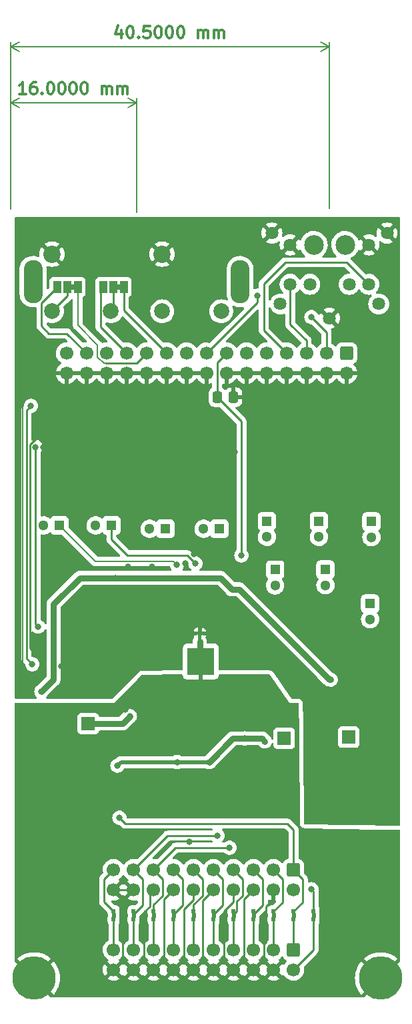
<source format=gbr>
%TF.GenerationSoftware,KiCad,Pcbnew,(6.0.11)*%
%TF.CreationDate,2023-02-04T17:29:26-05:00*%
%TF.ProjectId,tlv320aic3105_audio_board,746c7633-3230-4616-9963-333130355f61,rev?*%
%TF.SameCoordinates,Original*%
%TF.FileFunction,Copper,L2,Bot*%
%TF.FilePolarity,Positive*%
%FSLAX46Y46*%
G04 Gerber Fmt 4.6, Leading zero omitted, Abs format (unit mm)*
G04 Created by KiCad (PCBNEW (6.0.11)) date 2023-02-04 17:29:26*
%MOMM*%
%LPD*%
G01*
G04 APERTURE LIST*
G04 Aperture macros list*
%AMRoundRect*
0 Rectangle with rounded corners*
0 $1 Rounding radius*
0 $2 $3 $4 $5 $6 $7 $8 $9 X,Y pos of 4 corners*
0 Add a 4 corners polygon primitive as box body*
4,1,4,$2,$3,$4,$5,$6,$7,$8,$9,$2,$3,0*
0 Add four circle primitives for the rounded corners*
1,1,$1+$1,$2,$3*
1,1,$1+$1,$4,$5*
1,1,$1+$1,$6,$7*
1,1,$1+$1,$8,$9*
0 Add four rect primitives between the rounded corners*
20,1,$1+$1,$2,$3,$4,$5,0*
20,1,$1+$1,$4,$5,$6,$7,0*
20,1,$1+$1,$6,$7,$8,$9,0*
20,1,$1+$1,$8,$9,$2,$3,0*%
G04 Aperture macros list end*
%ADD10C,0.300000*%
%TA.AperFunction,NonConductor*%
%ADD11C,0.300000*%
%TD*%
%TA.AperFunction,NonConductor*%
%ADD12C,0.200000*%
%TD*%
%TA.AperFunction,EtchedComponent*%
%ADD13C,0.010000*%
%TD*%
%TA.AperFunction,ComponentPad*%
%ADD14RoundRect,0.250000X-0.600000X0.600000X-0.600000X-0.600000X0.600000X-0.600000X0.600000X0.600000X0*%
%TD*%
%TA.AperFunction,ComponentPad*%
%ADD15C,1.700000*%
%TD*%
%TA.AperFunction,ComponentPad*%
%ADD16C,0.600000*%
%TD*%
%TA.AperFunction,SMDPad,CuDef*%
%ADD17R,3.500000X3.500000*%
%TD*%
%TA.AperFunction,ComponentPad*%
%ADD18R,1.300000X1.300000*%
%TD*%
%TA.AperFunction,ComponentPad*%
%ADD19C,1.300000*%
%TD*%
%TA.AperFunction,ComponentPad*%
%ADD20R,1.700000X1.700000*%
%TD*%
%TA.AperFunction,ComponentPad*%
%ADD21C,2.500000*%
%TD*%
%TA.AperFunction,ComponentPad*%
%ADD22C,1.635000*%
%TD*%
%TA.AperFunction,ComponentPad*%
%ADD23C,2.000000*%
%TD*%
%TA.AperFunction,ComponentPad*%
%ADD24C,2.200000*%
%TD*%
%TA.AperFunction,ComponentPad*%
%ADD25O,2.400000X5.500000*%
%TD*%
%TA.AperFunction,ComponentPad*%
%ADD26C,5.500000*%
%TD*%
%TA.AperFunction,SMDPad,CuDef*%
%ADD27R,1.000000X1.500000*%
%TD*%
%TA.AperFunction,SMDPad,CuDef*%
%ADD28RoundRect,0.250000X-0.337500X-0.475000X0.337500X-0.475000X0.337500X0.475000X-0.337500X0.475000X0*%
%TD*%
%TA.AperFunction,SMDPad,CuDef*%
%ADD29R,0.508000X0.508000*%
%TD*%
%TA.AperFunction,SMDPad,CuDef*%
%ADD30R,0.508000X0.500000*%
%TD*%
%TA.AperFunction,ViaPad*%
%ADD31C,0.800000*%
%TD*%
%TA.AperFunction,Conductor*%
%ADD32C,0.250000*%
%TD*%
%TA.AperFunction,Conductor*%
%ADD33C,0.750000*%
%TD*%
%TA.AperFunction,Conductor*%
%ADD34C,0.200000*%
%TD*%
%TA.AperFunction,Conductor*%
%ADD35C,0.500000*%
%TD*%
G04 APERTURE END LIST*
D10*
D11*
X92160614Y2883428D02*
X92160614Y1883428D01*
X91803471Y3454857D02*
X91446328Y2383428D01*
X92374900Y2383428D01*
X93232042Y3383428D02*
X93374900Y3383428D01*
X93517757Y3312000D01*
X93589185Y3240571D01*
X93660614Y3097714D01*
X93732042Y2812000D01*
X93732042Y2454857D01*
X93660614Y2169142D01*
X93589185Y2026285D01*
X93517757Y1954857D01*
X93374900Y1883428D01*
X93232042Y1883428D01*
X93089185Y1954857D01*
X93017757Y2026285D01*
X92946328Y2169142D01*
X92874900Y2454857D01*
X92874900Y2812000D01*
X92946328Y3097714D01*
X93017757Y3240571D01*
X93089185Y3312000D01*
X93232042Y3383428D01*
X94374900Y2026285D02*
X94446328Y1954857D01*
X94374900Y1883428D01*
X94303471Y1954857D01*
X94374900Y2026285D01*
X94374900Y1883428D01*
X95803471Y3383428D02*
X95089185Y3383428D01*
X95017757Y2669142D01*
X95089185Y2740571D01*
X95232042Y2812000D01*
X95589185Y2812000D01*
X95732042Y2740571D01*
X95803471Y2669142D01*
X95874900Y2526285D01*
X95874900Y2169142D01*
X95803471Y2026285D01*
X95732042Y1954857D01*
X95589185Y1883428D01*
X95232042Y1883428D01*
X95089185Y1954857D01*
X95017757Y2026285D01*
X96803471Y3383428D02*
X96946328Y3383428D01*
X97089185Y3312000D01*
X97160614Y3240571D01*
X97232042Y3097714D01*
X97303471Y2812000D01*
X97303471Y2454857D01*
X97232042Y2169142D01*
X97160614Y2026285D01*
X97089185Y1954857D01*
X96946328Y1883428D01*
X96803471Y1883428D01*
X96660614Y1954857D01*
X96589185Y2026285D01*
X96517757Y2169142D01*
X96446328Y2454857D01*
X96446328Y2812000D01*
X96517757Y3097714D01*
X96589185Y3240571D01*
X96660614Y3312000D01*
X96803471Y3383428D01*
X98232042Y3383428D02*
X98374900Y3383428D01*
X98517757Y3312000D01*
X98589185Y3240571D01*
X98660614Y3097714D01*
X98732042Y2812000D01*
X98732042Y2454857D01*
X98660614Y2169142D01*
X98589185Y2026285D01*
X98517757Y1954857D01*
X98374900Y1883428D01*
X98232042Y1883428D01*
X98089185Y1954857D01*
X98017757Y2026285D01*
X97946328Y2169142D01*
X97874900Y2454857D01*
X97874900Y2812000D01*
X97946328Y3097714D01*
X98017757Y3240571D01*
X98089185Y3312000D01*
X98232042Y3383428D01*
X99660614Y3383428D02*
X99803471Y3383428D01*
X99946328Y3312000D01*
X100017757Y3240571D01*
X100089185Y3097714D01*
X100160614Y2812000D01*
X100160614Y2454857D01*
X100089185Y2169142D01*
X100017757Y2026285D01*
X99946328Y1954857D01*
X99803471Y1883428D01*
X99660614Y1883428D01*
X99517757Y1954857D01*
X99446328Y2026285D01*
X99374900Y2169142D01*
X99303471Y2454857D01*
X99303471Y2812000D01*
X99374900Y3097714D01*
X99446328Y3240571D01*
X99517757Y3312000D01*
X99660614Y3383428D01*
X101946328Y1883428D02*
X101946328Y2883428D01*
X101946328Y2740571D02*
X102017757Y2812000D01*
X102160614Y2883428D01*
X102374900Y2883428D01*
X102517757Y2812000D01*
X102589185Y2669142D01*
X102589185Y1883428D01*
X102589185Y2669142D02*
X102660614Y2812000D01*
X102803471Y2883428D01*
X103017757Y2883428D01*
X103160614Y2812000D01*
X103232042Y2669142D01*
X103232042Y1883428D01*
X103946328Y1883428D02*
X103946328Y2883428D01*
X103946328Y2740571D02*
X104017757Y2812000D01*
X104160614Y2883428D01*
X104374900Y2883428D01*
X104517757Y2812000D01*
X104589185Y2669142D01*
X104589185Y1883428D01*
X104589185Y2669142D02*
X104660614Y2812000D01*
X104803471Y2883428D01*
X105017757Y2883428D01*
X105160614Y2812000D01*
X105232042Y2669142D01*
X105232042Y1883428D01*
D12*
X78124900Y-19850000D02*
X78124900Y1348420D01*
X118624900Y1348420D02*
X118624900Y-19703900D01*
X78124900Y762000D02*
X118624900Y762000D01*
X78124900Y762000D02*
X118624900Y762000D01*
X78124900Y762000D02*
X79251404Y175579D01*
X78124900Y762000D02*
X79251404Y1348421D01*
X118624900Y762000D02*
X117498396Y1348421D01*
X118624900Y762000D02*
X117498396Y175579D01*
D10*
D11*
X80053471Y-5228571D02*
X79196328Y-5228571D01*
X79624900Y-5228571D02*
X79624900Y-3728571D01*
X79482042Y-3942857D01*
X79339185Y-4085714D01*
X79196328Y-4157142D01*
X81339185Y-3728571D02*
X81053471Y-3728571D01*
X80910614Y-3800000D01*
X80839185Y-3871428D01*
X80696328Y-4085714D01*
X80624900Y-4371428D01*
X80624900Y-4942857D01*
X80696328Y-5085714D01*
X80767757Y-5157142D01*
X80910614Y-5228571D01*
X81196328Y-5228571D01*
X81339185Y-5157142D01*
X81410614Y-5085714D01*
X81482042Y-4942857D01*
X81482042Y-4585714D01*
X81410614Y-4442857D01*
X81339185Y-4371428D01*
X81196328Y-4300000D01*
X80910614Y-4300000D01*
X80767757Y-4371428D01*
X80696328Y-4442857D01*
X80624900Y-4585714D01*
X82124900Y-5085714D02*
X82196328Y-5157142D01*
X82124900Y-5228571D01*
X82053471Y-5157142D01*
X82124900Y-5085714D01*
X82124900Y-5228571D01*
X83124900Y-3728571D02*
X83267757Y-3728571D01*
X83410614Y-3800000D01*
X83482042Y-3871428D01*
X83553471Y-4014285D01*
X83624900Y-4300000D01*
X83624900Y-4657142D01*
X83553471Y-4942857D01*
X83482042Y-5085714D01*
X83410614Y-5157142D01*
X83267757Y-5228571D01*
X83124900Y-5228571D01*
X82982042Y-5157142D01*
X82910614Y-5085714D01*
X82839185Y-4942857D01*
X82767757Y-4657142D01*
X82767757Y-4300000D01*
X82839185Y-4014285D01*
X82910614Y-3871428D01*
X82982042Y-3800000D01*
X83124900Y-3728571D01*
X84553471Y-3728571D02*
X84696328Y-3728571D01*
X84839185Y-3800000D01*
X84910614Y-3871428D01*
X84982042Y-4014285D01*
X85053471Y-4300000D01*
X85053471Y-4657142D01*
X84982042Y-4942857D01*
X84910614Y-5085714D01*
X84839185Y-5157142D01*
X84696328Y-5228571D01*
X84553471Y-5228571D01*
X84410614Y-5157142D01*
X84339185Y-5085714D01*
X84267757Y-4942857D01*
X84196328Y-4657142D01*
X84196328Y-4300000D01*
X84267757Y-4014285D01*
X84339185Y-3871428D01*
X84410614Y-3800000D01*
X84553471Y-3728571D01*
X85982042Y-3728571D02*
X86124900Y-3728571D01*
X86267757Y-3800000D01*
X86339185Y-3871428D01*
X86410614Y-4014285D01*
X86482042Y-4300000D01*
X86482042Y-4657142D01*
X86410614Y-4942857D01*
X86339185Y-5085714D01*
X86267757Y-5157142D01*
X86124900Y-5228571D01*
X85982042Y-5228571D01*
X85839185Y-5157142D01*
X85767757Y-5085714D01*
X85696328Y-4942857D01*
X85624900Y-4657142D01*
X85624900Y-4300000D01*
X85696328Y-4014285D01*
X85767757Y-3871428D01*
X85839185Y-3800000D01*
X85982042Y-3728571D01*
X87410614Y-3728571D02*
X87553471Y-3728571D01*
X87696328Y-3800000D01*
X87767757Y-3871428D01*
X87839185Y-4014285D01*
X87910614Y-4300000D01*
X87910614Y-4657142D01*
X87839185Y-4942857D01*
X87767757Y-5085714D01*
X87696328Y-5157142D01*
X87553471Y-5228571D01*
X87410614Y-5228571D01*
X87267757Y-5157142D01*
X87196328Y-5085714D01*
X87124900Y-4942857D01*
X87053471Y-4657142D01*
X87053471Y-4300000D01*
X87124900Y-4014285D01*
X87196328Y-3871428D01*
X87267757Y-3800000D01*
X87410614Y-3728571D01*
X89696328Y-5228571D02*
X89696328Y-4228571D01*
X89696328Y-4371428D02*
X89767757Y-4300000D01*
X89910614Y-4228571D01*
X90124900Y-4228571D01*
X90267757Y-4300000D01*
X90339185Y-4442857D01*
X90339185Y-5228571D01*
X90339185Y-4442857D02*
X90410614Y-4300000D01*
X90553471Y-4228571D01*
X90767757Y-4228571D01*
X90910614Y-4300000D01*
X90982042Y-4442857D01*
X90982042Y-5228571D01*
X91696328Y-5228571D02*
X91696328Y-4228571D01*
X91696328Y-4371428D02*
X91767757Y-4300000D01*
X91910614Y-4228571D01*
X92124900Y-4228571D01*
X92267757Y-4300000D01*
X92339185Y-4442857D01*
X92339185Y-5228571D01*
X92339185Y-4442857D02*
X92410614Y-4300000D01*
X92553471Y-4228571D01*
X92767757Y-4228571D01*
X92910614Y-4300000D01*
X92982042Y-4442857D01*
X92982042Y-5228571D01*
D12*
X78124900Y-19850000D02*
X78124900Y-5763580D01*
X94124900Y-5763580D02*
X94124900Y-20265000D01*
X78124900Y-6350000D02*
X94124900Y-6350000D01*
X78124900Y-6350000D02*
X94124900Y-6350000D01*
X78124900Y-6350000D02*
X79251404Y-6936421D01*
X78124900Y-6350000D02*
X79251404Y-5763579D01*
X94124900Y-6350000D02*
X92998396Y-5763579D01*
X94124900Y-6350000D02*
X92998396Y-6936421D01*
%TO.C,OUTL1*%
G36*
X92086000Y-30018000D02*
G01*
X91586000Y-30018000D01*
X91586000Y-29418000D01*
X92086000Y-29418000D01*
X92086000Y-30018000D01*
G37*
%TO.C,OUTR1*%
G36*
X86244000Y-30018000D02*
G01*
X85744000Y-30018000D01*
X85744000Y-29418000D01*
X86244000Y-29418000D01*
X86244000Y-30018000D01*
G37*
%TO.C,J4*%
G36*
X114299000Y-109664000D02*
G01*
X113841000Y-109664000D01*
X113841000Y-109156000D01*
X114299000Y-109156000D01*
X114299000Y-109664000D01*
G37*
D13*
X114299000Y-109664000D02*
X113841000Y-109664000D01*
X113841000Y-109156000D01*
X114299000Y-109156000D01*
X114299000Y-109664000D01*
G36*
X104139000Y-109664000D02*
G01*
X103681000Y-109664000D01*
X103681000Y-109156000D01*
X104139000Y-109156000D01*
X104139000Y-109664000D01*
G37*
X104139000Y-109664000D02*
X103681000Y-109664000D01*
X103681000Y-109156000D01*
X104139000Y-109156000D01*
X104139000Y-109664000D01*
G36*
X116839000Y-109664000D02*
G01*
X116381000Y-109664000D01*
X116381000Y-109156000D01*
X116839000Y-109156000D01*
X116839000Y-109664000D01*
G37*
X116839000Y-109664000D02*
X116381000Y-109664000D01*
X116381000Y-109156000D01*
X116839000Y-109156000D01*
X116839000Y-109664000D01*
G36*
X99059000Y-109664000D02*
G01*
X98601000Y-109664000D01*
X98601000Y-109156000D01*
X99059000Y-109156000D01*
X99059000Y-109664000D01*
G37*
X99059000Y-109664000D02*
X98601000Y-109664000D01*
X98601000Y-109156000D01*
X99059000Y-109156000D01*
X99059000Y-109664000D01*
G36*
X101599000Y-109664000D02*
G01*
X101141000Y-109664000D01*
X101141000Y-109156000D01*
X101599000Y-109156000D01*
X101599000Y-109664000D01*
G37*
X101599000Y-109664000D02*
X101141000Y-109664000D01*
X101141000Y-109156000D01*
X101599000Y-109156000D01*
X101599000Y-109664000D01*
G36*
X109219000Y-109664000D02*
G01*
X108761000Y-109664000D01*
X108761000Y-109156000D01*
X109219000Y-109156000D01*
X109219000Y-109664000D01*
G37*
X109219000Y-109664000D02*
X108761000Y-109664000D01*
X108761000Y-109156000D01*
X109219000Y-109156000D01*
X109219000Y-109664000D01*
G36*
X106679000Y-109664000D02*
G01*
X106221000Y-109664000D01*
X106221000Y-109156000D01*
X106679000Y-109156000D01*
X106679000Y-109664000D01*
G37*
X106679000Y-109664000D02*
X106221000Y-109664000D01*
X106221000Y-109156000D01*
X106679000Y-109156000D01*
X106679000Y-109664000D01*
G36*
X93979000Y-109664000D02*
G01*
X93521000Y-109664000D01*
X93521000Y-109156000D01*
X93979000Y-109156000D01*
X93979000Y-109664000D01*
G37*
X93979000Y-109664000D02*
X93521000Y-109664000D01*
X93521000Y-109156000D01*
X93979000Y-109156000D01*
X93979000Y-109664000D01*
G36*
X96519000Y-109664000D02*
G01*
X96061000Y-109664000D01*
X96061000Y-109156000D01*
X96519000Y-109156000D01*
X96519000Y-109664000D01*
G37*
X96519000Y-109664000D02*
X96061000Y-109664000D01*
X96061000Y-109156000D01*
X96519000Y-109156000D01*
X96519000Y-109664000D01*
G36*
X91439000Y-109664000D02*
G01*
X90981000Y-109664000D01*
X90981000Y-109156000D01*
X91439000Y-109156000D01*
X91439000Y-109664000D01*
G37*
X91439000Y-109664000D02*
X90981000Y-109664000D01*
X90981000Y-109156000D01*
X91439000Y-109156000D01*
X91439000Y-109664000D01*
G36*
X111759000Y-109664000D02*
G01*
X111301000Y-109664000D01*
X111301000Y-109156000D01*
X111759000Y-109156000D01*
X111759000Y-109664000D01*
G37*
X111759000Y-109664000D02*
X111301000Y-109664000D01*
X111301000Y-109156000D01*
X111759000Y-109156000D01*
X111759000Y-109664000D01*
%TO.C,G3*%
G36*
X102350000Y-74443000D02*
G01*
X101950000Y-74443000D01*
X101950000Y-73893000D01*
X102350000Y-73893000D01*
X102350000Y-74443000D01*
G37*
%TD*%
D14*
%TO.P,XIA2,1,HELD_HIGH*%
%TO.N,HELD_HIGH*%
X114046000Y-103632000D03*
D15*
%TO.P,XIA2,2,HELD_LOW*%
%TO.N,HELD_LOW*%
X114046000Y-106172000D03*
%TO.P,XIA2,3,5V*%
%TO.N,5V*%
X111506000Y-103632000D03*
%TO.P,XIA2,4,GND*%
%TO.N,GNDD*%
X111506000Y-106172000D03*
%TO.P,XIA2,5,12V*%
%TO.N,12V*%
X108966000Y-103632000D03*
%TO.P,XIA2,6,GND*%
%TO.N,GNDD*%
X108966000Y-106172000D03*
%TO.P,XIA2,7,DSP_DATA_IN*%
%TO.N,DSP_DATA_IN*%
X106426000Y-103632000D03*
%TO.P,XIA2,8,GND*%
%TO.N,GNDD*%
X106426000Y-106172000D03*
%TO.P,XIA2,9,DSP_DATA_OUT*%
%TO.N,DSP_DATA_OUT*%
X103886000Y-103632000D03*
%TO.P,XIA2,10,GND*%
%TO.N,GNDD*%
X103886000Y-106172000D03*
%TO.P,XIA2,11,BCLK*%
%TO.N,BCLK*%
X101346000Y-103632000D03*
%TO.P,XIA2,12,GND*%
%TO.N,GNDD*%
X101346000Y-106172000D03*
%TO.P,XIA2,13,LRCK*%
%TO.N,LRCK*%
X98806000Y-103632000D03*
%TO.P,XIA2,14,GND*%
%TO.N,GNDD*%
X98806000Y-106172000D03*
%TO.P,XIA2,15,SDA*%
%TO.N,3106_SDA_A*%
X96266000Y-103632000D03*
%TO.P,XIA2,16,GND*%
%TO.N,GNDD*%
X96266000Y-106172000D03*
%TO.P,XIA2,17,SCL*%
%TO.N,3106_SCL_A*%
X93726000Y-103632000D03*
%TO.P,XIA2,18,GND*%
%TO.N,GNDD*%
X93726000Y-106172000D03*
%TO.P,XIA2,19,MCLK*%
%TO.N,MCLK*%
X91186000Y-103632000D03*
%TO.P,XIA2,20,GND*%
%TO.N,GNDD*%
X91186000Y-106172000D03*
%TD*%
D16*
%TO.P,U1,33,MountPin*%
%TO.N,GNDD*%
X103722000Y-78662000D03*
D17*
X102272000Y-77212000D03*
D16*
X102272000Y-77212000D03*
X103722000Y-75762000D03*
X100822000Y-77212000D03*
X102272000Y-75762000D03*
X100822000Y-75762000D03*
X103722000Y-77212000D03*
X102272000Y-78662000D03*
X100822000Y-78662000D03*
%TD*%
D18*
%TO.P,C4,1*%
%TO.N,Net-(C24-Pad2)*%
X117275500Y-59400760D03*
D19*
%TO.P,C4,2*%
%TO.N,Net-(C4-Pad2)*%
X117275500Y-61400760D03*
%TD*%
D18*
%TO.P,C9,1*%
%TO.N,Net-(C9-Pad1)*%
X90916000Y-59944240D03*
D19*
%TO.P,C9,2*%
%TO.N,Net-(C9-Pad2)*%
X88916000Y-59944240D03*
%TD*%
D20*
%TO.P,PD3.3,1,Pin_1*%
%TO.N,ENABLE2*%
X112880000Y-86960000D03*
%TD*%
D18*
%TO.P,C5,1*%
%TO.N,Net-(C25-Pad2)*%
X111710000Y-65570160D03*
D19*
%TO.P,C5,2*%
%TO.N,Net-(C5-Pad2)*%
X111710000Y-67570160D03*
%TD*%
D21*
%TO.P,LINE_IO1,13*%
%TO.N,N/C*%
X116634900Y-24373900D03*
%TO.P,LINE_IO1,12*%
X120614900Y-24373900D03*
D22*
%TO.P,LINE_IO1,11,A*%
%TO.N,Earth*%
X118624900Y-33673900D03*
%TO.P,LINE_IO1,10,A*%
X111309900Y-22873900D03*
%TO.P,LINE_IO1,9,A*%
X125939900Y-22873900D03*
%TO.P,LINE_IO1,8,RS*%
%TO.N,LIN2RS*%
X121124900Y-29373900D03*
%TO.P,LINE_IO1,7,TS*%
%TO.N,LIN2LS*%
X116124900Y-29373900D03*
%TO.P,LINE_IO1,6,S*%
%TO.N,Earth*%
X123629900Y-24373900D03*
%TO.P,LINE_IO1,5,R*%
%TO.N,LIN2R*%
X123629900Y-29373900D03*
%TO.P,LINE_IO1,4,T*%
%TO.N,LIN2L*%
X113619900Y-29373900D03*
%TO.P,LINE_IO1,3,R*%
%TO.N,HPROUT*%
X112374900Y-31863900D03*
%TO.P,LINE_IO1,2,T*%
%TO.N,HPLOUT*%
X124874900Y-31863900D03*
%TO.P,LINE_IO1,1,S*%
%TO.N,Earth*%
X113619900Y-24373900D03*
%TD*%
D18*
%TO.P,C3,1*%
%TO.N,Net-(C23-Pad2)*%
X118110000Y-65548000D03*
D19*
%TO.P,C3,2*%
%TO.N,Net-(C3-Pad2)*%
X118110000Y-67548000D03*
%TD*%
D18*
%TO.P,C2,1*%
%TO.N,Net-(C2-Pad1)*%
X123952000Y-59452000D03*
D19*
%TO.P,C2,2*%
%TO.N,Net-(C2-Pad2)*%
X123952000Y-61452000D03*
%TD*%
D18*
%TO.P,C1,1*%
%TO.N,Net-(C1-Pad1)*%
X123777849Y-69866000D03*
D19*
%TO.P,C1,2*%
%TO.N,Net-(C1-Pad2)*%
X123777849Y-71866000D03*
%TD*%
D18*
%TO.P,C6,1*%
%TO.N,Net-(C26-Pad2)*%
X110671500Y-59401000D03*
D19*
%TO.P,C6,2*%
%TO.N,Net-(C6-Pad2)*%
X110671500Y-61401000D03*
%TD*%
D18*
%TO.P,C8,1*%
%TO.N,Net-(C8-Pad1)*%
X97774000Y-60379080D03*
D19*
%TO.P,C8,2*%
%TO.N,Net-(C8-Pad2)*%
X95774000Y-60379080D03*
%TD*%
D23*
%TO.P,RCA_IN1,2T2,2T2*%
%TO.N,Net-(OUTR1-Pad2)*%
X83374900Y-32790000D03*
%TO.P,RCA_IN1,2T1,2T1*%
%TO.N,Net-(OUTL1-Pad2)*%
X90874900Y-32790000D03*
D24*
%TO.P,RCA_IN1,2S,2S*%
%TO.N,Earth*%
X83374900Y-25540000D03*
D25*
%TO.P,RCA_IN1,2*%
%TO.N,N/C*%
X80974900Y-29040000D03*
D23*
%TO.P,RCA_IN1,1T2,1T2*%
%TO.N,LIN1R*%
X97374900Y-32790000D03*
%TO.P,RCA_IN1,1T1,1T1*%
%TO.N,LIN1L*%
X104874900Y-32790000D03*
D24*
%TO.P,RCA_IN1,1S,1S*%
%TO.N,Earth*%
X97374900Y-25540000D03*
D25*
%TO.P,RCA_IN1,1*%
%TO.N,N/C*%
X107274900Y-29040000D03*
%TD*%
D26*
%TO.P,board_outline1,1,GND*%
%TO.N,GNDD*%
X125124900Y-117350000D03*
X81124900Y-117350000D03*
%TD*%
D20*
%TO.P,P18,1,Pin_1*%
%TO.N,DVDD*%
X87984000Y-85090000D03*
%TD*%
D14*
%TO.P,3105IO1,1,LIN1L*%
%TO.N,LIN1L*%
X120793000Y-38109500D03*
D15*
%TO.P,3105IO1,2,GND*%
%TO.N,Earth*%
X120793000Y-40649500D03*
%TO.P,3105IO1,3,LIN1R*%
%TO.N,LIN1R*%
X118253000Y-38109500D03*
%TO.P,3105IO1,4,GND*%
%TO.N,Earth*%
X118253000Y-40649500D03*
%TO.P,3105IO1,5,LIN2L*%
%TO.N,LIN2L*%
X115713000Y-38109500D03*
%TO.P,3105IO1,6,GND*%
%TO.N,Earth*%
X115713000Y-40649500D03*
%TO.P,3105IO1,7,LIN2R*%
%TO.N,LIN2R*%
X113173000Y-38109500D03*
%TO.P,3105IO1,8,GND*%
%TO.N,Earth*%
X113173000Y-40649500D03*
%TO.P,3105IO1,9,LIN3L*%
%TO.N,LIN3L*%
X110633000Y-38109500D03*
%TO.P,3105IO1,10,GND*%
%TO.N,Earth*%
X110633000Y-40649500D03*
%TO.P,3105IO1,11,LIN3R*%
%TO.N,LIN3R*%
X108093000Y-38109500D03*
%TO.P,3105IO1,12,GND*%
%TO.N,Earth*%
X108093000Y-40649500D03*
%TO.P,3105IO1,13,MICBIAS*%
%TO.N,MICBIAS*%
X105553000Y-38109500D03*
%TO.P,3105IO1,14,GND*%
%TO.N,Earth*%
X105553000Y-40649500D03*
%TO.P,3105IO1,15,HPLOUT*%
%TO.N,HPLOUT*%
X103013000Y-38109500D03*
%TO.P,3105IO1,16,GND*%
%TO.N,Earth*%
X103013000Y-40649500D03*
%TO.P,3105IO1,17,HPROUT*%
%TO.N,HPROUT*%
X100473000Y-38109500D03*
%TO.P,3105IO1,18,GND*%
%TO.N,Earth*%
X100473000Y-40649500D03*
%TO.P,3105IO1,19,HPLCOM*%
%TO.N,HPLCOM*%
X97933000Y-38109500D03*
%TO.P,3105IO1,20,GND*%
%TO.N,Earth*%
X97933000Y-40649500D03*
%TO.P,3105IO1,21,HPRCOM*%
%TO.N,HPRCOM*%
X95393000Y-38109500D03*
%TO.P,3105IO1,22,GND*%
%TO.N,Earth*%
X95393000Y-40649500D03*
%TO.P,3105IO1,23,LEFT_LOP*%
%TO.N,LEFT_LOP*%
X92853000Y-38109500D03*
%TO.P,3105IO1,24,GND*%
%TO.N,Earth*%
X92853000Y-40649500D03*
%TO.P,3105IO1,25,LEFT_LOM*%
%TO.N,LEFT_LOM*%
X90313000Y-38109500D03*
%TO.P,3105IO1,26,GND*%
%TO.N,Earth*%
X90313000Y-40649500D03*
%TO.P,3105IO1,27,RIGHT_LOP*%
%TO.N,RIGHT_LOP*%
X87773000Y-38109500D03*
%TO.P,3105IO1,28,GND*%
%TO.N,Earth*%
X87773000Y-40649500D03*
%TO.P,3105IO1,29,RIGHT_LOM*%
%TO.N,RIGHT_LOM*%
X85233000Y-38109500D03*
%TO.P,3105IO1,30,GND*%
%TO.N,Earth*%
X85233000Y-40649500D03*
%TD*%
D20*
%TO.P,P33,1,Pin_1*%
%TO.N,AVDD_ADC*%
X121060000Y-86810000D03*
%TD*%
D18*
%TO.P,C7,1*%
%TO.N,Net-(C7-Pad1)*%
X104632000Y-60379080D03*
D19*
%TO.P,C7,2*%
%TO.N,Net-(C7-Pad2)*%
X102632000Y-60379080D03*
%TD*%
D14*
%TO.P,XIA1,1,HELD_HIGH*%
%TO.N,Net-(J4-Pad20)*%
X114046000Y-113792000D03*
D15*
%TO.P,XIA1,2,HELD_LOW*%
%TO.N,Net-(J4-Pad22)*%
X114046000Y-116332000D03*
%TO.P,XIA1,3,5V*%
%TO.N,Net-(J4-Pad18)*%
X111506000Y-113792000D03*
%TO.P,XIA1,4,GND*%
%TO.N,GNDD*%
X111506000Y-116332000D03*
%TO.P,XIA1,5,12V*%
%TO.N,Net-(J4-Pad16)*%
X108966000Y-113792000D03*
%TO.P,XIA1,6,GND*%
%TO.N,GNDD*%
X108966000Y-116332000D03*
%TO.P,XIA1,7,DSP_DATA_IN*%
%TO.N,Net-(J4-Pad14)*%
X106426000Y-113792000D03*
%TO.P,XIA1,8,GND*%
%TO.N,GNDD*%
X106426000Y-116332000D03*
%TO.P,XIA1,9,DSP_DATA_OUT*%
%TO.N,Net-(J4-Pad12)*%
X103886000Y-113792000D03*
%TO.P,XIA1,10,GND*%
%TO.N,GNDD*%
X103886000Y-116332000D03*
%TO.P,XIA1,11,BCLK*%
%TO.N,Net-(J4-Pad10)*%
X101346000Y-113792000D03*
%TO.P,XIA1,12,GND*%
%TO.N,GNDD*%
X101346000Y-116332000D03*
%TO.P,XIA1,13,LRCK*%
%TO.N,Net-(J4-Pad8)*%
X98806000Y-113792000D03*
%TO.P,XIA1,14,GND*%
%TO.N,GNDD*%
X98806000Y-116332000D03*
%TO.P,XIA1,15,SDA*%
%TO.N,Net-(J4-Pad6)*%
X96266000Y-113792000D03*
%TO.P,XIA1,16,GND*%
%TO.N,GNDD*%
X96266000Y-116332000D03*
%TO.P,XIA1,17,SCL*%
%TO.N,Net-(J4-Pad4)*%
X93726000Y-113792000D03*
%TO.P,XIA1,18,GND*%
%TO.N,GNDD*%
X93726000Y-116332000D03*
%TO.P,XIA1,19,MCLK*%
%TO.N,Net-(J4-Pad2)*%
X91186000Y-113792000D03*
%TO.P,XIA1,20,GND*%
%TO.N,GNDD*%
X91186000Y-116332000D03*
%TD*%
D18*
%TO.P,C10,1*%
%TO.N,Net-(C10-Pad1)*%
X84312000Y-59944240D03*
D19*
%TO.P,C10,2*%
%TO.N,Net-(C10-Pad2)*%
X82312000Y-59944240D03*
%TD*%
D27*
%TO.P,OUTL1,1,A*%
%TO.N,HPLCOM*%
X92486000Y-29718000D03*
%TO.P,OUTL1,2,C*%
%TO.N,Net-(OUTL1-Pad2)*%
X91186000Y-29718000D03*
%TO.P,OUTL1,3,B*%
%TO.N,LEFT_LOP*%
X89886000Y-29718000D03*
%TD*%
%TO.P,OUTR1,1,A*%
%TO.N,HPRCOM*%
X86644000Y-29718000D03*
%TO.P,OUTR1,2,C*%
%TO.N,Net-(OUTR1-Pad2)*%
X85344000Y-29718000D03*
%TO.P,OUTR1,3,B*%
%TO.N,RIGHT_LOP*%
X84044000Y-29718000D03*
%TD*%
D28*
%TO.P,C19,1*%
%TO.N,MICBIAS*%
X104372500Y-43688000D03*
%TO.P,C19,2*%
%TO.N,Earth*%
X106447500Y-43688000D03*
%TD*%
D29*
%TO.P,J4,1,Pin_1*%
%TO.N,MCLK*%
X91210000Y-108910000D03*
%TO.P,J4,2,Pin_2*%
%TO.N,Net-(J4-Pad2)*%
X91210000Y-109910000D03*
%TO.P,J4,3,Pin_3*%
%TO.N,3106_SCL_A*%
X93750000Y-108910000D03*
%TO.P,J4,4,Pin_4*%
%TO.N,Net-(J4-Pad4)*%
X93750000Y-109910000D03*
%TO.P,J4,5,Pin_5*%
%TO.N,3106_SDA_A*%
X96290000Y-108910000D03*
%TO.P,J4,6,Pin_6*%
%TO.N,Net-(J4-Pad6)*%
X96290000Y-109910000D03*
%TO.P,J4,7,Pin_7*%
%TO.N,LRCK*%
X98830000Y-108910000D03*
%TO.P,J4,8,Pin_8*%
%TO.N,Net-(J4-Pad8)*%
X98830000Y-109910000D03*
%TO.P,J4,9,Pin_9*%
%TO.N,BCLK*%
X101370000Y-108910000D03*
%TO.P,J4,10,Pin_10*%
%TO.N,Net-(J4-Pad10)*%
X101370000Y-109910000D03*
%TO.P,J4,11,Pin_11*%
%TO.N,DSP_DATA_OUT*%
X103910000Y-108910000D03*
%TO.P,J4,12,Pin_12*%
%TO.N,Net-(J4-Pad12)*%
X103910000Y-109910000D03*
%TO.P,J4,13,Pin_13*%
%TO.N,DSP_DATA_IN*%
X106450000Y-108910000D03*
%TO.P,J4,14,Pin_14*%
%TO.N,Net-(J4-Pad14)*%
X106450000Y-109910000D03*
%TO.P,J4,15,Pin_15*%
%TO.N,12V*%
X108990000Y-108910000D03*
%TO.P,J4,16,Pin_16*%
%TO.N,Net-(J4-Pad16)*%
X108990000Y-109910000D03*
%TO.P,J4,17,Pin_17*%
%TO.N,5V*%
X111530000Y-108910000D03*
%TO.P,J4,18,Pin_18*%
%TO.N,Net-(J4-Pad18)*%
X111530000Y-109910000D03*
%TO.P,J4,19,Pin_19*%
%TO.N,HELD_HIGH*%
X114070000Y-108910000D03*
%TO.P,J4,20,Pin_20*%
%TO.N,Net-(J4-Pad20)*%
X114070000Y-109910000D03*
%TO.P,J4,21,Pin_21*%
%TO.N,HELD_LOW*%
X116610000Y-108910000D03*
%TO.P,J4,22,Pin_22*%
%TO.N,Net-(J4-Pad22)*%
X116610000Y-109910000D03*
%TD*%
D30*
%TO.P,G3,1*%
%TO.N,GNDD*%
X102150000Y-74672000D03*
D29*
%TO.P,G3,2*%
%TO.N,Earth*%
X102150000Y-73668000D03*
%TD*%
D31*
%TO.N,Earth*%
X125730000Y-26670000D03*
X124460000Y-66802000D03*
X115824000Y-93218000D03*
X114046000Y-80010000D03*
X116586000Y-80772000D03*
X123698000Y-77978000D03*
X89916000Y-81280000D03*
X92964000Y-79248000D03*
X83058000Y-67310000D03*
X101854000Y-35560000D03*
X79756000Y-22606000D03*
X97282000Y-22352000D03*
X103632000Y-23114000D03*
X124714000Y-37084000D03*
X124460000Y-40894000D03*
X98044000Y-49276000D03*
X100838000Y-57404000D03*
X86360000Y-57912000D03*
X93472000Y-59436000D03*
X96012000Y-57150000D03*
%TO.N,GNDD*%
X100838000Y-100076000D03*
X103124000Y-92456000D03*
X96774000Y-79756000D03*
X109982000Y-79502000D03*
X105156000Y-81026000D03*
X113538000Y-83312000D03*
X125130000Y-100420000D03*
X107696000Y-95758000D03*
X93980000Y-92710000D03*
X99022500Y-85344000D03*
X91948000Y-92964000D03*
X107696000Y-91186000D03*
X95440000Y-83960000D03*
X99060000Y-92202000D03*
X97282000Y-92710000D03*
X121610000Y-113990000D03*
X118345924Y-106294076D03*
X116357946Y-104306099D03*
X103471000Y-82411000D03*
X83600000Y-112200000D03*
X85100000Y-85000000D03*
X118370000Y-112620000D03*
X107950000Y-99060000D03*
X87870000Y-112450000D03*
X87000000Y-117220000D03*
X95720500Y-92710000D03*
X92710000Y-83312000D03*
X117410000Y-118010000D03*
X87990000Y-107320000D03*
X93980000Y-88392000D03*
X80880000Y-105420000D03*
X95758000Y-87630000D03*
X80240000Y-84440000D03*
X88290000Y-102860000D03*
X97282000Y-87122000D03*
X81240000Y-98790000D03*
X90240000Y-82920000D03*
%TO.N,3106_SCL_A*%
X104394000Y-99314000D03*
%TO.N,3106_SDA_A*%
X105918000Y-100838000D03*
%TO.N,HPLOUT*%
X109460000Y-30830000D03*
%TO.N,LEFT_LOM*%
X81608502Y-72795159D03*
X81297135Y-50002307D03*
%TO.N,RIGHT_LOM*%
X80709500Y-44800000D03*
X80880000Y-77560000D03*
%TO.N,Earth*%
X81840000Y-38470000D03*
X95504000Y-69850000D03*
X101697001Y-70358000D03*
X83613362Y-81319652D03*
X123890000Y-43220000D03*
X100330000Y-64770000D03*
X91570000Y-26060000D03*
X122280000Y-32590000D03*
X111860000Y-49080000D03*
X85280000Y-34230000D03*
X94620000Y-31010000D03*
X87600500Y-73160000D03*
X102800000Y-44640000D03*
X102730000Y-50660000D03*
X112720000Y-43500000D03*
X98120000Y-43680000D03*
X98990000Y-70210000D03*
X85921411Y-51162001D03*
X80000000Y-80200000D03*
X117602000Y-74676000D03*
X117856000Y-85344000D03*
X82296000Y-50038000D03*
X109320000Y-43260000D03*
X113030000Y-56896000D03*
X125180000Y-80820000D03*
X89401500Y-76591000D03*
X125110000Y-92640000D03*
X123190000Y-56642000D03*
X115570000Y-71374000D03*
X111088701Y-75338701D03*
X118618000Y-56896000D03*
X114300000Y-77216000D03*
X105156000Y-56642000D03*
X84582000Y-64008000D03*
X120430000Y-43320000D03*
X81280000Y-76200000D03*
X116660000Y-49150000D03*
X90932000Y-68072000D03*
X106595500Y-50597292D03*
X93030000Y-65215500D03*
X105181000Y-73681000D03*
X122428000Y-64262000D03*
X89676000Y-51054000D03*
X116600000Y-43410000D03*
X101690000Y-32240000D03*
X100897784Y-43565950D03*
X88020000Y-24080000D03*
X80010000Y-78740000D03*
X92970000Y-35020000D03*
X118364000Y-71374000D03*
X81788000Y-48514000D03*
X95847518Y-43403952D03*
X117400000Y-97190000D03*
X113284000Y-70866000D03*
X119126000Y-76962000D03*
X101425399Y-63570800D03*
X121412000Y-74168000D03*
X112268000Y-76454000D03*
X81159001Y-46550000D03*
X110998000Y-69850000D03*
X93339888Y-43797922D03*
X108390000Y-35740000D03*
X86809533Y-43899533D03*
X93472000Y-51054000D03*
X84540500Y-77790000D03*
X105410000Y-63754000D03*
X83960000Y-43660000D03*
X89921000Y-70771000D03*
X94630000Y-75060000D03*
X113060000Y-35800000D03*
X96073880Y-65215500D03*
X108204000Y-75184000D03*
X121010000Y-49090000D03*
X98190000Y-74320000D03*
X96550000Y-50770000D03*
X97680000Y-35610000D03*
X90957299Y-43457299D03*
X86745299Y-49153299D03*
%TO.N,LIN1R*%
X116332000Y-33528000D03*
%TO.N,MICBIAS*%
X107442000Y-63754000D03*
%TO.N,HELD_HIGH*%
X91948000Y-97028000D03*
%TO.N,HELD_LOW*%
X116340000Y-106100000D03*
%TO.N,ENABLE2*%
X110410460Y-87338500D03*
X91694000Y-90424000D03*
X107858000Y-86960000D03*
X103344502Y-89971000D03*
X99259000Y-89971000D03*
%TO.N,DVDD*%
X93264424Y-84143636D03*
%TO.N,AVDD_ADC*%
X106207000Y-68037000D03*
X118770000Y-79510000D03*
X91450374Y-66594972D03*
X82042000Y-81026000D03*
%TO.N,Net-(C9-Pad1)*%
X101600000Y-64770000D03*
%TO.N,Net-(C10-Pad1)*%
X99251500Y-64958519D03*
%TD*%
D32*
%TO.N,GNDD*%
X107791000Y-115157000D02*
X107791000Y-107347000D01*
X102521000Y-107537000D02*
X103886000Y-106172000D01*
X105251000Y-108899000D02*
X106426000Y-107724000D01*
X92361000Y-107537000D02*
X93726000Y-106172000D01*
X102521000Y-114967000D02*
X102521000Y-107537000D01*
X106426000Y-107724000D02*
X106426000Y-106172000D01*
X110331000Y-115157000D02*
X111506000Y-116332000D01*
X92361000Y-114967000D02*
X92361000Y-107537000D01*
X101346000Y-107414000D02*
X101346000Y-106172000D01*
X106426000Y-116332000D02*
X105251000Y-115157000D01*
X95830000Y-108261000D02*
X95830000Y-106608000D01*
X98880000Y-81472000D02*
X98880000Y-79244000D01*
X96266000Y-116332000D02*
X95091000Y-115157000D01*
X95830000Y-106608000D02*
X96266000Y-106172000D01*
X100171000Y-108589000D02*
X101346000Y-107414000D01*
D33*
X102150000Y-74672000D02*
X102150000Y-75640000D01*
D32*
X100171000Y-115157000D02*
X100171000Y-108589000D01*
X98021000Y-82411000D02*
X97981000Y-82371000D01*
X97631000Y-107347000D02*
X98806000Y-106172000D01*
X93726000Y-106172000D02*
X91186000Y-106172000D01*
X110550000Y-108330081D02*
X110550000Y-112855006D01*
X108966000Y-116332000D02*
X107791000Y-115157000D01*
X101346000Y-116332000D02*
X100171000Y-115157000D01*
X95091000Y-115157000D02*
X95091000Y-109000000D01*
X95091000Y-109000000D02*
X95830000Y-108261000D01*
X93726000Y-116332000D02*
X92361000Y-114967000D01*
X105251000Y-115157000D02*
X105251000Y-108899000D01*
X103471000Y-82411000D02*
X98021000Y-82411000D01*
X97981000Y-82371000D02*
X98880000Y-81472000D01*
X111506000Y-107374081D02*
X110550000Y-108330081D01*
X97631000Y-115157000D02*
X97631000Y-107347000D01*
X98806000Y-116332000D02*
X97631000Y-115157000D01*
X110331000Y-113074006D02*
X110331000Y-115157000D01*
D33*
X102150000Y-75640000D02*
X102272000Y-75762000D01*
D32*
X107791000Y-107347000D02*
X108966000Y-106172000D01*
X110550000Y-112855006D02*
X110331000Y-113074006D01*
X103886000Y-116332000D02*
X102521000Y-114967000D01*
X111506000Y-106172000D02*
X111506000Y-107374081D01*
%TO.N,5V*%
X112681000Y-107759000D02*
X112681000Y-104807000D01*
X111530000Y-108910000D02*
X112681000Y-107759000D01*
X112681000Y-104807000D02*
X111506000Y-103632000D01*
%TO.N,3106_SCL_A*%
X93750000Y-109283000D02*
X94901000Y-108132000D01*
X93726000Y-103632000D02*
X98044000Y-99314000D01*
X94901000Y-108132000D02*
X94901000Y-104807000D01*
X94901000Y-104807000D02*
X93726000Y-103632000D01*
X98044000Y-99314000D02*
X104394000Y-99314000D01*
%TO.N,3106_SDA_A*%
X97441000Y-104807000D02*
X96266000Y-103632000D01*
X97441000Y-106901310D02*
X97441000Y-104807000D01*
X96266000Y-103632000D02*
X99060000Y-100838000D01*
X96290000Y-109283000D02*
X96290000Y-108052310D01*
X96290000Y-108052310D02*
X97441000Y-106901310D01*
X99060000Y-100838000D02*
X105918000Y-100838000D01*
%TO.N,HPLOUT*%
X109460000Y-31662500D02*
X103013000Y-38109500D01*
X109460000Y-30830000D02*
X109460000Y-31662500D01*
%TO.N,HPLCOM*%
X92486000Y-32662500D02*
X92486000Y-29718000D01*
X97933000Y-38109500D02*
X92486000Y-32662500D01*
D34*
%TO.N,HPRCOM*%
X89163000Y-38585846D02*
X89947154Y-39370000D01*
X89947154Y-39370000D02*
X90932000Y-39370000D01*
X86644000Y-34574000D02*
X89163000Y-37093000D01*
X86644000Y-29718000D02*
X86644000Y-34574000D01*
D32*
X90932000Y-39370000D02*
X90170000Y-39370000D01*
X95393000Y-38109500D02*
X94132500Y-39370000D01*
D34*
X89163000Y-37093000D02*
X89163000Y-38585846D01*
D32*
X94132500Y-39370000D02*
X90932000Y-39370000D01*
%TO.N,LEFT_LOM*%
X81608502Y-72795159D02*
X81297135Y-72483792D01*
X81297135Y-72483792D02*
X81297135Y-50002307D01*
%TO.N,RIGHT_LOP*%
X82049900Y-31712100D02*
X84044000Y-29718000D01*
X87773000Y-38109500D02*
X85283500Y-35620000D01*
X85283500Y-35620000D02*
X83000000Y-35620000D01*
X82049900Y-34669900D02*
X82049900Y-31712100D01*
X83000000Y-35620000D02*
X82049900Y-34669900D01*
%TO.N,RIGHT_LOM*%
X80123134Y-76803134D02*
X80123134Y-45386366D01*
X80123134Y-45386366D02*
X80709500Y-44800000D01*
X80880000Y-77560000D02*
X80123134Y-76803134D01*
%TO.N,Earth*%
X80572635Y-49702209D02*
X81760844Y-48514000D01*
X81760844Y-48514000D02*
X81788000Y-48514000D01*
D34*
X80010000Y-78740000D02*
X79698633Y-78428633D01*
D32*
X81280000Y-76200000D02*
X80572635Y-75492635D01*
D34*
X79698633Y-40611367D02*
X81840000Y-38470000D01*
D32*
X80572635Y-75492635D02*
X80572635Y-49702209D01*
D34*
X79698633Y-78428633D02*
X79698633Y-40611367D01*
D32*
%TO.N,LIN1R*%
X118253000Y-35449000D02*
X116332000Y-33528000D01*
X118253000Y-35449000D02*
X118253000Y-38109500D01*
%TO.N,LIN2L*%
X113619900Y-29373900D02*
X113619900Y-34429900D01*
X113619900Y-34429900D02*
X115713000Y-36523000D01*
X115713000Y-36523000D02*
X115713000Y-38109500D01*
%TO.N,LIN2R*%
X110270000Y-29330000D02*
X110270000Y-35206500D01*
X120846000Y-26590000D02*
X123629900Y-29373900D01*
X110270000Y-35206500D02*
X113173000Y-38109500D01*
X113010000Y-26590000D02*
X120846000Y-26590000D01*
X110270000Y-29330000D02*
X113010000Y-26590000D01*
%TO.N,LEFT_LOP*%
X89549900Y-30054100D02*
X89886000Y-29718000D01*
X92853000Y-38109500D02*
X89549900Y-34806400D01*
X89549900Y-34806400D02*
X89549900Y-30054100D01*
%TO.N,MICBIAS*%
X104372500Y-39290000D02*
X105553000Y-38109500D01*
X104372500Y-43688000D02*
X104372500Y-39290000D01*
X104372500Y-43688000D02*
X107442000Y-46757500D01*
X107442000Y-46757500D02*
X107442000Y-63754000D01*
%TO.N,BCLK*%
X102521000Y-104807000D02*
X102521000Y-106901310D01*
X101346000Y-103632000D02*
X102521000Y-104807000D01*
X102521000Y-106901310D02*
X101370000Y-108052310D01*
X101370000Y-108052310D02*
X101370000Y-109283000D01*
%TO.N,12V*%
X110141000Y-108132000D02*
X108990000Y-109283000D01*
X108966000Y-103632000D02*
X110141000Y-104807000D01*
X110141000Y-104807000D02*
X110141000Y-108132000D01*
%TO.N,HELD_HIGH*%
X91948000Y-97028000D02*
X92710000Y-97790000D01*
X92710000Y-97790000D02*
X113284000Y-97790000D01*
X115221000Y-104807000D02*
X115221000Y-107759000D01*
X115221000Y-107759000D02*
X114070000Y-108910000D01*
X113284000Y-97790000D02*
X114046000Y-98552000D01*
X114046000Y-98552000D02*
X114046000Y-103632000D01*
X114046000Y-103632000D02*
X115221000Y-104807000D01*
%TO.N,DSP_DATA_OUT*%
X103910000Y-109283000D02*
X105061000Y-108132000D01*
X105061000Y-108132000D02*
X105061000Y-104807000D01*
X105061000Y-104807000D02*
X103886000Y-103632000D01*
%TO.N,DSP_DATA_IN*%
X106426000Y-103632000D02*
X107601000Y-104807000D01*
X106875501Y-108857499D02*
X106450000Y-109283000D01*
X107601000Y-104807000D02*
X107601000Y-106901310D01*
X107601000Y-106901310D02*
X106875501Y-107626809D01*
X106875501Y-107626809D02*
X106875501Y-108857499D01*
%TO.N,MCLK*%
X91186000Y-103632000D02*
X90011000Y-104807000D01*
X90011000Y-104807000D02*
X90011000Y-107711000D01*
X90011000Y-107711000D02*
X91210000Y-108910000D01*
%TO.N,LRCK*%
X99981000Y-104807000D02*
X99981000Y-108132000D01*
X98806000Y-103632000D02*
X99981000Y-104807000D01*
X99981000Y-108132000D02*
X98830000Y-109283000D01*
%TO.N,HELD_LOW*%
X116610000Y-108910000D02*
X116610000Y-106370000D01*
X116610000Y-106370000D02*
X116340000Y-106100000D01*
%TO.N,Net-(J4-Pad2)*%
X91186000Y-113792000D02*
X91186000Y-109934000D01*
X91186000Y-109934000D02*
X91210000Y-109910000D01*
%TO.N,Net-(J4-Pad4)*%
X93726000Y-109934000D02*
X93750000Y-109910000D01*
X93726000Y-113792000D02*
X93726000Y-109934000D01*
%TO.N,Net-(J4-Pad6)*%
X96266000Y-109934000D02*
X96290000Y-109910000D01*
X96266000Y-113792000D02*
X96266000Y-109934000D01*
%TO.N,Net-(J4-Pad8)*%
X98806000Y-113792000D02*
X98806000Y-109934000D01*
X98806000Y-109934000D02*
X98830000Y-109910000D01*
%TO.N,Net-(J4-Pad10)*%
X101346000Y-113792000D02*
X101346000Y-109934000D01*
X101346000Y-109934000D02*
X101370000Y-109910000D01*
%TO.N,Net-(J4-Pad12)*%
X103886000Y-109934000D02*
X103910000Y-109910000D01*
X103886000Y-113792000D02*
X103886000Y-109934000D01*
%TO.N,Net-(J4-Pad14)*%
X106426000Y-109934000D02*
X106450000Y-109910000D01*
X106426000Y-113792000D02*
X106426000Y-109934000D01*
%TO.N,Net-(J4-Pad16)*%
X108966000Y-109934000D02*
X108990000Y-109910000D01*
X108966000Y-113792000D02*
X108966000Y-109934000D01*
%TO.N,Net-(J4-Pad18)*%
X111506000Y-113792000D02*
X111506000Y-109934000D01*
X111506000Y-109934000D02*
X111530000Y-109910000D01*
%TO.N,Net-(J4-Pad20)*%
X114070000Y-113768000D02*
X114070000Y-109910000D01*
X114046000Y-113792000D02*
X114070000Y-113768000D01*
%TO.N,Net-(J4-Pad22)*%
X116610000Y-113768000D02*
X116610000Y-109910000D01*
X114046000Y-116332000D02*
X116610000Y-113768000D01*
D35*
%TO.N,ENABLE2*%
X99259000Y-89971000D02*
X92147000Y-89971000D01*
D33*
X106355502Y-86960000D02*
X107858000Y-86960000D01*
D35*
X99259000Y-89971000D02*
X103344502Y-89971000D01*
D33*
X107858000Y-86960000D02*
X110031960Y-86960000D01*
X110031960Y-86960000D02*
X110410460Y-87338500D01*
D35*
X92147000Y-89971000D02*
X91694000Y-90424000D01*
D33*
X103344502Y-89971000D02*
X106355502Y-86960000D01*
%TO.N,DVDD*%
X92318060Y-85090000D02*
X93264424Y-84143636D01*
X87984000Y-85090000D02*
X92318060Y-85090000D01*
%TO.N,AVDD_ADC*%
X107153000Y-68037000D02*
X106207000Y-68037000D01*
X83566000Y-69964000D02*
X83566000Y-79502000D01*
X118770000Y-79510000D02*
X118626000Y-79510000D01*
X91450374Y-66594972D02*
X86935028Y-66594972D01*
X91450374Y-66594972D02*
X104764972Y-66594972D01*
X118626000Y-79510000D02*
X107153000Y-68037000D01*
X86935028Y-66594972D02*
X83566000Y-69964000D01*
X104764972Y-66594972D02*
X106207000Y-68037000D01*
X83566000Y-79502000D02*
X82042000Y-81026000D01*
D32*
%TO.N,Net-(OUTR1-Pad2)*%
X85344000Y-30820900D02*
X83374900Y-32790000D01*
X85344000Y-29718000D02*
X85344000Y-30820900D01*
%TO.N,Net-(OUTL1-Pad2)*%
X91186000Y-29718000D02*
X91186000Y-32478900D01*
X91186000Y-32478900D02*
X90874900Y-32790000D01*
%TO.N,Net-(C9-Pad1)*%
X90916000Y-61706000D02*
X92964000Y-63754000D01*
X92964000Y-63754000D02*
X100584000Y-63754000D01*
X90916000Y-59944240D02*
X90916000Y-61706000D01*
X100584000Y-63754000D02*
X101600000Y-64770000D01*
D34*
%TO.N,Net-(C10-Pad1)*%
X84312000Y-59944240D02*
X88883760Y-64516000D01*
X98808981Y-64516000D02*
X99251500Y-64958519D01*
X88883760Y-64516000D02*
X98808981Y-64516000D01*
%TD*%
%TA.AperFunction,Conductor*%
%TO.N,GNDD*%
G36*
X104882146Y-78827289D02*
G01*
X104904941Y-78827290D01*
X104905355Y-78827291D01*
X110933475Y-78847331D01*
X111001529Y-78867559D01*
X111035984Y-78900654D01*
X113534992Y-82440000D01*
X113792000Y-82804000D01*
X91010000Y-82690000D01*
X94208823Y-79474297D01*
X94763356Y-78916838D01*
X94825579Y-78882649D01*
X94851960Y-78879701D01*
X99887275Y-78850707D01*
X99955510Y-78870317D01*
X100002311Y-78923704D01*
X100014001Y-78976705D01*
X100014001Y-79006669D01*
X100014371Y-79013490D01*
X100019895Y-79064352D01*
X100023521Y-79079604D01*
X100068676Y-79200054D01*
X100077214Y-79215649D01*
X100153715Y-79317724D01*
X100166276Y-79330285D01*
X100268351Y-79406786D01*
X100283946Y-79415324D01*
X100404394Y-79460478D01*
X100419649Y-79464105D01*
X100470514Y-79469631D01*
X100477328Y-79470000D01*
X100759618Y-79470000D01*
X100776283Y-79471107D01*
X100797991Y-79474004D01*
X100811986Y-79474297D01*
X100853494Y-79470519D01*
X100864914Y-79470000D01*
X101999885Y-79470000D01*
X102015124Y-79465525D01*
X102016329Y-79464135D01*
X102018000Y-79456452D01*
X102018000Y-78838438D01*
X102526000Y-78835513D01*
X102526000Y-79451884D01*
X102530475Y-79467123D01*
X102531865Y-79468328D01*
X102539548Y-79469999D01*
X103659610Y-79469999D01*
X103676275Y-79471106D01*
X103697990Y-79474004D01*
X103711986Y-79474297D01*
X103753503Y-79470518D01*
X103764923Y-79469999D01*
X104066669Y-79469999D01*
X104073490Y-79469629D01*
X104124352Y-79464105D01*
X104139604Y-79460479D01*
X104260054Y-79415324D01*
X104275649Y-79406786D01*
X104377724Y-79330285D01*
X104390285Y-79317724D01*
X104466786Y-79215649D01*
X104475324Y-79200054D01*
X104520478Y-79079606D01*
X104524105Y-79064351D01*
X104529631Y-79013486D01*
X104530000Y-79006672D01*
X104530000Y-78953281D01*
X104550002Y-78885160D01*
X104603658Y-78838667D01*
X104656005Y-78827281D01*
X104882146Y-78827289D01*
G37*
%TD.AperFunction*%
%TD*%
%TA.AperFunction,Conductor*%
%TO.N,Earth*%
G36*
X91250224Y-67481225D02*
G01*
X91348430Y-67502100D01*
X91348435Y-67502100D01*
X91354887Y-67503472D01*
X91545861Y-67503472D01*
X91552313Y-67502100D01*
X91552318Y-67502100D01*
X91650524Y-67481225D01*
X91676721Y-67478472D01*
X104346824Y-67478472D01*
X104414945Y-67498474D01*
X104435919Y-67515377D01*
X105419991Y-68499449D01*
X105440015Y-68525543D01*
X105467960Y-68573944D01*
X105595747Y-68715866D01*
X105750248Y-68828118D01*
X105756276Y-68830802D01*
X105756278Y-68830803D01*
X105918681Y-68903109D01*
X105924712Y-68905794D01*
X106006850Y-68923253D01*
X106105056Y-68944128D01*
X106105061Y-68944128D01*
X106111513Y-68945500D01*
X106302487Y-68945500D01*
X106308939Y-68944128D01*
X106308944Y-68944128D01*
X106407150Y-68923253D01*
X106433347Y-68920500D01*
X106734852Y-68920500D01*
X106802973Y-68940502D01*
X106823947Y-68957405D01*
X117179344Y-79312802D01*
X115236532Y-79327739D01*
X115258551Y-82561645D01*
X115246454Y-82454282D01*
X115235071Y-82402799D01*
X115200776Y-82300343D01*
X115121758Y-82177388D01*
X115075265Y-82123732D01*
X115065999Y-82115703D01*
X114971616Y-82033919D01*
X114971613Y-82033917D01*
X114964805Y-82028018D01*
X114831856Y-81967302D01*
X114808102Y-81960327D01*
X114768058Y-81948569D01*
X114768054Y-81948568D01*
X114763735Y-81947300D01*
X114759286Y-81946660D01*
X114759280Y-81946659D01*
X114623513Y-81927139D01*
X114623508Y-81927139D01*
X114619066Y-81926500D01*
X113866304Y-81926500D01*
X113798183Y-81906498D01*
X113763375Y-81873175D01*
X113544332Y-81562944D01*
X111455461Y-78604476D01*
X111391701Y-78530319D01*
X111357246Y-78497224D01*
X111280580Y-78436499D01*
X111273764Y-78433359D01*
X111273761Y-78433357D01*
X111151918Y-78377224D01*
X111147833Y-78375342D01*
X111134614Y-78371413D01*
X111084097Y-78356397D01*
X111084091Y-78356396D01*
X111079779Y-78355114D01*
X110935182Y-78333834D01*
X110930685Y-78333819D01*
X110930684Y-78333819D01*
X104907062Y-78313794D01*
X104905399Y-78313791D01*
X104882190Y-78313789D01*
X104882164Y-78313789D01*
X104656496Y-78313781D01*
X104588375Y-78293777D01*
X104541885Y-78240119D01*
X104530500Y-78187781D01*
X104530500Y-77277676D01*
X104531726Y-77260140D01*
X104534748Y-77238639D01*
X104534748Y-77238636D01*
X104535299Y-77234717D01*
X104535616Y-77212000D01*
X104531285Y-77173388D01*
X104530500Y-77159343D01*
X104530500Y-75827676D01*
X104531726Y-75810140D01*
X104534748Y-75788639D01*
X104534748Y-75788636D01*
X104535299Y-75784717D01*
X104535616Y-75762000D01*
X104531285Y-75723388D01*
X104530500Y-75709343D01*
X104530500Y-75413866D01*
X104523745Y-75351684D01*
X104472615Y-75215295D01*
X104385261Y-75098739D01*
X104268705Y-75011385D01*
X104132316Y-74960255D01*
X104070134Y-74953500D01*
X103777905Y-74953500D01*
X103762986Y-74952614D01*
X103759326Y-74952178D01*
X103727680Y-74948404D01*
X103720677Y-74949140D01*
X103720676Y-74949140D01*
X103685760Y-74952810D01*
X103672589Y-74953500D01*
X103159500Y-74953500D01*
X103091379Y-74933498D01*
X103044886Y-74879842D01*
X103033500Y-74827500D01*
X103033500Y-74625694D01*
X103018954Y-74487298D01*
X102961564Y-74310669D01*
X102893875Y-74193428D01*
X102877137Y-74124433D01*
X102885012Y-74086199D01*
X102902478Y-74039609D01*
X102906105Y-74024351D01*
X102911631Y-73973486D01*
X102912000Y-73966672D01*
X102912000Y-73940115D01*
X102907525Y-73924876D01*
X102906135Y-73923671D01*
X102898452Y-73922000D01*
X102660077Y-73922000D01*
X102597872Y-73905332D01*
X102594184Y-73902652D01*
X102588156Y-73899968D01*
X102588154Y-73899967D01*
X102430552Y-73829798D01*
X102430551Y-73829798D01*
X102424521Y-73827113D01*
X102333690Y-73807806D01*
X102249317Y-73789872D01*
X102249313Y-73789872D01*
X102242860Y-73788500D01*
X102057140Y-73788500D01*
X102050687Y-73789872D01*
X102050683Y-73789872D01*
X101966310Y-73807806D01*
X101875479Y-73827113D01*
X101869450Y-73829797D01*
X101869448Y-73829798D01*
X101711847Y-73899967D01*
X101711845Y-73899968D01*
X101705817Y-73902652D01*
X101702129Y-73905332D01*
X101639924Y-73922000D01*
X101406116Y-73922000D01*
X101390877Y-73926475D01*
X101389672Y-73927865D01*
X101388001Y-73935548D01*
X101388001Y-73966669D01*
X101388371Y-73973490D01*
X101393895Y-74024352D01*
X101397522Y-74039607D01*
X101414988Y-74086199D01*
X101420171Y-74157006D01*
X101406125Y-74193428D01*
X101338436Y-74310669D01*
X101281046Y-74487298D01*
X101266500Y-74625694D01*
X101266500Y-74827500D01*
X101246498Y-74895621D01*
X101192842Y-74942114D01*
X101140500Y-74953500D01*
X100877905Y-74953500D01*
X100862986Y-74952614D01*
X100859326Y-74952178D01*
X100827680Y-74948404D01*
X100820677Y-74949140D01*
X100820676Y-74949140D01*
X100785760Y-74952810D01*
X100772589Y-74953500D01*
X100473866Y-74953500D01*
X100411684Y-74960255D01*
X100275295Y-75011385D01*
X100158739Y-75098739D01*
X100071385Y-75215295D01*
X100020255Y-75351684D01*
X100013500Y-75413866D01*
X100013500Y-75702845D01*
X100012506Y-75718637D01*
X100008463Y-75750640D01*
X100011416Y-75780757D01*
X100012899Y-75795882D01*
X100013500Y-75808177D01*
X100013500Y-77152845D01*
X100012506Y-77168637D01*
X100008463Y-77200640D01*
X100010739Y-77223851D01*
X100012899Y-77245882D01*
X100013500Y-77258177D01*
X100013500Y-78211475D01*
X99993498Y-78279596D01*
X99939842Y-78326089D01*
X99884313Y-78336271D01*
X99884318Y-78337216D01*
X94850680Y-78366200D01*
X94850667Y-78366200D01*
X94849003Y-78366210D01*
X94819753Y-78367923D01*
X94796618Y-78369278D01*
X94796607Y-78369279D01*
X94794933Y-78369377D01*
X94768552Y-78372325D01*
X94715108Y-78381173D01*
X94578301Y-78432609D01*
X94516078Y-78466798D01*
X94512489Y-78469499D01*
X94512485Y-78469502D01*
X94434446Y-78528242D01*
X94399302Y-78554695D01*
X92674751Y-80288346D01*
X91082140Y-81889361D01*
X91019917Y-81923550D01*
X90992810Y-81926500D01*
X82734313Y-81926500D01*
X82666192Y-81906498D01*
X82619699Y-81852842D01*
X82609595Y-81782568D01*
X82639089Y-81717988D01*
X82648759Y-81708131D01*
X82653253Y-81704866D01*
X82781040Y-81562944D01*
X82808982Y-81514547D01*
X82829006Y-81488452D01*
X84134546Y-80182912D01*
X84149574Y-80170075D01*
X84160434Y-80162185D01*
X84172409Y-80148886D01*
X84204886Y-80112816D01*
X84209427Y-80108031D01*
X84223472Y-80093986D01*
X84235979Y-80078542D01*
X84240255Y-80073536D01*
X84280282Y-80029081D01*
X84280285Y-80029077D01*
X84284704Y-80024169D01*
X84291413Y-80012549D01*
X84302607Y-79996263D01*
X84306892Y-79990971D01*
X84311047Y-79985840D01*
X84341206Y-79926649D01*
X84344347Y-79920865D01*
X84374263Y-79869049D01*
X84374264Y-79869047D01*
X84377564Y-79863331D01*
X84379603Y-79857055D01*
X84379605Y-79857051D01*
X84381708Y-79850579D01*
X84389272Y-79832317D01*
X84392364Y-79826248D01*
X84392366Y-79826244D01*
X84395362Y-79820363D01*
X84397069Y-79813992D01*
X84397071Y-79813987D01*
X84412555Y-79756197D01*
X84414429Y-79749871D01*
X84428617Y-79706206D01*
X84434954Y-79686702D01*
X84436356Y-79673364D01*
X84439958Y-79653931D01*
X84441718Y-79647361D01*
X84441719Y-79647354D01*
X84443429Y-79640972D01*
X84446905Y-79574654D01*
X84447422Y-79568080D01*
X84449156Y-79551579D01*
X84449500Y-79548306D01*
X84449500Y-79528426D01*
X84449673Y-79521832D01*
X84452804Y-79462099D01*
X84452804Y-79462094D01*
X84453149Y-79455507D01*
X84451051Y-79442260D01*
X84449500Y-79422550D01*
X84449500Y-73395885D01*
X101388000Y-73395885D01*
X101392475Y-73411124D01*
X101393865Y-73412329D01*
X101401548Y-73414000D01*
X101877885Y-73414000D01*
X101893124Y-73409525D01*
X101894329Y-73408135D01*
X101896000Y-73400452D01*
X101896000Y-73395885D01*
X102404000Y-73395885D01*
X102408475Y-73411124D01*
X102409865Y-73412329D01*
X102417548Y-73414000D01*
X102893884Y-73414000D01*
X102909123Y-73409525D01*
X102910328Y-73408135D01*
X102911999Y-73400452D01*
X102911999Y-73369331D01*
X102911629Y-73362510D01*
X102906105Y-73311648D01*
X102902479Y-73296396D01*
X102857324Y-73175946D01*
X102848786Y-73160351D01*
X102772285Y-73058276D01*
X102759724Y-73045715D01*
X102657649Y-72969214D01*
X102642054Y-72960676D01*
X102521606Y-72915522D01*
X102506351Y-72911895D01*
X102455486Y-72906369D01*
X102448672Y-72906000D01*
X102422115Y-72906000D01*
X102406876Y-72910475D01*
X102405671Y-72911865D01*
X102404000Y-72919548D01*
X102404000Y-73395885D01*
X101896000Y-73395885D01*
X101896000Y-72924116D01*
X101891525Y-72908877D01*
X101890135Y-72907672D01*
X101882452Y-72906001D01*
X101851331Y-72906001D01*
X101844510Y-72906371D01*
X101793648Y-72911895D01*
X101778396Y-72915521D01*
X101657946Y-72960676D01*
X101642351Y-72969214D01*
X101540276Y-73045715D01*
X101527715Y-73058276D01*
X101451214Y-73160351D01*
X101442676Y-73175946D01*
X101397522Y-73296394D01*
X101393895Y-73311649D01*
X101388369Y-73362514D01*
X101388000Y-73369328D01*
X101388000Y-73395885D01*
X84449500Y-73395885D01*
X84449500Y-70382148D01*
X84469502Y-70314027D01*
X84486405Y-70293053D01*
X87264081Y-67515377D01*
X87326393Y-67481351D01*
X87353176Y-67478472D01*
X91224027Y-67478472D01*
X91250224Y-67481225D01*
G37*
%TD.AperFunction*%
%TA.AperFunction,Conductor*%
G36*
X127558521Y-20878502D02*
G01*
X127605014Y-20932158D01*
X127616400Y-20984500D01*
X127616400Y-79232560D01*
X119654995Y-79293769D01*
X119604527Y-79138444D01*
X119509040Y-78973056D01*
X119381253Y-78831134D01*
X119226752Y-78718882D01*
X119220724Y-78716198D01*
X119220722Y-78716197D01*
X119058314Y-78643889D01*
X119058315Y-78643889D01*
X119052288Y-78641206D01*
X119045839Y-78639835D01*
X119045829Y-78639832D01*
X119030853Y-78636649D01*
X118967956Y-78602498D01*
X112201002Y-71835544D01*
X122614785Y-71835544D01*
X122628710Y-72048006D01*
X122630131Y-72053602D01*
X122630132Y-72053607D01*
X122679700Y-72248777D01*
X122681121Y-72254372D01*
X122683538Y-72259615D01*
X122758226Y-72421626D01*
X122770260Y-72447731D01*
X122893145Y-72621609D01*
X123045658Y-72770181D01*
X123050454Y-72773386D01*
X123050457Y-72773388D01*
X123083040Y-72795159D01*
X123222692Y-72888471D01*
X123227995Y-72890749D01*
X123227998Y-72890751D01*
X123410626Y-72969214D01*
X123418319Y-72972519D01*
X123473862Y-72985087D01*
X123620350Y-73018234D01*
X123620355Y-73018235D01*
X123625987Y-73019509D01*
X123631758Y-73019736D01*
X123631760Y-73019736D01*
X123693101Y-73022146D01*
X123838740Y-73027869D01*
X123844449Y-73027041D01*
X123844453Y-73027041D01*
X124043739Y-72998145D01*
X124043743Y-72998144D01*
X124049454Y-72997316D01*
X124251072Y-72928876D01*
X124436842Y-72824840D01*
X124600542Y-72688693D01*
X124736689Y-72524993D01*
X124840725Y-72339223D01*
X124909165Y-72137605D01*
X124912256Y-72116293D01*
X124939186Y-71930561D01*
X124939186Y-71930559D01*
X124939718Y-71926891D01*
X124941312Y-71866000D01*
X124921830Y-71653976D01*
X124864035Y-71449052D01*
X124769864Y-71258092D01*
X124671367Y-71126187D01*
X124646635Y-71059638D01*
X124661809Y-70990282D01*
X124696760Y-70949973D01*
X124783929Y-70884643D01*
X124783930Y-70884642D01*
X124791110Y-70879261D01*
X124878464Y-70762705D01*
X124929594Y-70626316D01*
X124936349Y-70564134D01*
X124936349Y-69167866D01*
X124929594Y-69105684D01*
X124878464Y-68969295D01*
X124791110Y-68852739D01*
X124674554Y-68765385D01*
X124538165Y-68714255D01*
X124475983Y-68707500D01*
X123079715Y-68707500D01*
X123017533Y-68714255D01*
X122881144Y-68765385D01*
X122764588Y-68852739D01*
X122677234Y-68969295D01*
X122626104Y-69105684D01*
X122619349Y-69167866D01*
X122619349Y-70564134D01*
X122626104Y-70626316D01*
X122677234Y-70762705D01*
X122764588Y-70879261D01*
X122771768Y-70884642D01*
X122859805Y-70950622D01*
X122902320Y-71007481D01*
X122907346Y-71078300D01*
X122883190Y-71129454D01*
X122802087Y-71232333D01*
X122799398Y-71237444D01*
X122799396Y-71237447D01*
X122744934Y-71340961D01*
X122702949Y-71420762D01*
X122701235Y-71426283D01*
X122701233Y-71426287D01*
X122648342Y-71596623D01*
X122639810Y-71624102D01*
X122614785Y-71835544D01*
X112201002Y-71835544D01*
X107905162Y-67539704D01*
X110546936Y-67539704D01*
X110560861Y-67752166D01*
X110562282Y-67757762D01*
X110562283Y-67757767D01*
X110606223Y-67930777D01*
X110613272Y-67958532D01*
X110615689Y-67963775D01*
X110652389Y-68043383D01*
X110702411Y-68151891D01*
X110825296Y-68325769D01*
X110977809Y-68474341D01*
X110982605Y-68477546D01*
X110982608Y-68477548D01*
X111020923Y-68503149D01*
X111154843Y-68592631D01*
X111160146Y-68594909D01*
X111160149Y-68594911D01*
X111197309Y-68610876D01*
X111350470Y-68676679D01*
X111426316Y-68693841D01*
X111552501Y-68722394D01*
X111552506Y-68722395D01*
X111558138Y-68723669D01*
X111563909Y-68723896D01*
X111563911Y-68723896D01*
X111625252Y-68726306D01*
X111770891Y-68732029D01*
X111776600Y-68731201D01*
X111776604Y-68731201D01*
X111975890Y-68702305D01*
X111975894Y-68702304D01*
X111981605Y-68701476D01*
X112183223Y-68633036D01*
X112368993Y-68529000D01*
X112532693Y-68392853D01*
X112668840Y-68229153D01*
X112772876Y-68043383D01*
X112841316Y-67841765D01*
X112853496Y-67757767D01*
X112871337Y-67634721D01*
X112871337Y-67634719D01*
X112871869Y-67631051D01*
X112873463Y-67570160D01*
X112868628Y-67517544D01*
X116946936Y-67517544D01*
X116960861Y-67730006D01*
X116962282Y-67735602D01*
X116962283Y-67735607D01*
X116990634Y-67847235D01*
X117013272Y-67936372D01*
X117015689Y-67941615D01*
X117052389Y-68021223D01*
X117102411Y-68129731D01*
X117225296Y-68303609D01*
X117377809Y-68452181D01*
X117382605Y-68455386D01*
X117382608Y-68455388D01*
X117454088Y-68503149D01*
X117554843Y-68570471D01*
X117560146Y-68572749D01*
X117560149Y-68572751D01*
X117642324Y-68608056D01*
X117750470Y-68654519D01*
X117826316Y-68671681D01*
X117952501Y-68700234D01*
X117952506Y-68700235D01*
X117958138Y-68701509D01*
X117963909Y-68701736D01*
X117963911Y-68701736D01*
X118025252Y-68704146D01*
X118170891Y-68709869D01*
X118176600Y-68709041D01*
X118176604Y-68709041D01*
X118375890Y-68680145D01*
X118375894Y-68680144D01*
X118381605Y-68679316D01*
X118583223Y-68610876D01*
X118768993Y-68506840D01*
X118932693Y-68370693D01*
X119068840Y-68206993D01*
X119172876Y-68021223D01*
X119241316Y-67819605D01*
X119250283Y-67757767D01*
X119271337Y-67612561D01*
X119271337Y-67612559D01*
X119271869Y-67608891D01*
X119273463Y-67548000D01*
X119256835Y-67367031D01*
X119254510Y-67341730D01*
X119254509Y-67341727D01*
X119253981Y-67335976D01*
X119252413Y-67330416D01*
X119197754Y-67136611D01*
X119197753Y-67136609D01*
X119196186Y-67131052D01*
X119193164Y-67124922D01*
X119104570Y-66945273D01*
X119102015Y-66940092D01*
X119003518Y-66808187D01*
X118978786Y-66741638D01*
X118993960Y-66672282D01*
X119028911Y-66631973D01*
X119116080Y-66566643D01*
X119116081Y-66566642D01*
X119123261Y-66561261D01*
X119210615Y-66444705D01*
X119261745Y-66308316D01*
X119268500Y-66246134D01*
X119268500Y-64849866D01*
X119261745Y-64787684D01*
X119210615Y-64651295D01*
X119123261Y-64534739D01*
X119006705Y-64447385D01*
X118870316Y-64396255D01*
X118808134Y-64389500D01*
X117411866Y-64389500D01*
X117349684Y-64396255D01*
X117213295Y-64447385D01*
X117096739Y-64534739D01*
X117009385Y-64651295D01*
X116958255Y-64787684D01*
X116951500Y-64849866D01*
X116951500Y-66246134D01*
X116958255Y-66308316D01*
X117009385Y-66444705D01*
X117096739Y-66561261D01*
X117103919Y-66566642D01*
X117191956Y-66632622D01*
X117234471Y-66689481D01*
X117239497Y-66760300D01*
X117215341Y-66811454D01*
X117134238Y-66914333D01*
X117131549Y-66919444D01*
X117131547Y-66919447D01*
X117077085Y-67022961D01*
X117035100Y-67102762D01*
X117033386Y-67108283D01*
X117033384Y-67108287D01*
X116995983Y-67228740D01*
X116971961Y-67306102D01*
X116946936Y-67517544D01*
X112868628Y-67517544D01*
X112861333Y-67438144D01*
X112854510Y-67363890D01*
X112854509Y-67363887D01*
X112853981Y-67358136D01*
X112837695Y-67300391D01*
X112797754Y-67158771D01*
X112797753Y-67158769D01*
X112796186Y-67153212D01*
X112788000Y-67136611D01*
X112704570Y-66967433D01*
X112702015Y-66962252D01*
X112685468Y-66940092D01*
X112603518Y-66830348D01*
X112578786Y-66763798D01*
X112593960Y-66694442D01*
X112628911Y-66654133D01*
X112716080Y-66588803D01*
X112716081Y-66588802D01*
X112723261Y-66583421D01*
X112810615Y-66466865D01*
X112861745Y-66330476D01*
X112868500Y-66268294D01*
X112868500Y-64872026D01*
X112861745Y-64809844D01*
X112810615Y-64673455D01*
X112723261Y-64556899D01*
X112606705Y-64469545D01*
X112470316Y-64418415D01*
X112408134Y-64411660D01*
X111011866Y-64411660D01*
X110949684Y-64418415D01*
X110813295Y-64469545D01*
X110696739Y-64556899D01*
X110609385Y-64673455D01*
X110558255Y-64809844D01*
X110551500Y-64872026D01*
X110551500Y-66268294D01*
X110558255Y-66330476D01*
X110609385Y-66466865D01*
X110696739Y-66583421D01*
X110703919Y-66588802D01*
X110791956Y-66654782D01*
X110834471Y-66711641D01*
X110839497Y-66782460D01*
X110815341Y-66833614D01*
X110734238Y-66936493D01*
X110731549Y-66941604D01*
X110731547Y-66941607D01*
X110677085Y-67045121D01*
X110635100Y-67124922D01*
X110633386Y-67130443D01*
X110633384Y-67130447D01*
X110593575Y-67258654D01*
X110571961Y-67328262D01*
X110546936Y-67539704D01*
X107905162Y-67539704D01*
X107833912Y-67468454D01*
X107821075Y-67453426D01*
X107813185Y-67442566D01*
X107763816Y-67398114D01*
X107759031Y-67393573D01*
X107744986Y-67379528D01*
X107742409Y-67377441D01*
X107729554Y-67367031D01*
X107724538Y-67362747D01*
X107680080Y-67322717D01*
X107680075Y-67322713D01*
X107675169Y-67318296D01*
X107663552Y-67311589D01*
X107647259Y-67300391D01*
X107641971Y-67296109D01*
X107636839Y-67291953D01*
X107577637Y-67261787D01*
X107571867Y-67258654D01*
X107520055Y-67228740D01*
X107520050Y-67228738D01*
X107514331Y-67225436D01*
X107508051Y-67223395D01*
X107508043Y-67223392D01*
X107501579Y-67221292D01*
X107483317Y-67213728D01*
X107477251Y-67210637D01*
X107477242Y-67210634D01*
X107471363Y-67207638D01*
X107460672Y-67204773D01*
X107407196Y-67190444D01*
X107400894Y-67188578D01*
X107337702Y-67168046D01*
X107324372Y-67166645D01*
X107304929Y-67163042D01*
X107291971Y-67159570D01*
X107285381Y-67159225D01*
X107285377Y-67159224D01*
X107241427Y-67156921D01*
X107225628Y-67156093D01*
X107219069Y-67155577D01*
X107199306Y-67153500D01*
X107179445Y-67153500D01*
X107172850Y-67153327D01*
X107113098Y-67150195D01*
X107113094Y-67150195D01*
X107106507Y-67149850D01*
X107093253Y-67151949D01*
X107073544Y-67153500D01*
X106625147Y-67153500D01*
X106557026Y-67133498D01*
X106536052Y-67116595D01*
X106002879Y-66583421D01*
X105445884Y-66026426D01*
X105433047Y-66011398D01*
X105425157Y-66000538D01*
X105375788Y-65956086D01*
X105371003Y-65951545D01*
X105356958Y-65937500D01*
X105354381Y-65935413D01*
X105341526Y-65925003D01*
X105336510Y-65920719D01*
X105292052Y-65880689D01*
X105292047Y-65880685D01*
X105287141Y-65876268D01*
X105275524Y-65869561D01*
X105259231Y-65858363D01*
X105253943Y-65854081D01*
X105248811Y-65849925D01*
X105189609Y-65819759D01*
X105183839Y-65816626D01*
X105132027Y-65786712D01*
X105132022Y-65786710D01*
X105126303Y-65783408D01*
X105120023Y-65781367D01*
X105120015Y-65781364D01*
X105113551Y-65779264D01*
X105095289Y-65771700D01*
X105089223Y-65768609D01*
X105089214Y-65768606D01*
X105083335Y-65765610D01*
X105072644Y-65762745D01*
X105019168Y-65748416D01*
X105012866Y-65746550D01*
X104949674Y-65726018D01*
X104936344Y-65724617D01*
X104916901Y-65721014D01*
X104903943Y-65717542D01*
X104897353Y-65717197D01*
X104897349Y-65717196D01*
X104853399Y-65714893D01*
X104837600Y-65714065D01*
X104831041Y-65713549D01*
X104811278Y-65711472D01*
X104791417Y-65711472D01*
X104784822Y-65711299D01*
X104725070Y-65708167D01*
X104725066Y-65708167D01*
X104718479Y-65707822D01*
X104705225Y-65709921D01*
X104685516Y-65711472D01*
X102237595Y-65711472D01*
X102169474Y-65691470D01*
X102122981Y-65637814D01*
X102112877Y-65567540D01*
X102142371Y-65502960D01*
X102163534Y-65483536D01*
X102211253Y-65448866D01*
X102339040Y-65306944D01*
X102426924Y-65154725D01*
X102431223Y-65147279D01*
X102431224Y-65147278D01*
X102434527Y-65141556D01*
X102493542Y-64959928D01*
X102497253Y-64924625D01*
X102512814Y-64776565D01*
X102513504Y-64770000D01*
X102502602Y-64666269D01*
X102494232Y-64586635D01*
X102494232Y-64586633D01*
X102493542Y-64580072D01*
X102434527Y-64398444D01*
X102428209Y-64387500D01*
X102342341Y-64238774D01*
X102339040Y-64233056D01*
X102211253Y-64091134D01*
X102056752Y-63978882D01*
X102050724Y-63976198D01*
X102050722Y-63976197D01*
X101888319Y-63903891D01*
X101888318Y-63903891D01*
X101882288Y-63901206D01*
X101788888Y-63881353D01*
X101701944Y-63862872D01*
X101701939Y-63862872D01*
X101695487Y-63861500D01*
X101639595Y-63861500D01*
X101571474Y-63841498D01*
X101550499Y-63824595D01*
X101087647Y-63361742D01*
X101080113Y-63353463D01*
X101076000Y-63346982D01*
X101026348Y-63300356D01*
X101023507Y-63297602D01*
X101003770Y-63277865D01*
X101000573Y-63275385D01*
X100991551Y-63267680D01*
X100965100Y-63242841D01*
X100959321Y-63237414D01*
X100952375Y-63233595D01*
X100952372Y-63233593D01*
X100941566Y-63227652D01*
X100925047Y-63216801D01*
X100924583Y-63216441D01*
X100909041Y-63204386D01*
X100901772Y-63201241D01*
X100901768Y-63201238D01*
X100868463Y-63186826D01*
X100857813Y-63181609D01*
X100819060Y-63160305D01*
X100799437Y-63155267D01*
X100780734Y-63148863D01*
X100769420Y-63143967D01*
X100769419Y-63143967D01*
X100762145Y-63140819D01*
X100754322Y-63139580D01*
X100754312Y-63139577D01*
X100718476Y-63133901D01*
X100706856Y-63131495D01*
X100671711Y-63122472D01*
X100671710Y-63122472D01*
X100664030Y-63120500D01*
X100643776Y-63120500D01*
X100624065Y-63118949D01*
X100611886Y-63117020D01*
X100604057Y-63115780D01*
X100596165Y-63116526D01*
X100560039Y-63119941D01*
X100548181Y-63120500D01*
X93278595Y-63120500D01*
X93210474Y-63100498D01*
X93189500Y-63083595D01*
X91586405Y-61480500D01*
X91552379Y-61418188D01*
X91549500Y-61391405D01*
X91549500Y-61222815D01*
X91569502Y-61154694D01*
X91623158Y-61108201D01*
X91661892Y-61097552D01*
X91662963Y-61097436D01*
X91676316Y-61095985D01*
X91812705Y-61044855D01*
X91929261Y-60957501D01*
X92016615Y-60840945D01*
X92067745Y-60704556D01*
X92074500Y-60642374D01*
X92074500Y-60348624D01*
X94610936Y-60348624D01*
X94624861Y-60561086D01*
X94626282Y-60566682D01*
X94626283Y-60566687D01*
X94675851Y-60761857D01*
X94677272Y-60767452D01*
X94766411Y-60960811D01*
X94889296Y-61134689D01*
X95041809Y-61283261D01*
X95046605Y-61286466D01*
X95046608Y-61286468D01*
X95118088Y-61334229D01*
X95218843Y-61401551D01*
X95224146Y-61403829D01*
X95224149Y-61403831D01*
X95409163Y-61483319D01*
X95414470Y-61485599D01*
X95490316Y-61502761D01*
X95616501Y-61531314D01*
X95616506Y-61531315D01*
X95622138Y-61532589D01*
X95627909Y-61532816D01*
X95627911Y-61532816D01*
X95689252Y-61535226D01*
X95834891Y-61540949D01*
X95840600Y-61540121D01*
X95840604Y-61540121D01*
X96039890Y-61511225D01*
X96039894Y-61511224D01*
X96045605Y-61510396D01*
X96247223Y-61441956D01*
X96432993Y-61337920D01*
X96507862Y-61275653D01*
X96573025Y-61247472D01*
X96643080Y-61258996D01*
X96689256Y-61296962D01*
X96748724Y-61376310D01*
X96760739Y-61392341D01*
X96877295Y-61479695D01*
X97013684Y-61530825D01*
X97075866Y-61537580D01*
X98472134Y-61537580D01*
X98534316Y-61530825D01*
X98670705Y-61479695D01*
X98787261Y-61392341D01*
X98874615Y-61275785D01*
X98925745Y-61139396D01*
X98932500Y-61077214D01*
X98932500Y-60348624D01*
X101468936Y-60348624D01*
X101482861Y-60561086D01*
X101484282Y-60566682D01*
X101484283Y-60566687D01*
X101533851Y-60761857D01*
X101535272Y-60767452D01*
X101624411Y-60960811D01*
X101747296Y-61134689D01*
X101899809Y-61283261D01*
X101904605Y-61286466D01*
X101904608Y-61286468D01*
X101976088Y-61334229D01*
X102076843Y-61401551D01*
X102082146Y-61403829D01*
X102082149Y-61403831D01*
X102267163Y-61483319D01*
X102272470Y-61485599D01*
X102348316Y-61502761D01*
X102474501Y-61531314D01*
X102474506Y-61531315D01*
X102480138Y-61532589D01*
X102485909Y-61532816D01*
X102485911Y-61532816D01*
X102547252Y-61535226D01*
X102692891Y-61540949D01*
X102698600Y-61540121D01*
X102698604Y-61540121D01*
X102897890Y-61511225D01*
X102897894Y-61511224D01*
X102903605Y-61510396D01*
X103105223Y-61441956D01*
X103290993Y-61337920D01*
X103365862Y-61275653D01*
X103431025Y-61247472D01*
X103501080Y-61258996D01*
X103547256Y-61296962D01*
X103606724Y-61376310D01*
X103618739Y-61392341D01*
X103735295Y-61479695D01*
X103871684Y-61530825D01*
X103933866Y-61537580D01*
X105330134Y-61537580D01*
X105392316Y-61530825D01*
X105528705Y-61479695D01*
X105645261Y-61392341D01*
X105732615Y-61275785D01*
X105783745Y-61139396D01*
X105790500Y-61077214D01*
X105790500Y-59680946D01*
X105783745Y-59618764D01*
X105732615Y-59482375D01*
X105645261Y-59365819D01*
X105528705Y-59278465D01*
X105392316Y-59227335D01*
X105330134Y-59220580D01*
X103933866Y-59220580D01*
X103871684Y-59227335D01*
X103735295Y-59278465D01*
X103618739Y-59365819D01*
X103553431Y-59452960D01*
X103548604Y-59459400D01*
X103491745Y-59501915D01*
X103420926Y-59506941D01*
X103362250Y-59476360D01*
X103344517Y-59459968D01*
X103344518Y-59459968D01*
X103340271Y-59456043D01*
X103160201Y-59342427D01*
X102962441Y-59263529D01*
X102956781Y-59262403D01*
X102956777Y-59262402D01*
X102759282Y-59223118D01*
X102759280Y-59223118D01*
X102753615Y-59221991D01*
X102747840Y-59221915D01*
X102747836Y-59221915D01*
X102641161Y-59220519D01*
X102540716Y-59219204D01*
X102535019Y-59220183D01*
X102535018Y-59220183D01*
X102336564Y-59254283D01*
X102336561Y-59254284D01*
X102330874Y-59255261D01*
X102131116Y-59328955D01*
X101948134Y-59437819D01*
X101788054Y-59578205D01*
X101656238Y-59745413D01*
X101557100Y-59933842D01*
X101493961Y-60137182D01*
X101468936Y-60348624D01*
X98932500Y-60348624D01*
X98932500Y-59680946D01*
X98925745Y-59618764D01*
X98874615Y-59482375D01*
X98787261Y-59365819D01*
X98670705Y-59278465D01*
X98534316Y-59227335D01*
X98472134Y-59220580D01*
X97075866Y-59220580D01*
X97013684Y-59227335D01*
X96877295Y-59278465D01*
X96760739Y-59365819D01*
X96695431Y-59452960D01*
X96690604Y-59459400D01*
X96633745Y-59501915D01*
X96562926Y-59506941D01*
X96504250Y-59476360D01*
X96486517Y-59459968D01*
X96486518Y-59459968D01*
X96482271Y-59456043D01*
X96302201Y-59342427D01*
X96104441Y-59263529D01*
X96098781Y-59262403D01*
X96098777Y-59262402D01*
X95901282Y-59223118D01*
X95901280Y-59223118D01*
X95895615Y-59221991D01*
X95889840Y-59221915D01*
X95889836Y-59221915D01*
X95783161Y-59220519D01*
X95682716Y-59219204D01*
X95677019Y-59220183D01*
X95677018Y-59220183D01*
X95478564Y-59254283D01*
X95478561Y-59254284D01*
X95472874Y-59255261D01*
X95273116Y-59328955D01*
X95090134Y-59437819D01*
X94930054Y-59578205D01*
X94798238Y-59745413D01*
X94699100Y-59933842D01*
X94635961Y-60137182D01*
X94610936Y-60348624D01*
X92074500Y-60348624D01*
X92074500Y-59246106D01*
X92067745Y-59183924D01*
X92016615Y-59047535D01*
X91929261Y-58930979D01*
X91812705Y-58843625D01*
X91676316Y-58792495D01*
X91614134Y-58785740D01*
X90217866Y-58785740D01*
X90155684Y-58792495D01*
X90019295Y-58843625D01*
X89902739Y-58930979D01*
X89837431Y-59018120D01*
X89832604Y-59024560D01*
X89775745Y-59067075D01*
X89704926Y-59072101D01*
X89646250Y-59041520D01*
X89628517Y-59025128D01*
X89628518Y-59025128D01*
X89624271Y-59021203D01*
X89444201Y-58907587D01*
X89246441Y-58828689D01*
X89240781Y-58827563D01*
X89240777Y-58827562D01*
X89043282Y-58788278D01*
X89043280Y-58788278D01*
X89037615Y-58787151D01*
X89031840Y-58787075D01*
X89031836Y-58787075D01*
X88925161Y-58785679D01*
X88824716Y-58784364D01*
X88819019Y-58785343D01*
X88819018Y-58785343D01*
X88620564Y-58819443D01*
X88620561Y-58819444D01*
X88614874Y-58820421D01*
X88415116Y-58894115D01*
X88232134Y-59002979D01*
X88072054Y-59143365D01*
X87940238Y-59310573D01*
X87937549Y-59315684D01*
X87937547Y-59315687D01*
X87911171Y-59365819D01*
X87841100Y-59499002D01*
X87839386Y-59504523D01*
X87839384Y-59504527D01*
X87815100Y-59582735D01*
X87777961Y-59702342D01*
X87752936Y-59913784D01*
X87766861Y-60126246D01*
X87768282Y-60131842D01*
X87768283Y-60131847D01*
X87805680Y-60279096D01*
X87819272Y-60332612D01*
X87821689Y-60337855D01*
X87880424Y-60465261D01*
X87908411Y-60525971D01*
X88031296Y-60699849D01*
X88094949Y-60761857D01*
X88158173Y-60823447D01*
X88183809Y-60848421D01*
X88188605Y-60851626D01*
X88188608Y-60851628D01*
X88260088Y-60899389D01*
X88360843Y-60966711D01*
X88366146Y-60968989D01*
X88366149Y-60968991D01*
X88551163Y-61048479D01*
X88556470Y-61050759D01*
X88632316Y-61067921D01*
X88758501Y-61096474D01*
X88758506Y-61096475D01*
X88764138Y-61097749D01*
X88769909Y-61097976D01*
X88769911Y-61097976D01*
X88831252Y-61100386D01*
X88976891Y-61106109D01*
X88982600Y-61105281D01*
X88982604Y-61105281D01*
X89181890Y-61076385D01*
X89181894Y-61076384D01*
X89187605Y-61075556D01*
X89389223Y-61007116D01*
X89574993Y-60903080D01*
X89649862Y-60840813D01*
X89715025Y-60812632D01*
X89785080Y-60824156D01*
X89831256Y-60862122D01*
X89864065Y-60905899D01*
X89902739Y-60957501D01*
X90019295Y-61044855D01*
X90155684Y-61095985D01*
X90169037Y-61097436D01*
X90170108Y-61097552D01*
X90235670Y-61124794D01*
X90276096Y-61183157D01*
X90282500Y-61222815D01*
X90282500Y-61627233D01*
X90281973Y-61638416D01*
X90280298Y-61645909D01*
X90280547Y-61653835D01*
X90280547Y-61653836D01*
X90282438Y-61713986D01*
X90282500Y-61717945D01*
X90282500Y-61745856D01*
X90282997Y-61749790D01*
X90282997Y-61749791D01*
X90283005Y-61749856D01*
X90283938Y-61761693D01*
X90285327Y-61805889D01*
X90290978Y-61825339D01*
X90294987Y-61844700D01*
X90297526Y-61864797D01*
X90300445Y-61872168D01*
X90300445Y-61872170D01*
X90313804Y-61905912D01*
X90317649Y-61917142D01*
X90327771Y-61951983D01*
X90329982Y-61959593D01*
X90334015Y-61966412D01*
X90334017Y-61966417D01*
X90340293Y-61977028D01*
X90348988Y-61994776D01*
X90356448Y-62013617D01*
X90361110Y-62020033D01*
X90361110Y-62020034D01*
X90382436Y-62049387D01*
X90388952Y-62059307D01*
X90411458Y-62097362D01*
X90425779Y-62111683D01*
X90438619Y-62126716D01*
X90450528Y-62143107D01*
X90456634Y-62148158D01*
X90484605Y-62171298D01*
X90493384Y-62179288D01*
X92006501Y-63692405D01*
X92040527Y-63754717D01*
X92035462Y-63825532D01*
X91992915Y-63882368D01*
X91926395Y-63907179D01*
X91917406Y-63907500D01*
X89187999Y-63907500D01*
X89119878Y-63887498D01*
X89098904Y-63870595D01*
X85507405Y-60279096D01*
X85473379Y-60216784D01*
X85470500Y-60190001D01*
X85470500Y-59246106D01*
X85463745Y-59183924D01*
X85412615Y-59047535D01*
X85325261Y-58930979D01*
X85208705Y-58843625D01*
X85072316Y-58792495D01*
X85010134Y-58785740D01*
X83613866Y-58785740D01*
X83551684Y-58792495D01*
X83415295Y-58843625D01*
X83298739Y-58930979D01*
X83233431Y-59018120D01*
X83228604Y-59024560D01*
X83171745Y-59067075D01*
X83100926Y-59072101D01*
X83042250Y-59041520D01*
X83024517Y-59025128D01*
X83024518Y-59025128D01*
X83020271Y-59021203D01*
X82840201Y-58907587D01*
X82642441Y-58828689D01*
X82636781Y-58827563D01*
X82636777Y-58827562D01*
X82439282Y-58788278D01*
X82439280Y-58788278D01*
X82433615Y-58787151D01*
X82427840Y-58787075D01*
X82427836Y-58787075D01*
X82321161Y-58785679D01*
X82220716Y-58784364D01*
X82215021Y-58785343D01*
X82215016Y-58785343D01*
X82077972Y-58808891D01*
X82007448Y-58800714D01*
X81952541Y-58755707D01*
X81930635Y-58684711D01*
X81930635Y-50704831D01*
X81950637Y-50636710D01*
X81962993Y-50620528D01*
X82036175Y-50539251D01*
X82131662Y-50373863D01*
X82190677Y-50192235D01*
X82210639Y-50002307D01*
X82190677Y-49812379D01*
X82131662Y-49630751D01*
X82036175Y-49465363D01*
X81908388Y-49323441D01*
X81753887Y-49211189D01*
X81747859Y-49208505D01*
X81747857Y-49208504D01*
X81585454Y-49136198D01*
X81585453Y-49136198D01*
X81579423Y-49133513D01*
X81486022Y-49113660D01*
X81399079Y-49095179D01*
X81399074Y-49095179D01*
X81392622Y-49093807D01*
X81201648Y-49093807D01*
X81195196Y-49095179D01*
X81195191Y-49095179D01*
X81108247Y-49113660D01*
X81014847Y-49133513D01*
X81008820Y-49136196D01*
X81008812Y-49136199D01*
X80933882Y-49169560D01*
X80863515Y-49178994D01*
X80799218Y-49148887D01*
X80761405Y-49088798D01*
X80756634Y-49054453D01*
X80756634Y-45820811D01*
X80776636Y-45752690D01*
X80830292Y-45706197D01*
X80856437Y-45697564D01*
X80877751Y-45693033D01*
X80991788Y-45668794D01*
X80997819Y-45666109D01*
X81160222Y-45593803D01*
X81160224Y-45593802D01*
X81166252Y-45591118D01*
X81320753Y-45478866D01*
X81448540Y-45336944D01*
X81544027Y-45171556D01*
X81603042Y-44989928D01*
X81607868Y-44944017D01*
X81622314Y-44806565D01*
X81623004Y-44800000D01*
X81618369Y-44755901D01*
X81603732Y-44616635D01*
X81603732Y-44616633D01*
X81603042Y-44610072D01*
X81544027Y-44428444D01*
X81448540Y-44263056D01*
X81320753Y-44121134D01*
X81166252Y-44008882D01*
X81160224Y-44006198D01*
X81160222Y-44006197D01*
X80997819Y-43933891D01*
X80997818Y-43933891D01*
X80991788Y-43931206D01*
X80898388Y-43911353D01*
X80811444Y-43892872D01*
X80811439Y-43892872D01*
X80804987Y-43891500D01*
X80614013Y-43891500D01*
X80607561Y-43892872D01*
X80607556Y-43892872D01*
X80520612Y-43911353D01*
X80427212Y-43931206D01*
X80421182Y-43933891D01*
X80421181Y-43933891D01*
X80258778Y-44006197D01*
X80258776Y-44006198D01*
X80252748Y-44008882D01*
X80098247Y-44121134D01*
X79970460Y-44263056D01*
X79874973Y-44428444D01*
X79815958Y-44610072D01*
X79815268Y-44616633D01*
X79815268Y-44616635D01*
X79798593Y-44775292D01*
X79771580Y-44840949D01*
X79762378Y-44851217D01*
X79730881Y-44882714D01*
X79722595Y-44890254D01*
X79716116Y-44894366D01*
X79710691Y-44900143D01*
X79669491Y-44944017D01*
X79666736Y-44946859D01*
X79646999Y-44966596D01*
X79644519Y-44969793D01*
X79636816Y-44978813D01*
X79606548Y-45011045D01*
X79602729Y-45017991D01*
X79602727Y-45017994D01*
X79596786Y-45028800D01*
X79585935Y-45045319D01*
X79573520Y-45061325D01*
X79570375Y-45068594D01*
X79570372Y-45068598D01*
X79555960Y-45101903D01*
X79550743Y-45112553D01*
X79529439Y-45151306D01*
X79527468Y-45158981D01*
X79527468Y-45158982D01*
X79524401Y-45170928D01*
X79517997Y-45189632D01*
X79509953Y-45208221D01*
X79508714Y-45216044D01*
X79508711Y-45216054D01*
X79503035Y-45251890D01*
X79500629Y-45263510D01*
X79489634Y-45306336D01*
X79489634Y-45326590D01*
X79488083Y-45346300D01*
X79484914Y-45366309D01*
X79485660Y-45374201D01*
X79489075Y-45410327D01*
X79489634Y-45422185D01*
X79489634Y-76724367D01*
X79489107Y-76735550D01*
X79487432Y-76743043D01*
X79487681Y-76750969D01*
X79487681Y-76750970D01*
X79489572Y-76811120D01*
X79489634Y-76815079D01*
X79489634Y-76842990D01*
X79490131Y-76846924D01*
X79490131Y-76846925D01*
X79490139Y-76846990D01*
X79491072Y-76858827D01*
X79492461Y-76903023D01*
X79498112Y-76922473D01*
X79502121Y-76941834D01*
X79504660Y-76961931D01*
X79507579Y-76969302D01*
X79507579Y-76969304D01*
X79520938Y-77003046D01*
X79524783Y-77014276D01*
X79537116Y-77056727D01*
X79541149Y-77063546D01*
X79541151Y-77063551D01*
X79547427Y-77074162D01*
X79556122Y-77091910D01*
X79563582Y-77110751D01*
X79568244Y-77117167D01*
X79568244Y-77117168D01*
X79589570Y-77146521D01*
X79596086Y-77156441D01*
X79606109Y-77173388D01*
X79618592Y-77194496D01*
X79632913Y-77208817D01*
X79645753Y-77223850D01*
X79657662Y-77240241D01*
X79663768Y-77245292D01*
X79691739Y-77268432D01*
X79700518Y-77276422D01*
X79932878Y-77508782D01*
X79966904Y-77571094D01*
X79969092Y-77584703D01*
X79986458Y-77749928D01*
X80045473Y-77931556D01*
X80140960Y-78096944D01*
X80268747Y-78238866D01*
X80324807Y-78279596D01*
X80404114Y-78337216D01*
X80423248Y-78351118D01*
X80429276Y-78353802D01*
X80429278Y-78353803D01*
X80495622Y-78383341D01*
X80597712Y-78428794D01*
X80655899Y-78441162D01*
X80778056Y-78467128D01*
X80778061Y-78467128D01*
X80784513Y-78468500D01*
X80975487Y-78468500D01*
X80981939Y-78467128D01*
X80981944Y-78467128D01*
X81104101Y-78441162D01*
X81162288Y-78428794D01*
X81264378Y-78383341D01*
X81330722Y-78353803D01*
X81330724Y-78353802D01*
X81336752Y-78351118D01*
X81355887Y-78337216D01*
X81435193Y-78279596D01*
X81491253Y-78238866D01*
X81619040Y-78096944D01*
X81714527Y-77931556D01*
X81773542Y-77749928D01*
X81793504Y-77560000D01*
X81773542Y-77370072D01*
X81714527Y-77188444D01*
X81705835Y-77173388D01*
X81622341Y-77028774D01*
X81619040Y-77023056D01*
X81611135Y-77014276D01*
X81495675Y-76886045D01*
X81495674Y-76886044D01*
X81491253Y-76881134D01*
X81336752Y-76768882D01*
X81330724Y-76766198D01*
X81330722Y-76766197D01*
X81168319Y-76693891D01*
X81168318Y-76693891D01*
X81162288Y-76691206D01*
X81068888Y-76671353D01*
X80981944Y-76652872D01*
X80981939Y-76652872D01*
X80975487Y-76651500D01*
X80919595Y-76651500D01*
X80851474Y-76631498D01*
X80830500Y-76614595D01*
X80793539Y-76577634D01*
X80759513Y-76515322D01*
X80756634Y-76488539D01*
X80756634Y-73535035D01*
X80776636Y-73466914D01*
X80830292Y-73420421D01*
X80900566Y-73410317D01*
X80965146Y-73439811D01*
X80976259Y-73450713D01*
X80997249Y-73474025D01*
X81151750Y-73586277D01*
X81157778Y-73588961D01*
X81157780Y-73588962D01*
X81320183Y-73661268D01*
X81326214Y-73663953D01*
X81419614Y-73683806D01*
X81506558Y-73702287D01*
X81506563Y-73702287D01*
X81513015Y-73703659D01*
X81703989Y-73703659D01*
X81710441Y-73702287D01*
X81710446Y-73702287D01*
X81797390Y-73683806D01*
X81890790Y-73663953D01*
X81896821Y-73661268D01*
X82059224Y-73588962D01*
X82059226Y-73588961D01*
X82065254Y-73586277D01*
X82219755Y-73474025D01*
X82226158Y-73466914D01*
X82343123Y-73337011D01*
X82343124Y-73337010D01*
X82347542Y-73332103D01*
X82386066Y-73265378D01*
X82439727Y-73172435D01*
X82439729Y-73172432D01*
X82443029Y-73166715D01*
X82443059Y-73166732D01*
X82487372Y-73114596D01*
X82555299Y-73093946D01*
X82623608Y-73113298D01*
X82670610Y-73166508D01*
X82682500Y-73219940D01*
X82682500Y-79083852D01*
X82662498Y-79151973D01*
X82645595Y-79172947D01*
X81586455Y-80232087D01*
X81571422Y-80244927D01*
X81430747Y-80347134D01*
X81426326Y-80352044D01*
X81426325Y-80352045D01*
X81391878Y-80390303D01*
X81302960Y-80489056D01*
X81207473Y-80654444D01*
X81148458Y-80836072D01*
X81128496Y-81026000D01*
X81148458Y-81215928D01*
X81207473Y-81397556D01*
X81302960Y-81562944D01*
X81430747Y-81704866D01*
X81434405Y-81707524D01*
X81471238Y-81767313D01*
X81469884Y-81838296D01*
X81430369Y-81897280D01*
X81365238Y-81925537D01*
X81349687Y-81926500D01*
X78759400Y-81926500D01*
X78691279Y-81906498D01*
X78644786Y-81852842D01*
X78633400Y-81800500D01*
X78633400Y-40917466D01*
X83901257Y-40917466D01*
X83931565Y-41051946D01*
X83934645Y-41061775D01*
X84014770Y-41259103D01*
X84019413Y-41268294D01*
X84130694Y-41449888D01*
X84136777Y-41458199D01*
X84276213Y-41619167D01*
X84283580Y-41626383D01*
X84447434Y-41762416D01*
X84455881Y-41768331D01*
X84639756Y-41875779D01*
X84649042Y-41880229D01*
X84848001Y-41956203D01*
X84857899Y-41959079D01*
X84961250Y-41980106D01*
X84975299Y-41978910D01*
X84979000Y-41968565D01*
X84979000Y-41968017D01*
X85487000Y-41968017D01*
X85491064Y-41981859D01*
X85504478Y-41983893D01*
X85511184Y-41983034D01*
X85521262Y-41980892D01*
X85725255Y-41919691D01*
X85734842Y-41915933D01*
X85926095Y-41822239D01*
X85934945Y-41816964D01*
X86108328Y-41693292D01*
X86116200Y-41686639D01*
X86267052Y-41536312D01*
X86273730Y-41528465D01*
X86401022Y-41351319D01*
X86402147Y-41352127D01*
X86449669Y-41308376D01*
X86519607Y-41296161D01*
X86585046Y-41323697D01*
X86612870Y-41355528D01*
X86670690Y-41449883D01*
X86676777Y-41458199D01*
X86816213Y-41619167D01*
X86823580Y-41626383D01*
X86987434Y-41762416D01*
X86995881Y-41768331D01*
X87179756Y-41875779D01*
X87189042Y-41880229D01*
X87388001Y-41956203D01*
X87397899Y-41959079D01*
X87501250Y-41980106D01*
X87515299Y-41978910D01*
X87519000Y-41968565D01*
X87519000Y-41968017D01*
X88027000Y-41968017D01*
X88031064Y-41981859D01*
X88044478Y-41983893D01*
X88051184Y-41983034D01*
X88061262Y-41980892D01*
X88265255Y-41919691D01*
X88274842Y-41915933D01*
X88466095Y-41822239D01*
X88474945Y-41816964D01*
X88648328Y-41693292D01*
X88656200Y-41686639D01*
X88807052Y-41536312D01*
X88813730Y-41528465D01*
X88941022Y-41351319D01*
X88942147Y-41352127D01*
X88989669Y-41308376D01*
X89059607Y-41296161D01*
X89125046Y-41323697D01*
X89152870Y-41355528D01*
X89210690Y-41449883D01*
X89216777Y-41458199D01*
X89356213Y-41619167D01*
X89363580Y-41626383D01*
X89527434Y-41762416D01*
X89535881Y-41768331D01*
X89719756Y-41875779D01*
X89729042Y-41880229D01*
X89928001Y-41956203D01*
X89937899Y-41959079D01*
X90041250Y-41980106D01*
X90055299Y-41978910D01*
X90059000Y-41968565D01*
X90059000Y-41968017D01*
X90567000Y-41968017D01*
X90571064Y-41981859D01*
X90584478Y-41983893D01*
X90591184Y-41983034D01*
X90601262Y-41980892D01*
X90805255Y-41919691D01*
X90814842Y-41915933D01*
X91006095Y-41822239D01*
X91014945Y-41816964D01*
X91188328Y-41693292D01*
X91196200Y-41686639D01*
X91347052Y-41536312D01*
X91353730Y-41528465D01*
X91481022Y-41351319D01*
X91482147Y-41352127D01*
X91529669Y-41308376D01*
X91599607Y-41296161D01*
X91665046Y-41323697D01*
X91692870Y-41355528D01*
X91750690Y-41449883D01*
X91756777Y-41458199D01*
X91896213Y-41619167D01*
X91903580Y-41626383D01*
X92067434Y-41762416D01*
X92075881Y-41768331D01*
X92259756Y-41875779D01*
X92269042Y-41880229D01*
X92468001Y-41956203D01*
X92477899Y-41959079D01*
X92581250Y-41980106D01*
X92595299Y-41978910D01*
X92599000Y-41968565D01*
X92599000Y-41968017D01*
X93107000Y-41968017D01*
X93111064Y-41981859D01*
X93124478Y-41983893D01*
X93131184Y-41983034D01*
X93141262Y-41980892D01*
X93345255Y-41919691D01*
X93354842Y-41915933D01*
X93546095Y-41822239D01*
X93554945Y-41816964D01*
X93728328Y-41693292D01*
X93736200Y-41686639D01*
X93887052Y-41536312D01*
X93893730Y-41528465D01*
X94021022Y-41351319D01*
X94022147Y-41352127D01*
X94069669Y-41308376D01*
X94139607Y-41296161D01*
X94205046Y-41323697D01*
X94232870Y-41355528D01*
X94290690Y-41449883D01*
X94296777Y-41458199D01*
X94436213Y-41619167D01*
X94443580Y-41626383D01*
X94607434Y-41762416D01*
X94615881Y-41768331D01*
X94799756Y-41875779D01*
X94809042Y-41880229D01*
X95008001Y-41956203D01*
X95017899Y-41959079D01*
X95121250Y-41980106D01*
X95135299Y-41978910D01*
X95139000Y-41968565D01*
X95139000Y-41968017D01*
X95647000Y-41968017D01*
X95651064Y-41981859D01*
X95664478Y-41983893D01*
X95671184Y-41983034D01*
X95681262Y-41980892D01*
X95885255Y-41919691D01*
X95894842Y-41915933D01*
X96086095Y-41822239D01*
X96094945Y-41816964D01*
X96268328Y-41693292D01*
X96276200Y-41686639D01*
X96427052Y-41536312D01*
X96433730Y-41528465D01*
X96561022Y-41351319D01*
X96562147Y-41352127D01*
X96609669Y-41308376D01*
X96679607Y-41296161D01*
X96745046Y-41323697D01*
X96772870Y-41355528D01*
X96830690Y-41449883D01*
X96836777Y-41458199D01*
X96976213Y-41619167D01*
X96983580Y-41626383D01*
X97147434Y-41762416D01*
X97155881Y-41768331D01*
X97339756Y-41875779D01*
X97349042Y-41880229D01*
X97548001Y-41956203D01*
X97557899Y-41959079D01*
X97661250Y-41980106D01*
X97675299Y-41978910D01*
X97679000Y-41968565D01*
X97679000Y-41968017D01*
X98187000Y-41968017D01*
X98191064Y-41981859D01*
X98204478Y-41983893D01*
X98211184Y-41983034D01*
X98221262Y-41980892D01*
X98425255Y-41919691D01*
X98434842Y-41915933D01*
X98626095Y-41822239D01*
X98634945Y-41816964D01*
X98808328Y-41693292D01*
X98816200Y-41686639D01*
X98967052Y-41536312D01*
X98973730Y-41528465D01*
X99101022Y-41351319D01*
X99102147Y-41352127D01*
X99149669Y-41308376D01*
X99219607Y-41296161D01*
X99285046Y-41323697D01*
X99312870Y-41355528D01*
X99370690Y-41449883D01*
X99376777Y-41458199D01*
X99516213Y-41619167D01*
X99523580Y-41626383D01*
X99687434Y-41762416D01*
X99695881Y-41768331D01*
X99879756Y-41875779D01*
X99889042Y-41880229D01*
X100088001Y-41956203D01*
X100097899Y-41959079D01*
X100201250Y-41980106D01*
X100215299Y-41978910D01*
X100219000Y-41968565D01*
X100219000Y-41968017D01*
X100727000Y-41968017D01*
X100731064Y-41981859D01*
X100744478Y-41983893D01*
X100751184Y-41983034D01*
X100761262Y-41980892D01*
X100965255Y-41919691D01*
X100974842Y-41915933D01*
X101166095Y-41822239D01*
X101174945Y-41816964D01*
X101348328Y-41693292D01*
X101356200Y-41686639D01*
X101507052Y-41536312D01*
X101513730Y-41528465D01*
X101641022Y-41351319D01*
X101642147Y-41352127D01*
X101689669Y-41308376D01*
X101759607Y-41296161D01*
X101825046Y-41323697D01*
X101852870Y-41355528D01*
X101910690Y-41449883D01*
X101916777Y-41458199D01*
X102056213Y-41619167D01*
X102063580Y-41626383D01*
X102227434Y-41762416D01*
X102235881Y-41768331D01*
X102419756Y-41875779D01*
X102429042Y-41880229D01*
X102628001Y-41956203D01*
X102637899Y-41959079D01*
X102741250Y-41980106D01*
X102755299Y-41978910D01*
X102759000Y-41968565D01*
X102759000Y-40921615D01*
X102754525Y-40906376D01*
X102753135Y-40905171D01*
X102745452Y-40903500D01*
X100745115Y-40903500D01*
X100729876Y-40907975D01*
X100728671Y-40909365D01*
X100727000Y-40917048D01*
X100727000Y-41968017D01*
X100219000Y-41968017D01*
X100219000Y-40921615D01*
X100214525Y-40906376D01*
X100213135Y-40905171D01*
X100205452Y-40903500D01*
X98205115Y-40903500D01*
X98189876Y-40907975D01*
X98188671Y-40909365D01*
X98187000Y-40917048D01*
X98187000Y-41968017D01*
X97679000Y-41968017D01*
X97679000Y-40921615D01*
X97674525Y-40906376D01*
X97673135Y-40905171D01*
X97665452Y-40903500D01*
X95665115Y-40903500D01*
X95649876Y-40907975D01*
X95648671Y-40909365D01*
X95647000Y-40917048D01*
X95647000Y-41968017D01*
X95139000Y-41968017D01*
X95139000Y-40921615D01*
X95134525Y-40906376D01*
X95133135Y-40905171D01*
X95125452Y-40903500D01*
X93125115Y-40903500D01*
X93109876Y-40907975D01*
X93108671Y-40909365D01*
X93107000Y-40917048D01*
X93107000Y-41968017D01*
X92599000Y-41968017D01*
X92599000Y-40921615D01*
X92594525Y-40906376D01*
X92593135Y-40905171D01*
X92585452Y-40903500D01*
X90585115Y-40903500D01*
X90569876Y-40907975D01*
X90568671Y-40909365D01*
X90567000Y-40917048D01*
X90567000Y-41968017D01*
X90059000Y-41968017D01*
X90059000Y-40921615D01*
X90054525Y-40906376D01*
X90053135Y-40905171D01*
X90045452Y-40903500D01*
X88045115Y-40903500D01*
X88029876Y-40907975D01*
X88028671Y-40909365D01*
X88027000Y-40917048D01*
X88027000Y-41968017D01*
X87519000Y-41968017D01*
X87519000Y-40921615D01*
X87514525Y-40906376D01*
X87513135Y-40905171D01*
X87505452Y-40903500D01*
X85505115Y-40903500D01*
X85489876Y-40907975D01*
X85488671Y-40909365D01*
X85487000Y-40917048D01*
X85487000Y-41968017D01*
X84979000Y-41968017D01*
X84979000Y-40921615D01*
X84974525Y-40906376D01*
X84973135Y-40905171D01*
X84965452Y-40903500D01*
X83916225Y-40903500D01*
X83902694Y-40907473D01*
X83901257Y-40917466D01*
X78633400Y-40917466D01*
X78633400Y-30656099D01*
X79266400Y-30656099D01*
X79266581Y-30658478D01*
X79266581Y-30658479D01*
X79280712Y-30844245D01*
X79281088Y-30849190D01*
X79282167Y-30853844D01*
X79282167Y-30853846D01*
X79329014Y-31055960D01*
X79339782Y-31102415D01*
X79436105Y-31343848D01*
X79567838Y-31567934D01*
X79731951Y-31769515D01*
X79924667Y-31943953D01*
X80141551Y-32087233D01*
X80145891Y-32089234D01*
X80145895Y-32089236D01*
X80373260Y-32194053D01*
X80373263Y-32194054D01*
X80377612Y-32196059D01*
X80382213Y-32197383D01*
X80382214Y-32197383D01*
X80622825Y-32266605D01*
X80622830Y-32266606D01*
X80627418Y-32267926D01*
X80885221Y-32301180D01*
X81022495Y-32297945D01*
X81140308Y-32295169D01*
X81140313Y-32295169D01*
X81145087Y-32295056D01*
X81268412Y-32273199D01*
X81338978Y-32281007D01*
X81394121Y-32325726D01*
X81416400Y-32397266D01*
X81416400Y-34591133D01*
X81415873Y-34602316D01*
X81414198Y-34609809D01*
X81414447Y-34617735D01*
X81414447Y-34617736D01*
X81416338Y-34677886D01*
X81416400Y-34681845D01*
X81416400Y-34709756D01*
X81416897Y-34713690D01*
X81416897Y-34713691D01*
X81416905Y-34713756D01*
X81417838Y-34725593D01*
X81419227Y-34769789D01*
X81424878Y-34789239D01*
X81428887Y-34808600D01*
X81431426Y-34828697D01*
X81434345Y-34836068D01*
X81434345Y-34836070D01*
X81447704Y-34869812D01*
X81451549Y-34881042D01*
X81457983Y-34903188D01*
X81463882Y-34923493D01*
X81467915Y-34930312D01*
X81467917Y-34930317D01*
X81474193Y-34940928D01*
X81482888Y-34958676D01*
X81490348Y-34977517D01*
X81495010Y-34983933D01*
X81495010Y-34983934D01*
X81516336Y-35013287D01*
X81522852Y-35023207D01*
X81540369Y-35052826D01*
X81545358Y-35061262D01*
X81559679Y-35075583D01*
X81572519Y-35090616D01*
X81584428Y-35107007D01*
X81616670Y-35133680D01*
X81618505Y-35135198D01*
X81627284Y-35143188D01*
X82496343Y-36012247D01*
X82503887Y-36020537D01*
X82508000Y-36027018D01*
X82513777Y-36032443D01*
X82557667Y-36073658D01*
X82560509Y-36076413D01*
X82580230Y-36096134D01*
X82583425Y-36098612D01*
X82592447Y-36106318D01*
X82624679Y-36136586D01*
X82631628Y-36140406D01*
X82642432Y-36146346D01*
X82658956Y-36157199D01*
X82674959Y-36169613D01*
X82715543Y-36187176D01*
X82726173Y-36192383D01*
X82764940Y-36213695D01*
X82772617Y-36215666D01*
X82772622Y-36215668D01*
X82784558Y-36218732D01*
X82803266Y-36225137D01*
X82821855Y-36233181D01*
X82829683Y-36234421D01*
X82829690Y-36234423D01*
X82865524Y-36240099D01*
X82877144Y-36242505D01*
X82912289Y-36251528D01*
X82919970Y-36253500D01*
X82940224Y-36253500D01*
X82959934Y-36255051D01*
X82979943Y-36258220D01*
X82987835Y-36257474D01*
X83023961Y-36254059D01*
X83035819Y-36253500D01*
X84968906Y-36253500D01*
X85037027Y-36273502D01*
X85058001Y-36290405D01*
X85303086Y-36535490D01*
X85337112Y-36597802D01*
X85332047Y-36668617D01*
X85289500Y-36725453D01*
X85222980Y-36750264D01*
X85212459Y-36750576D01*
X85164840Y-36749994D01*
X85143080Y-36749728D01*
X85143078Y-36749728D01*
X85137911Y-36749665D01*
X84917091Y-36783455D01*
X84704756Y-36852857D01*
X84674443Y-36868637D01*
X84530975Y-36943322D01*
X84506607Y-36956007D01*
X84502474Y-36959110D01*
X84502471Y-36959112D01*
X84332100Y-37087030D01*
X84327965Y-37090135D01*
X84173629Y-37251638D01*
X84047743Y-37436180D01*
X83953688Y-37638805D01*
X83893989Y-37854070D01*
X83870251Y-38076195D01*
X83883110Y-38299215D01*
X83884247Y-38304261D01*
X83884248Y-38304267D01*
X83908304Y-38411008D01*
X83932222Y-38517139D01*
X84016266Y-38724116D01*
X84067942Y-38808444D01*
X84130291Y-38910188D01*
X84132987Y-38914588D01*
X84279250Y-39083438D01*
X84451126Y-39226132D01*
X84514222Y-39263002D01*
X84524955Y-39269274D01*
X84573679Y-39320912D01*
X84586750Y-39390695D01*
X84560019Y-39456467D01*
X84519562Y-39489827D01*
X84511457Y-39494046D01*
X84502738Y-39499536D01*
X84332433Y-39627405D01*
X84324726Y-39634248D01*
X84177590Y-39788217D01*
X84171104Y-39796227D01*
X84051098Y-39972149D01*
X84046000Y-39981123D01*
X83956338Y-40174283D01*
X83952775Y-40183970D01*
X83897389Y-40383683D01*
X83898912Y-40392107D01*
X83911292Y-40395500D01*
X103613000Y-40395500D01*
X103681121Y-40415502D01*
X103727614Y-40469158D01*
X103739000Y-40521500D01*
X103739000Y-40777500D01*
X103718998Y-40845621D01*
X103665342Y-40892114D01*
X103613000Y-40903500D01*
X103285115Y-40903500D01*
X103269876Y-40907975D01*
X103268671Y-40909365D01*
X103267000Y-40917048D01*
X103267000Y-41968017D01*
X103271064Y-41981859D01*
X103284478Y-41983893D01*
X103291184Y-41983034D01*
X103301262Y-41980892D01*
X103505255Y-41919691D01*
X103514837Y-41915935D01*
X103557568Y-41895002D01*
X103627542Y-41882996D01*
X103692899Y-41910727D01*
X103732889Y-41969390D01*
X103739000Y-42008154D01*
X103739000Y-42433954D01*
X103718998Y-42502075D01*
X103679303Y-42541098D01*
X103560652Y-42614522D01*
X103435695Y-42739697D01*
X103342885Y-42890262D01*
X103287203Y-43058139D01*
X103276500Y-43162600D01*
X103276500Y-44213400D01*
X103276837Y-44216646D01*
X103276837Y-44216650D01*
X103286618Y-44310914D01*
X103287474Y-44319166D01*
X103343450Y-44486946D01*
X103436522Y-44637348D01*
X103561697Y-44762305D01*
X103567927Y-44766145D01*
X103567928Y-44766146D01*
X103704352Y-44850239D01*
X103712262Y-44855115D01*
X103792005Y-44881564D01*
X103873611Y-44908632D01*
X103873613Y-44908632D01*
X103880139Y-44910797D01*
X103886975Y-44911497D01*
X103886978Y-44911498D01*
X103930031Y-44915909D01*
X103984600Y-44921500D01*
X104657906Y-44921500D01*
X104726027Y-44941502D01*
X104747001Y-44958405D01*
X106771595Y-46982999D01*
X106805621Y-47045311D01*
X106808500Y-47072094D01*
X106808500Y-63051476D01*
X106788498Y-63119597D01*
X106776142Y-63135779D01*
X106702960Y-63217056D01*
X106607473Y-63382444D01*
X106548458Y-63564072D01*
X106528496Y-63754000D01*
X106529186Y-63760565D01*
X106544596Y-63907179D01*
X106548458Y-63943928D01*
X106607473Y-64125556D01*
X106702960Y-64290944D01*
X106707378Y-64295851D01*
X106707379Y-64295852D01*
X106823129Y-64424405D01*
X106830747Y-64432866D01*
X106929843Y-64504864D01*
X106970963Y-64534739D01*
X106985248Y-64545118D01*
X106991276Y-64547802D01*
X106991278Y-64547803D01*
X107093350Y-64593248D01*
X107159712Y-64622794D01*
X107253113Y-64642647D01*
X107340056Y-64661128D01*
X107340061Y-64661128D01*
X107346513Y-64662500D01*
X107537487Y-64662500D01*
X107543939Y-64661128D01*
X107543944Y-64661128D01*
X107630887Y-64642647D01*
X107724288Y-64622794D01*
X107790650Y-64593248D01*
X107892722Y-64547803D01*
X107892724Y-64547802D01*
X107898752Y-64545118D01*
X107913038Y-64534739D01*
X107954157Y-64504864D01*
X108053253Y-64432866D01*
X108060871Y-64424405D01*
X108176621Y-64295852D01*
X108176622Y-64295851D01*
X108181040Y-64290944D01*
X108276527Y-64125556D01*
X108335542Y-63943928D01*
X108339405Y-63907179D01*
X108354814Y-63760565D01*
X108355504Y-63754000D01*
X108335542Y-63564072D01*
X108276527Y-63382444D01*
X108181040Y-63217056D01*
X108107863Y-63135785D01*
X108077147Y-63071779D01*
X108075500Y-63051476D01*
X108075500Y-61370544D01*
X109508436Y-61370544D01*
X109522361Y-61583006D01*
X109523782Y-61588602D01*
X109523783Y-61588607D01*
X109567744Y-61761699D01*
X109574772Y-61789372D01*
X109577189Y-61794615D01*
X109631042Y-61911431D01*
X109663911Y-61982731D01*
X109786796Y-62156609D01*
X109790930Y-62160636D01*
X109903457Y-62270255D01*
X109939309Y-62305181D01*
X109944105Y-62308386D01*
X109944108Y-62308388D01*
X110020753Y-62359600D01*
X110116343Y-62423471D01*
X110121646Y-62425749D01*
X110121649Y-62425751D01*
X110306663Y-62505239D01*
X110311970Y-62507519D01*
X110387816Y-62524681D01*
X110514001Y-62553234D01*
X110514006Y-62553235D01*
X110519638Y-62554509D01*
X110525409Y-62554736D01*
X110525411Y-62554736D01*
X110586752Y-62557146D01*
X110732391Y-62562869D01*
X110738100Y-62562041D01*
X110738104Y-62562041D01*
X110937390Y-62533145D01*
X110937394Y-62533144D01*
X110943105Y-62532316D01*
X111144723Y-62463876D01*
X111330493Y-62359840D01*
X111494193Y-62223693D01*
X111630340Y-62059993D01*
X111734376Y-61874223D01*
X111802816Y-61672605D01*
X111803680Y-61666650D01*
X111832837Y-61465561D01*
X111832837Y-61465559D01*
X111833369Y-61461891D01*
X111834963Y-61401000D01*
X111832142Y-61370304D01*
X116112436Y-61370304D01*
X116126361Y-61582766D01*
X116127782Y-61588362D01*
X116127783Y-61588367D01*
X116168797Y-61749856D01*
X116178772Y-61789132D01*
X116181189Y-61794375D01*
X116217889Y-61873983D01*
X116267911Y-61982491D01*
X116390796Y-62156369D01*
X116394930Y-62160396D01*
X116516048Y-62278384D01*
X116543309Y-62304941D01*
X116548105Y-62308146D01*
X116548108Y-62308148D01*
X116613968Y-62352154D01*
X116720343Y-62423231D01*
X116725646Y-62425509D01*
X116725649Y-62425511D01*
X116839607Y-62474471D01*
X116915970Y-62507279D01*
X116957747Y-62516732D01*
X117118001Y-62552994D01*
X117118006Y-62552995D01*
X117123638Y-62554269D01*
X117129409Y-62554496D01*
X117129411Y-62554496D01*
X117190752Y-62556906D01*
X117336391Y-62562629D01*
X117342100Y-62561801D01*
X117342104Y-62561801D01*
X117541390Y-62532905D01*
X117541394Y-62532904D01*
X117547105Y-62532076D01*
X117748723Y-62463636D01*
X117934493Y-62359600D01*
X118098193Y-62223453D01*
X118234340Y-62059753D01*
X118338376Y-61873983D01*
X118406816Y-61672365D01*
X118411641Y-61639093D01*
X118436837Y-61465321D01*
X118436837Y-61465319D01*
X118437369Y-61461651D01*
X118438419Y-61421544D01*
X122788936Y-61421544D01*
X122802861Y-61634006D01*
X122804282Y-61639602D01*
X122804283Y-61639607D01*
X122851454Y-61825339D01*
X122855272Y-61840372D01*
X122857689Y-61845615D01*
X122894389Y-61925223D01*
X122944411Y-62033731D01*
X123067296Y-62207609D01*
X123219809Y-62356181D01*
X123224605Y-62359386D01*
X123224608Y-62359388D01*
X123320516Y-62423471D01*
X123396843Y-62474471D01*
X123402146Y-62476749D01*
X123402149Y-62476751D01*
X123533410Y-62533145D01*
X123592470Y-62558519D01*
X123668316Y-62575681D01*
X123794501Y-62604234D01*
X123794506Y-62604235D01*
X123800138Y-62605509D01*
X123805909Y-62605736D01*
X123805911Y-62605736D01*
X123867252Y-62608146D01*
X124012891Y-62613869D01*
X124018600Y-62613041D01*
X124018604Y-62613041D01*
X124217890Y-62584145D01*
X124217894Y-62584144D01*
X124223605Y-62583316D01*
X124425223Y-62514876D01*
X124610993Y-62410840D01*
X124774693Y-62274693D01*
X124910840Y-62110993D01*
X125014876Y-61925223D01*
X125083316Y-61723605D01*
X125091575Y-61666650D01*
X125113337Y-61516561D01*
X125113337Y-61516559D01*
X125113869Y-61512891D01*
X125115463Y-61452000D01*
X125099588Y-61279234D01*
X125096510Y-61245730D01*
X125096509Y-61245727D01*
X125095981Y-61239976D01*
X125083153Y-61194490D01*
X125039754Y-61040611D01*
X125039753Y-61040609D01*
X125038186Y-61035052D01*
X125024410Y-61007116D01*
X124946570Y-60849273D01*
X124944015Y-60844092D01*
X124845518Y-60712187D01*
X124820786Y-60645638D01*
X124835960Y-60576282D01*
X124870911Y-60535973D01*
X124958080Y-60470643D01*
X124958081Y-60470642D01*
X124965261Y-60465261D01*
X125052615Y-60348705D01*
X125103745Y-60212316D01*
X125110500Y-60150134D01*
X125110500Y-58753866D01*
X125103745Y-58691684D01*
X125052615Y-58555295D01*
X124965261Y-58438739D01*
X124848705Y-58351385D01*
X124712316Y-58300255D01*
X124650134Y-58293500D01*
X123253866Y-58293500D01*
X123191684Y-58300255D01*
X123055295Y-58351385D01*
X122938739Y-58438739D01*
X122851385Y-58555295D01*
X122800255Y-58691684D01*
X122793500Y-58753866D01*
X122793500Y-60150134D01*
X122800255Y-60212316D01*
X122851385Y-60348705D01*
X122938739Y-60465261D01*
X123018505Y-60525042D01*
X123033956Y-60536622D01*
X123076471Y-60593481D01*
X123081497Y-60664300D01*
X123057341Y-60715454D01*
X122976238Y-60818333D01*
X122973549Y-60823444D01*
X122973547Y-60823447D01*
X122953199Y-60862122D01*
X122877100Y-61006762D01*
X122875386Y-61012283D01*
X122875384Y-61012287D01*
X122829797Y-61159102D01*
X122813961Y-61210102D01*
X122788936Y-61421544D01*
X118438419Y-61421544D01*
X118438963Y-61400760D01*
X118423678Y-61234416D01*
X118420010Y-61194490D01*
X118420009Y-61194487D01*
X118419481Y-61188736D01*
X118395944Y-61105281D01*
X118363254Y-60989371D01*
X118363253Y-60989369D01*
X118361686Y-60983812D01*
X118354378Y-60968991D01*
X118270070Y-60798033D01*
X118267515Y-60792852D01*
X118248161Y-60766933D01*
X118217869Y-60726367D01*
X118169018Y-60660947D01*
X118144286Y-60594398D01*
X118159460Y-60525042D01*
X118194411Y-60484733D01*
X118281580Y-60419403D01*
X118281581Y-60419402D01*
X118288761Y-60414021D01*
X118376115Y-60297465D01*
X118427245Y-60161076D01*
X118434000Y-60098894D01*
X118434000Y-58702626D01*
X118427245Y-58640444D01*
X118376115Y-58504055D01*
X118288761Y-58387499D01*
X118172205Y-58300145D01*
X118035816Y-58249015D01*
X117973634Y-58242260D01*
X116577366Y-58242260D01*
X116515184Y-58249015D01*
X116378795Y-58300145D01*
X116262239Y-58387499D01*
X116174885Y-58504055D01*
X116123755Y-58640444D01*
X116117000Y-58702626D01*
X116117000Y-60098894D01*
X116123755Y-60161076D01*
X116174885Y-60297465D01*
X116262239Y-60414021D01*
X116337790Y-60470643D01*
X116357456Y-60485382D01*
X116399971Y-60542241D01*
X116404997Y-60613060D01*
X116380841Y-60664214D01*
X116299738Y-60767093D01*
X116297049Y-60772204D01*
X116297047Y-60772207D01*
X116256949Y-60848421D01*
X116200600Y-60955522D01*
X116198886Y-60961043D01*
X116198884Y-60961047D01*
X116159185Y-61088900D01*
X116137461Y-61158862D01*
X116112436Y-61370304D01*
X111832142Y-61370304D01*
X111819656Y-61234416D01*
X111816010Y-61194730D01*
X111816009Y-61194727D01*
X111815481Y-61188976D01*
X111808674Y-61164841D01*
X111759254Y-60989611D01*
X111759253Y-60989609D01*
X111757686Y-60984052D01*
X111755014Y-60978632D01*
X111666070Y-60798273D01*
X111663515Y-60793092D01*
X111565018Y-60661187D01*
X111540286Y-60594638D01*
X111555460Y-60525282D01*
X111590411Y-60484973D01*
X111677580Y-60419643D01*
X111677581Y-60419642D01*
X111684761Y-60414261D01*
X111772115Y-60297705D01*
X111823245Y-60161316D01*
X111830000Y-60099134D01*
X111830000Y-58702866D01*
X111823245Y-58640684D01*
X111772115Y-58504295D01*
X111684761Y-58387739D01*
X111568205Y-58300385D01*
X111431816Y-58249255D01*
X111369634Y-58242500D01*
X109973366Y-58242500D01*
X109911184Y-58249255D01*
X109774795Y-58300385D01*
X109658239Y-58387739D01*
X109570885Y-58504295D01*
X109519755Y-58640684D01*
X109513000Y-58702866D01*
X109513000Y-60099134D01*
X109519755Y-60161316D01*
X109570885Y-60297705D01*
X109658239Y-60414261D01*
X109753136Y-60485382D01*
X109753456Y-60485622D01*
X109795971Y-60542481D01*
X109800997Y-60613300D01*
X109776841Y-60664454D01*
X109750412Y-60697980D01*
X109695738Y-60767333D01*
X109693049Y-60772444D01*
X109693047Y-60772447D01*
X109655353Y-60844092D01*
X109596600Y-60955762D01*
X109594886Y-60961283D01*
X109594884Y-60961287D01*
X109550962Y-61102740D01*
X109533461Y-61159102D01*
X109508436Y-61370544D01*
X108075500Y-61370544D01*
X108075500Y-46836268D01*
X108076027Y-46825085D01*
X108077702Y-46817592D01*
X108075562Y-46749501D01*
X108075500Y-46745544D01*
X108075500Y-46717644D01*
X108074996Y-46713653D01*
X108074063Y-46701811D01*
X108072923Y-46665536D01*
X108072674Y-46657611D01*
X108067021Y-46638152D01*
X108063012Y-46618793D01*
X108062846Y-46617483D01*
X108060474Y-46598703D01*
X108057558Y-46591337D01*
X108057556Y-46591331D01*
X108044200Y-46557598D01*
X108040355Y-46546368D01*
X108030230Y-46511517D01*
X108030230Y-46511516D01*
X108028019Y-46503907D01*
X108017705Y-46486466D01*
X108009008Y-46468713D01*
X108004472Y-46457258D01*
X108001552Y-46449883D01*
X107975563Y-46414112D01*
X107969047Y-46404192D01*
X107950578Y-46372963D01*
X107946542Y-46366138D01*
X107932221Y-46351817D01*
X107919380Y-46336783D01*
X107912131Y-46326806D01*
X107907472Y-46320393D01*
X107873395Y-46292202D01*
X107864616Y-46284212D01*
X106716499Y-45136094D01*
X106682473Y-45073782D01*
X106687538Y-45002966D01*
X106730085Y-44946131D01*
X106796605Y-44921320D01*
X106805594Y-44920999D01*
X106832095Y-44920999D01*
X106838614Y-44920662D01*
X106934206Y-44910743D01*
X106947600Y-44907851D01*
X107101784Y-44856412D01*
X107114962Y-44850239D01*
X107252807Y-44764937D01*
X107264208Y-44755901D01*
X107378739Y-44641171D01*
X107387751Y-44629760D01*
X107472816Y-44491757D01*
X107478963Y-44478576D01*
X107530138Y-44324290D01*
X107533005Y-44310914D01*
X107542672Y-44216562D01*
X107543000Y-44210146D01*
X107543000Y-43960115D01*
X107538525Y-43944876D01*
X107537135Y-43943671D01*
X107529452Y-43942000D01*
X106319500Y-43942000D01*
X106251379Y-43921998D01*
X106204886Y-43868342D01*
X106193500Y-43816000D01*
X106193500Y-43415885D01*
X106701500Y-43415885D01*
X106705975Y-43431124D01*
X106707365Y-43432329D01*
X106715048Y-43434000D01*
X107524884Y-43434000D01*
X107540123Y-43429525D01*
X107541328Y-43428135D01*
X107542999Y-43420452D01*
X107542999Y-43165905D01*
X107542662Y-43159386D01*
X107532743Y-43063794D01*
X107529851Y-43050400D01*
X107478412Y-42896216D01*
X107472239Y-42883038D01*
X107386937Y-42745193D01*
X107377901Y-42733792D01*
X107263171Y-42619261D01*
X107251760Y-42610249D01*
X107113757Y-42525184D01*
X107100576Y-42519037D01*
X106946290Y-42467862D01*
X106932914Y-42464995D01*
X106838562Y-42455328D01*
X106832145Y-42455000D01*
X106719615Y-42455000D01*
X106704376Y-42459475D01*
X106703171Y-42460865D01*
X106701500Y-42468548D01*
X106701500Y-43415885D01*
X106193500Y-43415885D01*
X106193500Y-42473116D01*
X106189025Y-42457877D01*
X106187635Y-42456672D01*
X106179952Y-42455001D01*
X106062905Y-42455001D01*
X106056386Y-42455338D01*
X105960794Y-42465257D01*
X105947400Y-42468149D01*
X105793216Y-42519588D01*
X105780038Y-42525761D01*
X105642193Y-42611063D01*
X105630792Y-42620099D01*
X105516262Y-42734828D01*
X105509206Y-42743762D01*
X105451288Y-42784823D01*
X105380365Y-42788053D01*
X105318954Y-42752426D01*
X105312154Y-42744593D01*
X105308478Y-42738652D01*
X105183303Y-42613695D01*
X105065883Y-42541316D01*
X105018391Y-42488545D01*
X105006000Y-42434057D01*
X105006000Y-42076954D01*
X105026002Y-42008833D01*
X105079658Y-41962340D01*
X105149932Y-41952236D01*
X105167155Y-41955957D01*
X105177902Y-41959080D01*
X105281250Y-41980106D01*
X105295299Y-41978910D01*
X105299000Y-41968565D01*
X105299000Y-41968017D01*
X105807000Y-41968017D01*
X105811064Y-41981859D01*
X105824478Y-41983893D01*
X105831184Y-41983034D01*
X105841262Y-41980892D01*
X106045255Y-41919691D01*
X106054842Y-41915933D01*
X106246095Y-41822239D01*
X106254945Y-41816964D01*
X106428328Y-41693292D01*
X106436200Y-41686639D01*
X106587052Y-41536312D01*
X106593730Y-41528465D01*
X106721022Y-41351319D01*
X106722147Y-41352127D01*
X106769669Y-41308376D01*
X106839607Y-41296161D01*
X106905046Y-41323697D01*
X106932870Y-41355528D01*
X106990690Y-41449883D01*
X106996777Y-41458199D01*
X107136213Y-41619167D01*
X107143580Y-41626383D01*
X107307434Y-41762416D01*
X107315881Y-41768331D01*
X107499756Y-41875779D01*
X107509042Y-41880229D01*
X107708001Y-41956203D01*
X107717899Y-41959079D01*
X107821250Y-41980106D01*
X107835299Y-41978910D01*
X107839000Y-41968565D01*
X107839000Y-41968017D01*
X108347000Y-41968017D01*
X108351064Y-41981859D01*
X108364478Y-41983893D01*
X108371184Y-41983034D01*
X108381262Y-41980892D01*
X108585255Y-41919691D01*
X108594842Y-41915933D01*
X108786095Y-41822239D01*
X108794945Y-41816964D01*
X108968328Y-41693292D01*
X108976200Y-41686639D01*
X109127052Y-41536312D01*
X109133730Y-41528465D01*
X109261022Y-41351319D01*
X109262147Y-41352127D01*
X109309669Y-41308376D01*
X109379607Y-41296161D01*
X109445046Y-41323697D01*
X109472870Y-41355528D01*
X109530690Y-41449883D01*
X109536777Y-41458199D01*
X109676213Y-41619167D01*
X109683580Y-41626383D01*
X109847434Y-41762416D01*
X109855881Y-41768331D01*
X110039756Y-41875779D01*
X110049042Y-41880229D01*
X110248001Y-41956203D01*
X110257899Y-41959079D01*
X110361250Y-41980106D01*
X110375299Y-41978910D01*
X110379000Y-41968565D01*
X110379000Y-41968017D01*
X110887000Y-41968017D01*
X110891064Y-41981859D01*
X110904478Y-41983893D01*
X110911184Y-41983034D01*
X110921262Y-41980892D01*
X111125255Y-41919691D01*
X111134842Y-41915933D01*
X111326095Y-41822239D01*
X111334945Y-41816964D01*
X111508328Y-41693292D01*
X111516200Y-41686639D01*
X111667052Y-41536312D01*
X111673730Y-41528465D01*
X111801022Y-41351319D01*
X111802147Y-41352127D01*
X111849669Y-41308376D01*
X111919607Y-41296161D01*
X111985046Y-41323697D01*
X112012870Y-41355528D01*
X112070690Y-41449883D01*
X112076777Y-41458199D01*
X112216213Y-41619167D01*
X112223580Y-41626383D01*
X112387434Y-41762416D01*
X112395881Y-41768331D01*
X112579756Y-41875779D01*
X112589042Y-41880229D01*
X112788001Y-41956203D01*
X112797899Y-41959079D01*
X112901250Y-41980106D01*
X112915299Y-41978910D01*
X112919000Y-41968565D01*
X112919000Y-41968017D01*
X113427000Y-41968017D01*
X113431064Y-41981859D01*
X113444478Y-41983893D01*
X113451184Y-41983034D01*
X113461262Y-41980892D01*
X113665255Y-41919691D01*
X113674842Y-41915933D01*
X113866095Y-41822239D01*
X113874945Y-41816964D01*
X114048328Y-41693292D01*
X114056200Y-41686639D01*
X114207052Y-41536312D01*
X114213730Y-41528465D01*
X114341022Y-41351319D01*
X114342147Y-41352127D01*
X114389669Y-41308376D01*
X114459607Y-41296161D01*
X114525046Y-41323697D01*
X114552870Y-41355528D01*
X114610690Y-41449883D01*
X114616777Y-41458199D01*
X114756213Y-41619167D01*
X114763580Y-41626383D01*
X114927434Y-41762416D01*
X114935881Y-41768331D01*
X115119756Y-41875779D01*
X115129042Y-41880229D01*
X115328001Y-41956203D01*
X115337899Y-41959079D01*
X115441250Y-41980106D01*
X115455299Y-41978910D01*
X115459000Y-41968565D01*
X115459000Y-41968017D01*
X115967000Y-41968017D01*
X115971064Y-41981859D01*
X115984478Y-41983893D01*
X115991184Y-41983034D01*
X116001262Y-41980892D01*
X116205255Y-41919691D01*
X116214842Y-41915933D01*
X116406095Y-41822239D01*
X116414945Y-41816964D01*
X116588328Y-41693292D01*
X116596200Y-41686639D01*
X116747052Y-41536312D01*
X116753730Y-41528465D01*
X116881022Y-41351319D01*
X116882147Y-41352127D01*
X116929669Y-41308376D01*
X116999607Y-41296161D01*
X117065046Y-41323697D01*
X117092870Y-41355528D01*
X117150690Y-41449883D01*
X117156777Y-41458199D01*
X117296213Y-41619167D01*
X117303580Y-41626383D01*
X117467434Y-41762416D01*
X117475881Y-41768331D01*
X117659756Y-41875779D01*
X117669042Y-41880229D01*
X117868001Y-41956203D01*
X117877899Y-41959079D01*
X117981250Y-41980106D01*
X117995299Y-41978910D01*
X117999000Y-41968565D01*
X117999000Y-41968017D01*
X118507000Y-41968017D01*
X118511064Y-41981859D01*
X118524478Y-41983893D01*
X118531184Y-41983034D01*
X118541262Y-41980892D01*
X118745255Y-41919691D01*
X118754842Y-41915933D01*
X118946095Y-41822239D01*
X118954945Y-41816964D01*
X119128328Y-41693292D01*
X119136200Y-41686639D01*
X119287052Y-41536312D01*
X119293730Y-41528465D01*
X119421022Y-41351319D01*
X119422147Y-41352127D01*
X119469669Y-41308376D01*
X119539607Y-41296161D01*
X119605046Y-41323697D01*
X119632870Y-41355528D01*
X119690690Y-41449883D01*
X119696777Y-41458199D01*
X119836213Y-41619167D01*
X119843580Y-41626383D01*
X120007434Y-41762416D01*
X120015881Y-41768331D01*
X120199756Y-41875779D01*
X120209042Y-41880229D01*
X120408001Y-41956203D01*
X120417899Y-41959079D01*
X120521250Y-41980106D01*
X120535299Y-41978910D01*
X120539000Y-41968565D01*
X120539000Y-41968017D01*
X121047000Y-41968017D01*
X121051064Y-41981859D01*
X121064478Y-41983893D01*
X121071184Y-41983034D01*
X121081262Y-41980892D01*
X121285255Y-41919691D01*
X121294842Y-41915933D01*
X121486095Y-41822239D01*
X121494945Y-41816964D01*
X121668328Y-41693292D01*
X121676200Y-41686639D01*
X121827052Y-41536312D01*
X121833730Y-41528465D01*
X121958003Y-41355520D01*
X121963313Y-41346683D01*
X122057670Y-41155767D01*
X122061469Y-41146172D01*
X122123377Y-40942410D01*
X122125555Y-40932337D01*
X122126986Y-40921462D01*
X122124775Y-40907278D01*
X122111617Y-40903500D01*
X121065115Y-40903500D01*
X121049876Y-40907975D01*
X121048671Y-40909365D01*
X121047000Y-40917048D01*
X121047000Y-41968017D01*
X120539000Y-41968017D01*
X120539000Y-40921615D01*
X120534525Y-40906376D01*
X120533135Y-40905171D01*
X120525452Y-40903500D01*
X118525115Y-40903500D01*
X118509876Y-40907975D01*
X118508671Y-40909365D01*
X118507000Y-40917048D01*
X118507000Y-41968017D01*
X117999000Y-41968017D01*
X117999000Y-40921615D01*
X117994525Y-40906376D01*
X117993135Y-40905171D01*
X117985452Y-40903500D01*
X115985115Y-40903500D01*
X115969876Y-40907975D01*
X115968671Y-40909365D01*
X115967000Y-40917048D01*
X115967000Y-41968017D01*
X115459000Y-41968017D01*
X115459000Y-40921615D01*
X115454525Y-40906376D01*
X115453135Y-40905171D01*
X115445452Y-40903500D01*
X113445115Y-40903500D01*
X113429876Y-40907975D01*
X113428671Y-40909365D01*
X113427000Y-40917048D01*
X113427000Y-41968017D01*
X112919000Y-41968017D01*
X112919000Y-40921615D01*
X112914525Y-40906376D01*
X112913135Y-40905171D01*
X112905452Y-40903500D01*
X110905115Y-40903500D01*
X110889876Y-40907975D01*
X110888671Y-40909365D01*
X110887000Y-40917048D01*
X110887000Y-41968017D01*
X110379000Y-41968017D01*
X110379000Y-40921615D01*
X110374525Y-40906376D01*
X110373135Y-40905171D01*
X110365452Y-40903500D01*
X108365115Y-40903500D01*
X108349876Y-40907975D01*
X108348671Y-40909365D01*
X108347000Y-40917048D01*
X108347000Y-41968017D01*
X107839000Y-41968017D01*
X107839000Y-40921615D01*
X107834525Y-40906376D01*
X107833135Y-40905171D01*
X107825452Y-40903500D01*
X105825115Y-40903500D01*
X105809876Y-40907975D01*
X105808671Y-40909365D01*
X105807000Y-40917048D01*
X105807000Y-41968017D01*
X105299000Y-41968017D01*
X105299000Y-40921615D01*
X105294525Y-40906376D01*
X105293135Y-40905171D01*
X105285452Y-40903500D01*
X105132000Y-40903500D01*
X105063879Y-40883498D01*
X105017386Y-40829842D01*
X105006000Y-40777500D01*
X105006000Y-40521500D01*
X105026002Y-40453379D01*
X105079658Y-40406886D01*
X105132000Y-40395500D01*
X122111344Y-40395500D01*
X122124875Y-40391527D01*
X122126180Y-40382447D01*
X122084214Y-40215375D01*
X122080894Y-40205624D01*
X121995972Y-40010314D01*
X121991105Y-40001239D01*
X121875426Y-39822426D01*
X121869136Y-39814257D01*
X121725806Y-39656740D01*
X121718268Y-39649711D01*
X121679501Y-39619095D01*
X121638437Y-39561179D01*
X121635205Y-39490256D01*
X121670830Y-39428844D01*
X121704141Y-39406112D01*
X121710000Y-39403367D01*
X121716946Y-39401050D01*
X121867348Y-39307978D01*
X121992305Y-39182803D01*
X122044259Y-39098519D01*
X122081275Y-39038468D01*
X122081276Y-39038466D01*
X122085115Y-39032238D01*
X122140797Y-38864361D01*
X122151500Y-38759900D01*
X122151500Y-37459100D01*
X122151163Y-37455850D01*
X122141238Y-37360192D01*
X122141237Y-37360188D01*
X122140526Y-37353334D01*
X122106598Y-37251638D01*
X122086868Y-37192502D01*
X122084550Y-37185554D01*
X121991478Y-37035152D01*
X121866303Y-36910195D01*
X121838229Y-36892890D01*
X121721968Y-36821225D01*
X121721966Y-36821224D01*
X121715738Y-36817385D01*
X121625818Y-36787560D01*
X121554389Y-36763868D01*
X121554387Y-36763868D01*
X121547861Y-36761703D01*
X121541025Y-36761003D01*
X121541022Y-36761002D01*
X121494640Y-36756250D01*
X121443400Y-36751000D01*
X120142600Y-36751000D01*
X120139354Y-36751337D01*
X120139350Y-36751337D01*
X120043692Y-36761262D01*
X120043688Y-36761263D01*
X120036834Y-36761974D01*
X120030298Y-36764155D01*
X120030296Y-36764155D01*
X119953699Y-36789710D01*
X119869054Y-36817950D01*
X119718652Y-36911022D01*
X119713479Y-36916204D01*
X119655686Y-36974098D01*
X119593695Y-37036197D01*
X119589855Y-37042427D01*
X119589854Y-37042428D01*
X119544275Y-37116370D01*
X119500885Y-37186762D01*
X119498579Y-37193713D01*
X119496561Y-37198042D01*
X119449644Y-37251328D01*
X119381367Y-37270790D01*
X119313407Y-37250249D01*
X119289172Y-37229594D01*
X119186152Y-37116376D01*
X119186142Y-37116367D01*
X119182670Y-37112551D01*
X119178619Y-37109352D01*
X119178615Y-37109348D01*
X119011414Y-36977300D01*
X119011410Y-36977298D01*
X119007359Y-36974098D01*
X119002835Y-36971601D01*
X119002831Y-36971598D01*
X118951608Y-36943322D01*
X118901636Y-36892890D01*
X118886500Y-36833013D01*
X118886500Y-35527767D01*
X118887027Y-35516584D01*
X118888702Y-35509091D01*
X118886562Y-35441014D01*
X118886500Y-35437055D01*
X118886500Y-35409144D01*
X118885995Y-35405144D01*
X118885062Y-35393301D01*
X118883922Y-35357029D01*
X118883673Y-35349110D01*
X118878022Y-35329658D01*
X118874014Y-35310306D01*
X118872467Y-35298063D01*
X118871474Y-35290203D01*
X118865644Y-35275477D01*
X118855200Y-35249097D01*
X118851355Y-35237870D01*
X118846599Y-35221502D01*
X118839018Y-35195407D01*
X118834984Y-35188585D01*
X118834981Y-35188579D01*
X118828706Y-35177968D01*
X118820010Y-35160218D01*
X118812553Y-35141385D01*
X118815855Y-35140078D01*
X118803955Y-35086501D01*
X118828475Y-35019873D01*
X118885124Y-34977079D01*
X118897060Y-34973235D01*
X119074657Y-34925647D01*
X119084964Y-34921895D01*
X119285203Y-34828523D01*
X119294681Y-34823051D01*
X119350515Y-34783954D01*
X119358889Y-34773478D01*
X119351821Y-34760031D01*
X118266822Y-33675032D01*
X118989308Y-33675032D01*
X118989439Y-33676865D01*
X118993690Y-33683480D01*
X119711752Y-34401542D01*
X119723527Y-34407972D01*
X119735542Y-34398676D01*
X119774044Y-34343689D01*
X119779527Y-34334194D01*
X119872895Y-34133964D01*
X119876643Y-34123668D01*
X119933826Y-33910260D01*
X119935728Y-33899473D01*
X119954984Y-33679375D01*
X119954984Y-33668425D01*
X119935728Y-33448327D01*
X119933826Y-33437540D01*
X119876643Y-33224132D01*
X119872895Y-33213836D01*
X119779527Y-33013606D01*
X119774044Y-33004111D01*
X119734955Y-32948286D01*
X119724478Y-32939911D01*
X119711031Y-32946979D01*
X118996922Y-33661088D01*
X118989308Y-33675032D01*
X118266822Y-33675032D01*
X117538048Y-32946258D01*
X117526273Y-32939828D01*
X117514258Y-32949124D01*
X117475756Y-33004111D01*
X117470273Y-33013606D01*
X117398815Y-33166849D01*
X117351898Y-33220134D01*
X117283620Y-33239595D01*
X117215660Y-33219053D01*
X117169514Y-33164850D01*
X117168568Y-33162725D01*
X117166527Y-33156444D01*
X117071040Y-32991056D01*
X116943253Y-32849134D01*
X116788752Y-32736882D01*
X116782724Y-32734198D01*
X116782722Y-32734197D01*
X116620319Y-32661891D01*
X116620318Y-32661891D01*
X116614288Y-32659206D01*
X116520887Y-32639353D01*
X116433944Y-32620872D01*
X116433939Y-32620872D01*
X116427487Y-32619500D01*
X116236513Y-32619500D01*
X116230061Y-32620872D01*
X116230056Y-32620872D01*
X116143113Y-32639353D01*
X116049712Y-32659206D01*
X116043682Y-32661891D01*
X116043681Y-32661891D01*
X115881278Y-32734197D01*
X115881276Y-32734198D01*
X115875248Y-32736882D01*
X115720747Y-32849134D01*
X115592960Y-32991056D01*
X115497473Y-33156444D01*
X115438458Y-33338072D01*
X115418496Y-33528000D01*
X115419186Y-33534565D01*
X115433950Y-33675032D01*
X115438458Y-33717928D01*
X115497473Y-33899556D01*
X115592960Y-34064944D01*
X115720747Y-34206866D01*
X115807314Y-34269761D01*
X115853291Y-34303165D01*
X115875248Y-34319118D01*
X115881276Y-34321802D01*
X115881278Y-34321803D01*
X116043681Y-34394109D01*
X116049712Y-34396794D01*
X116143112Y-34416647D01*
X116230056Y-34435128D01*
X116230061Y-34435128D01*
X116236513Y-34436500D01*
X116292406Y-34436500D01*
X116360527Y-34456502D01*
X116381501Y-34473405D01*
X117582595Y-35674499D01*
X117616621Y-35736811D01*
X117619500Y-35763594D01*
X117619500Y-36831192D01*
X117599498Y-36899313D01*
X117551683Y-36942953D01*
X117526607Y-36956007D01*
X117522474Y-36959110D01*
X117522471Y-36959112D01*
X117352100Y-37087030D01*
X117347965Y-37090135D01*
X117193629Y-37251638D01*
X117086201Y-37409121D01*
X117031293Y-37454121D01*
X116960768Y-37462292D01*
X116897021Y-37431038D01*
X116876324Y-37406554D01*
X116795822Y-37282117D01*
X116795820Y-37282114D01*
X116793014Y-37277777D01*
X116642670Y-37112551D01*
X116638619Y-37109352D01*
X116638615Y-37109348D01*
X116471414Y-36977300D01*
X116471410Y-36977298D01*
X116467359Y-36974098D01*
X116462835Y-36971601D01*
X116462831Y-36971598D01*
X116411608Y-36943322D01*
X116361636Y-36892890D01*
X116346500Y-36833013D01*
X116346500Y-36601763D01*
X116347027Y-36590579D01*
X116348701Y-36583091D01*
X116346562Y-36515032D01*
X116346500Y-36511075D01*
X116346500Y-36483144D01*
X116345994Y-36479138D01*
X116345061Y-36467292D01*
X116343922Y-36431037D01*
X116343673Y-36423110D01*
X116338022Y-36403658D01*
X116334014Y-36384306D01*
X116332468Y-36372068D01*
X116332467Y-36372066D01*
X116331474Y-36364203D01*
X116315194Y-36323086D01*
X116311359Y-36311885D01*
X116299018Y-36269406D01*
X116294985Y-36262587D01*
X116294983Y-36262582D01*
X116288707Y-36251971D01*
X116280010Y-36234221D01*
X116272552Y-36215383D01*
X116246571Y-36179623D01*
X116240053Y-36169701D01*
X116221578Y-36138460D01*
X116221574Y-36138455D01*
X116217542Y-36131637D01*
X116203218Y-36117313D01*
X116190376Y-36102278D01*
X116187672Y-36098556D01*
X116178472Y-36085893D01*
X116144406Y-36057711D01*
X116135627Y-36049722D01*
X114290305Y-34204400D01*
X114256279Y-34142088D01*
X114253400Y-34115305D01*
X114253400Y-32574322D01*
X117890911Y-32574322D01*
X117897979Y-32587769D01*
X118612088Y-33301878D01*
X118626032Y-33309492D01*
X118627865Y-33309361D01*
X118634480Y-33305110D01*
X119352542Y-32587048D01*
X119358972Y-32575273D01*
X119349679Y-32563260D01*
X119294681Y-32524749D01*
X119285203Y-32519277D01*
X119084964Y-32425905D01*
X119074668Y-32422157D01*
X118861260Y-32364974D01*
X118850473Y-32363072D01*
X118630375Y-32343816D01*
X118619425Y-32343816D01*
X118399327Y-32363072D01*
X118388540Y-32364974D01*
X118175132Y-32422157D01*
X118164836Y-32425905D01*
X117964606Y-32519273D01*
X117955111Y-32524756D01*
X117899286Y-32563845D01*
X117890911Y-32574322D01*
X114253400Y-32574322D01*
X114253400Y-30614657D01*
X114273402Y-30546536D01*
X114307129Y-30511444D01*
X114470981Y-30396714D01*
X114470984Y-30396712D01*
X114475492Y-30393555D01*
X114639555Y-30229492D01*
X114769188Y-30044356D01*
X114824644Y-30000029D01*
X114895263Y-29992720D01*
X114958624Y-30024751D01*
X114975610Y-30044354D01*
X115105245Y-30229492D01*
X115269308Y-30393555D01*
X115273816Y-30396712D01*
X115273819Y-30396714D01*
X115324474Y-30432183D01*
X115459367Y-30526636D01*
X115464349Y-30528959D01*
X115464354Y-30528962D01*
X115664667Y-30622369D01*
X115669649Y-30624692D01*
X115674957Y-30626114D01*
X115674959Y-30626115D01*
X115888448Y-30683319D01*
X115888450Y-30683319D01*
X115893763Y-30684743D01*
X116124900Y-30704965D01*
X116356037Y-30684743D01*
X116361350Y-30683319D01*
X116361352Y-30683319D01*
X116574841Y-30626115D01*
X116574843Y-30626114D01*
X116580151Y-30624692D01*
X116585133Y-30622369D01*
X116785446Y-30528962D01*
X116785451Y-30528959D01*
X116790433Y-30526636D01*
X116925326Y-30432183D01*
X116975981Y-30396714D01*
X116975984Y-30396712D01*
X116980492Y-30393555D01*
X117144555Y-30229492D01*
X117277636Y-30039432D01*
X117295266Y-30001626D01*
X117373369Y-29834133D01*
X117373370Y-29834132D01*
X117375692Y-29829151D01*
X117435743Y-29605037D01*
X117455965Y-29373900D01*
X117435743Y-29142763D01*
X117411152Y-29050989D01*
X117377115Y-28923959D01*
X117377114Y-28923957D01*
X117375692Y-28918649D01*
X117361903Y-28889079D01*
X117279959Y-28713349D01*
X117279957Y-28713346D01*
X117277636Y-28708368D01*
X117144555Y-28518308D01*
X116980492Y-28354245D01*
X116975984Y-28351088D01*
X116975981Y-28351086D01*
X116896622Y-28295519D01*
X116790433Y-28221164D01*
X116785451Y-28218841D01*
X116785446Y-28218838D01*
X116585133Y-28125431D01*
X116585132Y-28125430D01*
X116580151Y-28123108D01*
X116574843Y-28121686D01*
X116574841Y-28121685D01*
X116361352Y-28064481D01*
X116361350Y-28064481D01*
X116356037Y-28063057D01*
X116124900Y-28042835D01*
X115893763Y-28063057D01*
X115888450Y-28064481D01*
X115888448Y-28064481D01*
X115674959Y-28121685D01*
X115674957Y-28121686D01*
X115669649Y-28123108D01*
X115664668Y-28125430D01*
X115664667Y-28125431D01*
X115464349Y-28218841D01*
X115464346Y-28218843D01*
X115459368Y-28221164D01*
X115269308Y-28354245D01*
X115105245Y-28518308D01*
X114975613Y-28703443D01*
X114920156Y-28747771D01*
X114849537Y-28755080D01*
X114786176Y-28723049D01*
X114769187Y-28703443D01*
X114639555Y-28518308D01*
X114475492Y-28354245D01*
X114470984Y-28351088D01*
X114470981Y-28351086D01*
X114391622Y-28295519D01*
X114285433Y-28221164D01*
X114280451Y-28218841D01*
X114280446Y-28218838D01*
X114080133Y-28125431D01*
X114080132Y-28125430D01*
X114075151Y-28123108D01*
X114069843Y-28121686D01*
X114069841Y-28121685D01*
X113856352Y-28064481D01*
X113856350Y-28064481D01*
X113851037Y-28063057D01*
X113619900Y-28042835D01*
X113388763Y-28063057D01*
X113383450Y-28064481D01*
X113383448Y-28064481D01*
X113169959Y-28121685D01*
X113169957Y-28121686D01*
X113164649Y-28123108D01*
X113159668Y-28125430D01*
X113159667Y-28125431D01*
X112959349Y-28218841D01*
X112959346Y-28218843D01*
X112954368Y-28221164D01*
X112764308Y-28354245D01*
X112600245Y-28518308D01*
X112467164Y-28708368D01*
X112464843Y-28713346D01*
X112464841Y-28713349D01*
X112382897Y-28889079D01*
X112369108Y-28918649D01*
X112367686Y-28923957D01*
X112367685Y-28923959D01*
X112333648Y-29050989D01*
X112309057Y-29142763D01*
X112288835Y-29373900D01*
X112309057Y-29605037D01*
X112369108Y-29829151D01*
X112371430Y-29834132D01*
X112371431Y-29834133D01*
X112449535Y-30001626D01*
X112467164Y-30039432D01*
X112600245Y-30229492D01*
X112709853Y-30339100D01*
X112743879Y-30401412D01*
X112738814Y-30472227D01*
X112696267Y-30529063D01*
X112629747Y-30553874D01*
X112606072Y-30552653D01*
X112606037Y-30553057D01*
X112380375Y-30533314D01*
X112374900Y-30532835D01*
X112143763Y-30553057D01*
X112138450Y-30554481D01*
X112138448Y-30554481D01*
X111924959Y-30611685D01*
X111924957Y-30611686D01*
X111919649Y-30613108D01*
X111914668Y-30615430D01*
X111914667Y-30615431D01*
X111714349Y-30708841D01*
X111714346Y-30708843D01*
X111709368Y-30711164D01*
X111519308Y-30844245D01*
X111355245Y-31008308D01*
X111222164Y-31198368D01*
X111219843Y-31203346D01*
X111219841Y-31203349D01*
X111143695Y-31366645D01*
X111096778Y-31419930D01*
X111028500Y-31439391D01*
X110960540Y-31418849D01*
X110914475Y-31364826D01*
X110903500Y-31313395D01*
X110903500Y-29644594D01*
X110923502Y-29576473D01*
X110940405Y-29555499D01*
X113235499Y-27260405D01*
X113297811Y-27226379D01*
X113324594Y-27223500D01*
X120531406Y-27223500D01*
X120599527Y-27243502D01*
X120620501Y-27260405D01*
X121189497Y-27829401D01*
X121223523Y-27891713D01*
X121218458Y-27962528D01*
X121175911Y-28019364D01*
X121111384Y-28044017D01*
X120998188Y-28053921D01*
X120893763Y-28063057D01*
X120888450Y-28064481D01*
X120888448Y-28064481D01*
X120674959Y-28121685D01*
X120674957Y-28121686D01*
X120669649Y-28123108D01*
X120664668Y-28125430D01*
X120664667Y-28125431D01*
X120464349Y-28218841D01*
X120464346Y-28218843D01*
X120459368Y-28221164D01*
X120269308Y-28354245D01*
X120105245Y-28518308D01*
X119972164Y-28708368D01*
X119969843Y-28713346D01*
X119969841Y-28713349D01*
X119887897Y-28889079D01*
X119874108Y-28918649D01*
X119872686Y-28923957D01*
X119872685Y-28923959D01*
X119838648Y-29050989D01*
X119814057Y-29142763D01*
X119793835Y-29373900D01*
X119814057Y-29605037D01*
X119874108Y-29829151D01*
X119876430Y-29834132D01*
X119876431Y-29834133D01*
X119954535Y-30001626D01*
X119972164Y-30039432D01*
X120105245Y-30229492D01*
X120269308Y-30393555D01*
X120273816Y-30396712D01*
X120273819Y-30396714D01*
X120324474Y-30432183D01*
X120459367Y-30526636D01*
X120464349Y-30528959D01*
X120464354Y-30528962D01*
X120664667Y-30622369D01*
X120669649Y-30624692D01*
X120674957Y-30626114D01*
X120674959Y-30626115D01*
X120888448Y-30683319D01*
X120888450Y-30683319D01*
X120893763Y-30684743D01*
X121124900Y-30704965D01*
X121356037Y-30684743D01*
X121361350Y-30683319D01*
X121361352Y-30683319D01*
X121574841Y-30626115D01*
X121574843Y-30626114D01*
X121580151Y-30624692D01*
X121585133Y-30622369D01*
X121785446Y-30528962D01*
X121785451Y-30528959D01*
X121790433Y-30526636D01*
X121925326Y-30432183D01*
X121975981Y-30396714D01*
X121975984Y-30396712D01*
X121980492Y-30393555D01*
X122144555Y-30229492D01*
X122274188Y-30044356D01*
X122329644Y-30000029D01*
X122400263Y-29992720D01*
X122463624Y-30024751D01*
X122480610Y-30044354D01*
X122610245Y-30229492D01*
X122774308Y-30393555D01*
X122778816Y-30396712D01*
X122778819Y-30396714D01*
X122829474Y-30432183D01*
X122964367Y-30526636D01*
X122969349Y-30528959D01*
X122969354Y-30528962D01*
X123169667Y-30622369D01*
X123174649Y-30624692D01*
X123179957Y-30626114D01*
X123179959Y-30626115D01*
X123393448Y-30683319D01*
X123393450Y-30683319D01*
X123398763Y-30684743D01*
X123629900Y-30704965D01*
X123861037Y-30684743D01*
X123861176Y-30686331D01*
X123924446Y-30693392D01*
X123979547Y-30738163D01*
X124001695Y-30805617D01*
X123983859Y-30874336D01*
X123964853Y-30898700D01*
X123855245Y-31008308D01*
X123722164Y-31198368D01*
X123719843Y-31203346D01*
X123719841Y-31203349D01*
X123652403Y-31347971D01*
X123624108Y-31408649D01*
X123564057Y-31632763D01*
X123543835Y-31863900D01*
X123564057Y-32095037D01*
X123565481Y-32100350D01*
X123565481Y-32100352D01*
X123622364Y-32312641D01*
X123624108Y-32319151D01*
X123626430Y-32324132D01*
X123626431Y-32324133D01*
X123717429Y-32519277D01*
X123722164Y-32529432D01*
X123855245Y-32719492D01*
X124019308Y-32883555D01*
X124023816Y-32886712D01*
X124023819Y-32886714D01*
X124099674Y-32939828D01*
X124209367Y-33016636D01*
X124214349Y-33018959D01*
X124214354Y-33018962D01*
X124414667Y-33112369D01*
X124419649Y-33114692D01*
X124424957Y-33116114D01*
X124424959Y-33116115D01*
X124638448Y-33173319D01*
X124638450Y-33173319D01*
X124643763Y-33174743D01*
X124874900Y-33194965D01*
X125106037Y-33174743D01*
X125111350Y-33173319D01*
X125111352Y-33173319D01*
X125324841Y-33116115D01*
X125324843Y-33116114D01*
X125330151Y-33114692D01*
X125335133Y-33112369D01*
X125535446Y-33018962D01*
X125535451Y-33018959D01*
X125540433Y-33016636D01*
X125650126Y-32939828D01*
X125725981Y-32886714D01*
X125725984Y-32886712D01*
X125730492Y-32883555D01*
X125894555Y-32719492D01*
X126027636Y-32529432D01*
X126032372Y-32519277D01*
X126123369Y-32324133D01*
X126123370Y-32324132D01*
X126125692Y-32319151D01*
X126127437Y-32312641D01*
X126184319Y-32100352D01*
X126184319Y-32100350D01*
X126185743Y-32095037D01*
X126205965Y-31863900D01*
X126185743Y-31632763D01*
X126125692Y-31408649D01*
X126097397Y-31347971D01*
X126029959Y-31203349D01*
X126029957Y-31203346D01*
X126027636Y-31198368D01*
X125894555Y-31008308D01*
X125730492Y-30844245D01*
X125725984Y-30841088D01*
X125725981Y-30841086D01*
X125578991Y-30738163D01*
X125540433Y-30711164D01*
X125535451Y-30708841D01*
X125535446Y-30708838D01*
X125335133Y-30615431D01*
X125335132Y-30615430D01*
X125330151Y-30613108D01*
X125324843Y-30611686D01*
X125324841Y-30611685D01*
X125111352Y-30554481D01*
X125111350Y-30554481D01*
X125106037Y-30553057D01*
X124874900Y-30532835D01*
X124643763Y-30553057D01*
X124643624Y-30551469D01*
X124580354Y-30544408D01*
X124525253Y-30499637D01*
X124503105Y-30432183D01*
X124520941Y-30363464D01*
X124539947Y-30339100D01*
X124649555Y-30229492D01*
X124782636Y-30039432D01*
X124800266Y-30001626D01*
X124878369Y-29834133D01*
X124878370Y-29834132D01*
X124880692Y-29829151D01*
X124940743Y-29605037D01*
X124960965Y-29373900D01*
X124940743Y-29142763D01*
X124916152Y-29050989D01*
X124882115Y-28923959D01*
X124882114Y-28923957D01*
X124880692Y-28918649D01*
X124866903Y-28889079D01*
X124784959Y-28713349D01*
X124784957Y-28713346D01*
X124782636Y-28708368D01*
X124649555Y-28518308D01*
X124485492Y-28354245D01*
X124480984Y-28351088D01*
X124480981Y-28351086D01*
X124401622Y-28295519D01*
X124295433Y-28221164D01*
X124290451Y-28218841D01*
X124290446Y-28218838D01*
X124090133Y-28125431D01*
X124090132Y-28125430D01*
X124085151Y-28123108D01*
X124079843Y-28121686D01*
X124079841Y-28121685D01*
X123866352Y-28064481D01*
X123866350Y-28064481D01*
X123861037Y-28063057D01*
X123629900Y-28042835D01*
X123398763Y-28063057D01*
X123393450Y-28064481D01*
X123393448Y-28064481D01*
X123324069Y-28083071D01*
X123253092Y-28081381D01*
X123202363Y-28050459D01*
X122285407Y-27133502D01*
X121349652Y-26197747D01*
X121342112Y-26189461D01*
X121338000Y-26182982D01*
X121327912Y-26173509D01*
X121291949Y-26112295D01*
X121294789Y-26041355D01*
X121335531Y-25983212D01*
X121364430Y-25965893D01*
X121424873Y-25939925D01*
X121424876Y-25939923D01*
X121429162Y-25938082D01*
X121516654Y-25883941D01*
X121647447Y-25803004D01*
X121647448Y-25803004D01*
X121651419Y-25800546D01*
X121654982Y-25797529D01*
X121654987Y-25797526D01*
X121847339Y-25634687D01*
X121847340Y-25634686D01*
X121850905Y-25631668D01*
X121920060Y-25552812D01*
X121990469Y-25472527D01*
X122895828Y-25472527D01*
X122905121Y-25484540D01*
X122960119Y-25523051D01*
X122969597Y-25528523D01*
X123169836Y-25621895D01*
X123180132Y-25625643D01*
X123393540Y-25682826D01*
X123404327Y-25684728D01*
X123624425Y-25703984D01*
X123635375Y-25703984D01*
X123855473Y-25684728D01*
X123866260Y-25682826D01*
X124079668Y-25625643D01*
X124089964Y-25621895D01*
X124290203Y-25528523D01*
X124299681Y-25523051D01*
X124355515Y-25483954D01*
X124363889Y-25473478D01*
X124356821Y-25460031D01*
X123642712Y-24745922D01*
X123628768Y-24738308D01*
X123626935Y-24738439D01*
X123620320Y-24742690D01*
X122902258Y-25460752D01*
X122895828Y-25472527D01*
X121990469Y-25472527D01*
X122020157Y-25438674D01*
X122020161Y-25438669D01*
X122023239Y-25435159D01*
X122164633Y-25215337D01*
X122212998Y-25107972D01*
X122245871Y-25034996D01*
X122292086Y-24981101D01*
X122360103Y-24960748D01*
X122428326Y-24980398D01*
X122471763Y-25029869D01*
X122472523Y-25029430D01*
X122474722Y-25033239D01*
X122474947Y-25033495D01*
X122475270Y-25034189D01*
X122480756Y-25043689D01*
X122519845Y-25099514D01*
X122530322Y-25107889D01*
X122543769Y-25100821D01*
X123257878Y-24386712D01*
X123265492Y-24372768D01*
X123265361Y-24370935D01*
X123261110Y-24364320D01*
X122543048Y-23646258D01*
X122531273Y-23639828D01*
X122519258Y-23649124D01*
X122480756Y-23704111D01*
X122475271Y-23713610D01*
X122474402Y-23715474D01*
X122473801Y-23716157D01*
X122472523Y-23718370D01*
X122472078Y-23718113D01*
X122427483Y-23768758D01*
X122359204Y-23788216D01*
X122291245Y-23767671D01*
X122242776Y-23707887D01*
X122208240Y-23619076D01*
X122208239Y-23619073D01*
X122206547Y-23614723D01*
X122202689Y-23607972D01*
X122079170Y-23391860D01*
X122076851Y-23387802D01*
X121987391Y-23274322D01*
X122895911Y-23274322D01*
X122902979Y-23287769D01*
X124716752Y-25101542D01*
X124728527Y-25107972D01*
X124740542Y-25098676D01*
X124779044Y-25043689D01*
X124784527Y-25034194D01*
X124877895Y-24833964D01*
X124881643Y-24823668D01*
X124938826Y-24610260D01*
X124940728Y-24599473D01*
X124959984Y-24379375D01*
X124959984Y-24368425D01*
X124940728Y-24148327D01*
X124938826Y-24137537D01*
X124914150Y-24045447D01*
X124915840Y-23974471D01*
X124955634Y-23915675D01*
X125020898Y-23887727D01*
X125090912Y-23899500D01*
X125108128Y-23909623D01*
X125270110Y-24023044D01*
X125279605Y-24028527D01*
X125479836Y-24121895D01*
X125490132Y-24125643D01*
X125703540Y-24182826D01*
X125714327Y-24184728D01*
X125934425Y-24203984D01*
X125945375Y-24203984D01*
X126165473Y-24184728D01*
X126176260Y-24182826D01*
X126389668Y-24125643D01*
X126399964Y-24121895D01*
X126600203Y-24028523D01*
X126609681Y-24023051D01*
X126665515Y-23983954D01*
X126673889Y-23973478D01*
X126666821Y-23960031D01*
X125581822Y-22875032D01*
X126304308Y-22875032D01*
X126304439Y-22876865D01*
X126308690Y-22883480D01*
X127026752Y-23601542D01*
X127038527Y-23607972D01*
X127050542Y-23598676D01*
X127089044Y-23543689D01*
X127094527Y-23534194D01*
X127187895Y-23333964D01*
X127191643Y-23323668D01*
X127248826Y-23110260D01*
X127250728Y-23099473D01*
X127269984Y-22879375D01*
X127269984Y-22868425D01*
X127250728Y-22648327D01*
X127248826Y-22637540D01*
X127191643Y-22424132D01*
X127187895Y-22413836D01*
X127094527Y-22213606D01*
X127089044Y-22204111D01*
X127049955Y-22148286D01*
X127039478Y-22139911D01*
X127026031Y-22146979D01*
X126311922Y-22861088D01*
X126304308Y-22875032D01*
X125581822Y-22875032D01*
X124853048Y-22146258D01*
X124841273Y-22139828D01*
X124829258Y-22149124D01*
X124790756Y-22204111D01*
X124785273Y-22213606D01*
X124691905Y-22413836D01*
X124688157Y-22424132D01*
X124630974Y-22637540D01*
X124629072Y-22648327D01*
X124609816Y-22868425D01*
X124609816Y-22879375D01*
X124629072Y-23099473D01*
X124630974Y-23110263D01*
X124655650Y-23202353D01*
X124653960Y-23273329D01*
X124614166Y-23332125D01*
X124548902Y-23360073D01*
X124478888Y-23348300D01*
X124461672Y-23338177D01*
X124299690Y-23224756D01*
X124290195Y-23219273D01*
X124089964Y-23125905D01*
X124079668Y-23122157D01*
X123866260Y-23064974D01*
X123855473Y-23063072D01*
X123635375Y-23043816D01*
X123624425Y-23043816D01*
X123404327Y-23063072D01*
X123393540Y-23064974D01*
X123180132Y-23122157D01*
X123169836Y-23125905D01*
X122969606Y-23219273D01*
X122960111Y-23224756D01*
X122904286Y-23263845D01*
X122895911Y-23274322D01*
X121987391Y-23274322D01*
X121915038Y-23182543D01*
X121724663Y-23003457D01*
X121545801Y-22879375D01*
X121513751Y-22857141D01*
X121513748Y-22857139D01*
X121509909Y-22854476D01*
X121505716Y-22852408D01*
X121279681Y-22740940D01*
X121279678Y-22740939D01*
X121275493Y-22738875D01*
X121229349Y-22724104D01*
X121031023Y-22660620D01*
X121026565Y-22659193D01*
X120768593Y-22617179D01*
X120654842Y-22615690D01*
X120511922Y-22613819D01*
X120511919Y-22613819D01*
X120507245Y-22613758D01*
X120248262Y-22649004D01*
X119997333Y-22722143D01*
X119993080Y-22724103D01*
X119993079Y-22724104D01*
X119956559Y-22740940D01*
X119759972Y-22831568D01*
X119720967Y-22857141D01*
X119545304Y-22972310D01*
X119545299Y-22972314D01*
X119541391Y-22974876D01*
X119346394Y-23148918D01*
X119179263Y-23349870D01*
X119176834Y-23353873D01*
X119067413Y-23534194D01*
X119043671Y-23573319D01*
X118942597Y-23814355D01*
X118878259Y-24067683D01*
X118877791Y-24072334D01*
X118877790Y-24072338D01*
X118874459Y-24105417D01*
X118852073Y-24327739D01*
X118852297Y-24332405D01*
X118852297Y-24332411D01*
X118858343Y-24458273D01*
X118864613Y-24588808D01*
X118915604Y-24845156D01*
X119003926Y-25091152D01*
X119006142Y-25095276D01*
X119112173Y-25292610D01*
X119127637Y-25321391D01*
X119130432Y-25325134D01*
X119130434Y-25325137D01*
X119281230Y-25527077D01*
X119281235Y-25527083D01*
X119284022Y-25530815D01*
X119287331Y-25534095D01*
X119287336Y-25534101D01*
X119439284Y-25684728D01*
X119469643Y-25714823D01*
X119488827Y-25728889D01*
X119531933Y-25785300D01*
X119537700Y-25856062D01*
X119504294Y-25918708D01*
X119442322Y-25953349D01*
X119414320Y-25956500D01*
X117831045Y-25956500D01*
X117762924Y-25936498D01*
X117716431Y-25882842D01*
X117706327Y-25812568D01*
X117735821Y-25747988D01*
X117749633Y-25734333D01*
X117867339Y-25634687D01*
X117867340Y-25634686D01*
X117870905Y-25631668D01*
X117940060Y-25552812D01*
X118040157Y-25438674D01*
X118040161Y-25438669D01*
X118043239Y-25435159D01*
X118184633Y-25215337D01*
X118291983Y-24977029D01*
X118340922Y-24803506D01*
X118361660Y-24729976D01*
X118361661Y-24729973D01*
X118362930Y-24725472D01*
X118378963Y-24599440D01*
X118395516Y-24469321D01*
X118395516Y-24469317D01*
X118395914Y-24466191D01*
X118398331Y-24373900D01*
X118388674Y-24243946D01*
X118379307Y-24117900D01*
X118379306Y-24117896D01*
X118378961Y-24113248D01*
X118376176Y-24100936D01*
X118335753Y-23922299D01*
X118321277Y-23858323D01*
X118302503Y-23810046D01*
X118228240Y-23619076D01*
X118228239Y-23619073D01*
X118226547Y-23614723D01*
X118222689Y-23607972D01*
X118099170Y-23391860D01*
X118096851Y-23387802D01*
X117935038Y-23182543D01*
X117744663Y-23003457D01*
X117565801Y-22879375D01*
X117533751Y-22857141D01*
X117533748Y-22857139D01*
X117529909Y-22854476D01*
X117525716Y-22852408D01*
X117299681Y-22740940D01*
X117299678Y-22740939D01*
X117295493Y-22738875D01*
X117249349Y-22724104D01*
X117051023Y-22660620D01*
X117046565Y-22659193D01*
X116788593Y-22617179D01*
X116674842Y-22615690D01*
X116531922Y-22613819D01*
X116531919Y-22613819D01*
X116527245Y-22613758D01*
X116268262Y-22649004D01*
X116017333Y-22722143D01*
X116013080Y-22724103D01*
X116013079Y-22724104D01*
X115976559Y-22740940D01*
X115779972Y-22831568D01*
X115740967Y-22857141D01*
X115565304Y-22972310D01*
X115565299Y-22972314D01*
X115561391Y-22974876D01*
X115366394Y-23148918D01*
X115199263Y-23349870D01*
X115196834Y-23353873D01*
X115087413Y-23534194D01*
X115063671Y-23573319D01*
X115061862Y-23577633D01*
X115005878Y-23711140D01*
X114961089Y-23766227D01*
X114893629Y-23788353D01*
X114824915Y-23770495D01*
X114777705Y-23718123D01*
X114777277Y-23718370D01*
X114776118Y-23716362D01*
X114775482Y-23715657D01*
X114774523Y-23713600D01*
X114769044Y-23704111D01*
X114729955Y-23648286D01*
X114719478Y-23639911D01*
X114706031Y-23646979D01*
X113991922Y-24361088D01*
X113984308Y-24375032D01*
X113984439Y-24376865D01*
X113988690Y-24383480D01*
X114706752Y-25101542D01*
X114718527Y-25107972D01*
X114730542Y-25098676D01*
X114769044Y-25043689D01*
X114777277Y-25029430D01*
X114778237Y-25029984D01*
X114821433Y-24980917D01*
X114889708Y-24961450D01*
X114957670Y-24981986D01*
X115003741Y-25036004D01*
X115007308Y-25044868D01*
X115015838Y-25068624D01*
X115023926Y-25091152D01*
X115026142Y-25095276D01*
X115132173Y-25292610D01*
X115147637Y-25321391D01*
X115150432Y-25325134D01*
X115150434Y-25325137D01*
X115301230Y-25527077D01*
X115301235Y-25527083D01*
X115304022Y-25530815D01*
X115307331Y-25534095D01*
X115307336Y-25534101D01*
X115459284Y-25684728D01*
X115489643Y-25714823D01*
X115508827Y-25728889D01*
X115551933Y-25785300D01*
X115557700Y-25856062D01*
X115524294Y-25918708D01*
X115462322Y-25953349D01*
X115434320Y-25956500D01*
X113088767Y-25956500D01*
X113077584Y-25955973D01*
X113070091Y-25954298D01*
X113062165Y-25954547D01*
X113062164Y-25954547D01*
X113002014Y-25956438D01*
X112998055Y-25956500D01*
X112970144Y-25956500D01*
X112966210Y-25956997D01*
X112966209Y-25956997D01*
X112966144Y-25957005D01*
X112954307Y-25957938D01*
X112922490Y-25958938D01*
X112918029Y-25959078D01*
X112910110Y-25959327D01*
X112892454Y-25964456D01*
X112890658Y-25964978D01*
X112871306Y-25968986D01*
X112864235Y-25969880D01*
X112851203Y-25971526D01*
X112843834Y-25974443D01*
X112843832Y-25974444D01*
X112810097Y-25987800D01*
X112798869Y-25991645D01*
X112756407Y-26003982D01*
X112749585Y-26008016D01*
X112749579Y-26008019D01*
X112738968Y-26014294D01*
X112721218Y-26022990D01*
X112709756Y-26027528D01*
X112709751Y-26027531D01*
X112702383Y-26030448D01*
X112695968Y-26035109D01*
X112666625Y-26056427D01*
X112656707Y-26062943D01*
X112639002Y-26073414D01*
X112618637Y-26085458D01*
X112604313Y-26099782D01*
X112589281Y-26112621D01*
X112572893Y-26124528D01*
X112544712Y-26158593D01*
X112536722Y-26167373D01*
X109877747Y-28826348D01*
X109869461Y-28833888D01*
X109862982Y-28838000D01*
X109857557Y-28843777D01*
X109816357Y-28887651D01*
X109813602Y-28890493D01*
X109793865Y-28910230D01*
X109791385Y-28913427D01*
X109783682Y-28922447D01*
X109753414Y-28954679D01*
X109749595Y-28961625D01*
X109749593Y-28961628D01*
X109743652Y-28972434D01*
X109732801Y-28988953D01*
X109720386Y-29004959D01*
X109717241Y-29012228D01*
X109717238Y-29012232D01*
X109702826Y-29045537D01*
X109697609Y-29056187D01*
X109676305Y-29094940D01*
X109674334Y-29102615D01*
X109674334Y-29102616D01*
X109671267Y-29114562D01*
X109664863Y-29133266D01*
X109656819Y-29151855D01*
X109655580Y-29159678D01*
X109655577Y-29159688D01*
X109649901Y-29195524D01*
X109647495Y-29207144D01*
X109636500Y-29249970D01*
X109636500Y-29270224D01*
X109634949Y-29289934D01*
X109631780Y-29309943D01*
X109632526Y-29317835D01*
X109635941Y-29353961D01*
X109636500Y-29365819D01*
X109636500Y-29795500D01*
X109616498Y-29863621D01*
X109562842Y-29910114D01*
X109510500Y-29921500D01*
X109364513Y-29921500D01*
X109358061Y-29922872D01*
X109358056Y-29922872D01*
X109271113Y-29941353D01*
X109177712Y-29961206D01*
X109171682Y-29963891D01*
X109171681Y-29963891D01*
X109160649Y-29968803D01*
X109090282Y-29978237D01*
X109025985Y-29948131D01*
X108988172Y-29888042D01*
X108983400Y-29853696D01*
X108983400Y-27423901D01*
X108981003Y-27392391D01*
X108969075Y-27235577D01*
X108969074Y-27235572D01*
X108968712Y-27230810D01*
X108946158Y-27133502D01*
X108911097Y-26982240D01*
X108910018Y-26977585D01*
X108813695Y-26736152D01*
X108681962Y-26512066D01*
X108517849Y-26310485D01*
X108325133Y-26136047D01*
X108289678Y-26112624D01*
X108181649Y-26041257D01*
X108108249Y-25992767D01*
X108103909Y-25990766D01*
X108103905Y-25990764D01*
X107876540Y-25885947D01*
X107876535Y-25885945D01*
X107872188Y-25883941D01*
X107821554Y-25869374D01*
X107626975Y-25813395D01*
X107626970Y-25813394D01*
X107622382Y-25812074D01*
X107364579Y-25778820D01*
X107227305Y-25782055D01*
X107109492Y-25784831D01*
X107109487Y-25784831D01*
X107104713Y-25784944D01*
X106976738Y-25807625D01*
X106853467Y-25829472D01*
X106853463Y-25829473D01*
X106848763Y-25830306D01*
X106602619Y-25913860D01*
X106371946Y-26033685D01*
X106368092Y-26036500D01*
X106368088Y-26036503D01*
X106167584Y-26182982D01*
X106162053Y-26187023D01*
X106151273Y-26197747D01*
X105981159Y-26366971D01*
X105981155Y-26366976D01*
X105977768Y-26370345D01*
X105823333Y-26579434D01*
X105702302Y-26809476D01*
X105700741Y-26813995D01*
X105700739Y-26814001D01*
X105687259Y-26853040D01*
X105617460Y-27055179D01*
X105570759Y-27310888D01*
X105566400Y-27394061D01*
X105566400Y-30656099D01*
X105566581Y-30658478D01*
X105566581Y-30658479D01*
X105580712Y-30844245D01*
X105581088Y-30849190D01*
X105582167Y-30853844D01*
X105582167Y-30853846D01*
X105629014Y-31055960D01*
X105639782Y-31102415D01*
X105641552Y-31106851D01*
X105641554Y-31106858D01*
X105706729Y-31270219D01*
X105713394Y-31340902D01*
X105680786Y-31403967D01*
X105619259Y-31439392D01*
X105548347Y-31435930D01*
X105541494Y-31433323D01*
X105376127Y-31364826D01*
X105347067Y-31352789D01*
X105347065Y-31352788D01*
X105342494Y-31350895D01*
X105260958Y-31331320D01*
X105116424Y-31296620D01*
X105116418Y-31296619D01*
X105111611Y-31295465D01*
X104874900Y-31276835D01*
X104638189Y-31295465D01*
X104633382Y-31296619D01*
X104633376Y-31296620D01*
X104488842Y-31331320D01*
X104407306Y-31350895D01*
X104402735Y-31352788D01*
X104402733Y-31352789D01*
X104192511Y-31439865D01*
X104192507Y-31439867D01*
X104187937Y-31441760D01*
X104183717Y-31444346D01*
X103989698Y-31563241D01*
X103989692Y-31563245D01*
X103985484Y-31565824D01*
X103804931Y-31720031D01*
X103650724Y-31900584D01*
X103648145Y-31904792D01*
X103648141Y-31904798D01*
X103561419Y-32046315D01*
X103526660Y-32103037D01*
X103524767Y-32107607D01*
X103524765Y-32107611D01*
X103447077Y-32295169D01*
X103435795Y-32322406D01*
X103429673Y-32347905D01*
X103386093Y-32529432D01*
X103380365Y-32553289D01*
X103361735Y-32790000D01*
X103380365Y-33026711D01*
X103381519Y-33031518D01*
X103381520Y-33031524D01*
X103401487Y-33114692D01*
X103435795Y-33257594D01*
X103437688Y-33262165D01*
X103437689Y-33262167D01*
X103523618Y-33469618D01*
X103526660Y-33476963D01*
X103529246Y-33481183D01*
X103648141Y-33675202D01*
X103648145Y-33675208D01*
X103650724Y-33679416D01*
X103804931Y-33859969D01*
X103985484Y-34014176D01*
X103989692Y-34016755D01*
X103989698Y-34016759D01*
X104164158Y-34123668D01*
X104187937Y-34138240D01*
X104192507Y-34140133D01*
X104192511Y-34140135D01*
X104402733Y-34227211D01*
X104407306Y-34229105D01*
X104487509Y-34248360D01*
X104633376Y-34283380D01*
X104633382Y-34283381D01*
X104638189Y-34284535D01*
X104874900Y-34303165D01*
X105111611Y-34284535D01*
X105116418Y-34283381D01*
X105116424Y-34283380D01*
X105262291Y-34248360D01*
X105342494Y-34229105D01*
X105347067Y-34227211D01*
X105557289Y-34140135D01*
X105557293Y-34140133D01*
X105561863Y-34138240D01*
X105585642Y-34123668D01*
X105760102Y-34016759D01*
X105760108Y-34016755D01*
X105764316Y-34014176D01*
X105944869Y-33859969D01*
X106099076Y-33679416D01*
X106101655Y-33675208D01*
X106101659Y-33675202D01*
X106220554Y-33481183D01*
X106223140Y-33476963D01*
X106226183Y-33469618D01*
X106312111Y-33262167D01*
X106312112Y-33262165D01*
X106314005Y-33257594D01*
X106348313Y-33114692D01*
X106368280Y-33031524D01*
X106368281Y-33031518D01*
X106369435Y-33026711D01*
X106388065Y-32790000D01*
X106369435Y-32553289D01*
X106363708Y-32529432D01*
X106320127Y-32347905D01*
X106314005Y-32322406D01*
X106300453Y-32289687D01*
X106286694Y-32256471D01*
X106279105Y-32185881D01*
X106310884Y-32122394D01*
X106371943Y-32086167D01*
X106442894Y-32088701D01*
X106455854Y-32093827D01*
X106673260Y-32194053D01*
X106673263Y-32194054D01*
X106677612Y-32196059D01*
X106682213Y-32197383D01*
X106682214Y-32197383D01*
X106922825Y-32266605D01*
X106922830Y-32266606D01*
X106927418Y-32267926D01*
X107185221Y-32301180D01*
X107322495Y-32297945D01*
X107440308Y-32295169D01*
X107440313Y-32295169D01*
X107445087Y-32295056D01*
X107642237Y-32260115D01*
X107712802Y-32267923D01*
X107767945Y-32312641D01*
X107790157Y-32380074D01*
X107772387Y-32448811D01*
X107753319Y-32473277D01*
X105608859Y-34617736D01*
X103470345Y-36756250D01*
X103408033Y-36790276D01*
X103359154Y-36791202D01*
X103146373Y-36753300D01*
X103146367Y-36753299D01*
X103141284Y-36752394D01*
X103067452Y-36751492D01*
X102923081Y-36749728D01*
X102923079Y-36749728D01*
X102917911Y-36749665D01*
X102697091Y-36783455D01*
X102484756Y-36852857D01*
X102454443Y-36868637D01*
X102310975Y-36943322D01*
X102286607Y-36956007D01*
X102282474Y-36959110D01*
X102282471Y-36959112D01*
X102112100Y-37087030D01*
X102107965Y-37090135D01*
X101953629Y-37251638D01*
X101846201Y-37409121D01*
X101791293Y-37454121D01*
X101720768Y-37462292D01*
X101657021Y-37431038D01*
X101636324Y-37406554D01*
X101555822Y-37282117D01*
X101555820Y-37282114D01*
X101553014Y-37277777D01*
X101402670Y-37112551D01*
X101398619Y-37109352D01*
X101398615Y-37109348D01*
X101231414Y-36977300D01*
X101231410Y-36977298D01*
X101227359Y-36974098D01*
X101222831Y-36971598D01*
X101155178Y-36934252D01*
X101031789Y-36866138D01*
X101026920Y-36864414D01*
X101026916Y-36864412D01*
X100826087Y-36793295D01*
X100826083Y-36793294D01*
X100821212Y-36791569D01*
X100816119Y-36790662D01*
X100816116Y-36790661D01*
X100606373Y-36753300D01*
X100606367Y-36753299D01*
X100601284Y-36752394D01*
X100527452Y-36751492D01*
X100383081Y-36749728D01*
X100383079Y-36749728D01*
X100377911Y-36749665D01*
X100157091Y-36783455D01*
X99944756Y-36852857D01*
X99914443Y-36868637D01*
X99770975Y-36943322D01*
X99746607Y-36956007D01*
X99742474Y-36959110D01*
X99742471Y-36959112D01*
X99572100Y-37087030D01*
X99567965Y-37090135D01*
X99413629Y-37251638D01*
X99306201Y-37409121D01*
X99251293Y-37454121D01*
X99180768Y-37462292D01*
X99117021Y-37431038D01*
X99096324Y-37406554D01*
X99015822Y-37282117D01*
X99015820Y-37282114D01*
X99013014Y-37277777D01*
X98862670Y-37112551D01*
X98858619Y-37109352D01*
X98858615Y-37109348D01*
X98691414Y-36977300D01*
X98691410Y-36977298D01*
X98687359Y-36974098D01*
X98682831Y-36971598D01*
X98615178Y-36934252D01*
X98491789Y-36866138D01*
X98486920Y-36864414D01*
X98486916Y-36864412D01*
X98286087Y-36793295D01*
X98286083Y-36793294D01*
X98281212Y-36791569D01*
X98276119Y-36790662D01*
X98276116Y-36790661D01*
X98066373Y-36753300D01*
X98066367Y-36753299D01*
X98061284Y-36752394D01*
X97987452Y-36751492D01*
X97843081Y-36749728D01*
X97843079Y-36749728D01*
X97837911Y-36749665D01*
X97617091Y-36783455D01*
X97604532Y-36787560D01*
X97533568Y-36789710D01*
X97476294Y-36756889D01*
X93509405Y-32790000D01*
X95861735Y-32790000D01*
X95880365Y-33026711D01*
X95881519Y-33031518D01*
X95881520Y-33031524D01*
X95901487Y-33114692D01*
X95935795Y-33257594D01*
X95937688Y-33262165D01*
X95937689Y-33262167D01*
X96023618Y-33469618D01*
X96026660Y-33476963D01*
X96029246Y-33481183D01*
X96148141Y-33675202D01*
X96148145Y-33675208D01*
X96150724Y-33679416D01*
X96304931Y-33859969D01*
X96485484Y-34014176D01*
X96489692Y-34016755D01*
X96489698Y-34016759D01*
X96664158Y-34123668D01*
X96687937Y-34138240D01*
X96692507Y-34140133D01*
X96692511Y-34140135D01*
X96902733Y-34227211D01*
X96907306Y-34229105D01*
X96987509Y-34248360D01*
X97133376Y-34283380D01*
X97133382Y-34283381D01*
X97138189Y-34284535D01*
X97374900Y-34303165D01*
X97611611Y-34284535D01*
X97616418Y-34283381D01*
X97616424Y-34283380D01*
X97762291Y-34248360D01*
X97842494Y-34229105D01*
X97847067Y-34227211D01*
X98057289Y-34140135D01*
X98057293Y-34140133D01*
X98061863Y-34138240D01*
X98085642Y-34123668D01*
X98260102Y-34016759D01*
X98260108Y-34016755D01*
X98264316Y-34014176D01*
X98444869Y-33859969D01*
X98599076Y-33679416D01*
X98601655Y-33675208D01*
X98601659Y-33675202D01*
X98720554Y-33481183D01*
X98723140Y-33476963D01*
X98726183Y-33469618D01*
X98812111Y-33262167D01*
X98812112Y-33262165D01*
X98814005Y-33257594D01*
X98848313Y-33114692D01*
X98868280Y-33031524D01*
X98868281Y-33031518D01*
X98869435Y-33026711D01*
X98888065Y-32790000D01*
X98869435Y-32553289D01*
X98863708Y-32529432D01*
X98820127Y-32347905D01*
X98814005Y-32322406D01*
X98802723Y-32295169D01*
X98725035Y-32107611D01*
X98725033Y-32107607D01*
X98723140Y-32103037D01*
X98688381Y-32046315D01*
X98601659Y-31904798D01*
X98601655Y-31904792D01*
X98599076Y-31900584D01*
X98444869Y-31720031D01*
X98264316Y-31565824D01*
X98260108Y-31563245D01*
X98260102Y-31563241D01*
X98066083Y-31444346D01*
X98061863Y-31441760D01*
X98057293Y-31439867D01*
X98057289Y-31439865D01*
X97847067Y-31352789D01*
X97847065Y-31352788D01*
X97842494Y-31350895D01*
X97760958Y-31331320D01*
X97616424Y-31296620D01*
X97616418Y-31296619D01*
X97611611Y-31295465D01*
X97374900Y-31276835D01*
X97138189Y-31295465D01*
X97133382Y-31296619D01*
X97133376Y-31296620D01*
X96988842Y-31331320D01*
X96907306Y-31350895D01*
X96902735Y-31352788D01*
X96902733Y-31352789D01*
X96692511Y-31439865D01*
X96692507Y-31439867D01*
X96687937Y-31441760D01*
X96683717Y-31444346D01*
X96489698Y-31563241D01*
X96489692Y-31563245D01*
X96485484Y-31565824D01*
X96304931Y-31720031D01*
X96150724Y-31900584D01*
X96148145Y-31904792D01*
X96148141Y-31904798D01*
X96061419Y-32046315D01*
X96026660Y-32103037D01*
X96024767Y-32107607D01*
X96024765Y-32107611D01*
X95947077Y-32295169D01*
X95935795Y-32322406D01*
X95929673Y-32347905D01*
X95886093Y-32529432D01*
X95880365Y-32553289D01*
X95861735Y-32790000D01*
X93509405Y-32790000D01*
X93156405Y-32437000D01*
X93122379Y-32374688D01*
X93119500Y-32347905D01*
X93119500Y-31048382D01*
X93139502Y-30980261D01*
X93193158Y-30933768D01*
X93201269Y-30930401D01*
X93224293Y-30921769D01*
X93224297Y-30921767D01*
X93232705Y-30918615D01*
X93349261Y-30831261D01*
X93436615Y-30714705D01*
X93487745Y-30578316D01*
X93494500Y-30516134D01*
X93494500Y-28919866D01*
X93487745Y-28857684D01*
X93436615Y-28721295D01*
X93349261Y-28604739D01*
X93232705Y-28517385D01*
X93096316Y-28466255D01*
X93034134Y-28459500D01*
X91937866Y-28459500D01*
X91875684Y-28466255D01*
X91868285Y-28469029D01*
X91865146Y-28469775D01*
X91806854Y-28469775D01*
X91803715Y-28469029D01*
X91796316Y-28466255D01*
X91734134Y-28459500D01*
X90637866Y-28459500D01*
X90575684Y-28466255D01*
X90568285Y-28469029D01*
X90565146Y-28469775D01*
X90506854Y-28469775D01*
X90503715Y-28469029D01*
X90496316Y-28466255D01*
X90434134Y-28459500D01*
X89337866Y-28459500D01*
X89275684Y-28466255D01*
X89139295Y-28517385D01*
X89022739Y-28604739D01*
X88935385Y-28721295D01*
X88884255Y-28857684D01*
X88877500Y-28919866D01*
X88877500Y-30516134D01*
X88877869Y-30519531D01*
X88883402Y-30570460D01*
X88884255Y-30578316D01*
X88887027Y-30585709D01*
X88887027Y-30585711D01*
X88908382Y-30642675D01*
X88916400Y-30686904D01*
X88916400Y-34727633D01*
X88915873Y-34738816D01*
X88914198Y-34746309D01*
X88914447Y-34754235D01*
X88914447Y-34754236D01*
X88916338Y-34814386D01*
X88916400Y-34818345D01*
X88916400Y-34846256D01*
X88916897Y-34850190D01*
X88916897Y-34850191D01*
X88916905Y-34850256D01*
X88917838Y-34862093D01*
X88919227Y-34906289D01*
X88924851Y-34925647D01*
X88924878Y-34925739D01*
X88928887Y-34945100D01*
X88931426Y-34965197D01*
X88934345Y-34972568D01*
X88934345Y-34972570D01*
X88947704Y-35006312D01*
X88951549Y-35017542D01*
X88961671Y-35052383D01*
X88963882Y-35059993D01*
X88967915Y-35066812D01*
X88967917Y-35066817D01*
X88974193Y-35077428D01*
X88982888Y-35095176D01*
X88990348Y-35114017D01*
X88995010Y-35120433D01*
X88995010Y-35120434D01*
X89016336Y-35149787D01*
X89022852Y-35159707D01*
X89033652Y-35177968D01*
X89045358Y-35197762D01*
X89059679Y-35212083D01*
X89072519Y-35227116D01*
X89084428Y-35243507D01*
X89092707Y-35250356D01*
X89118505Y-35271698D01*
X89127284Y-35279688D01*
X90383085Y-36535490D01*
X90417111Y-36597802D01*
X90412046Y-36668618D01*
X90369499Y-36725453D01*
X90302979Y-36750264D01*
X90292458Y-36750576D01*
X90244416Y-36749989D01*
X90223080Y-36749728D01*
X90223078Y-36749728D01*
X90217911Y-36749665D01*
X89997091Y-36783455D01*
X89851040Y-36831192D01*
X89837370Y-36835660D01*
X89766406Y-36837811D01*
X89705545Y-36801255D01*
X89694658Y-36786447D01*
X89694524Y-36786124D01*
X89677667Y-36764155D01*
X89621477Y-36690929D01*
X89621476Y-36690927D01*
X89602017Y-36665567D01*
X89602013Y-36665563D01*
X89596987Y-36659013D01*
X89590437Y-36653987D01*
X89590434Y-36653984D01*
X89571620Y-36639548D01*
X89559229Y-36628681D01*
X87289405Y-34358856D01*
X87255379Y-34296544D01*
X87252500Y-34269761D01*
X87252500Y-31057754D01*
X87272502Y-30989633D01*
X87326158Y-30943140D01*
X87334270Y-30939772D01*
X87382297Y-30921767D01*
X87390705Y-30918615D01*
X87507261Y-30831261D01*
X87594615Y-30714705D01*
X87645745Y-30578316D01*
X87652500Y-30516134D01*
X87652500Y-28919866D01*
X87645745Y-28857684D01*
X87594615Y-28721295D01*
X87507261Y-28604739D01*
X87390705Y-28517385D01*
X87254316Y-28466255D01*
X87192134Y-28459500D01*
X86095866Y-28459500D01*
X86033684Y-28466255D01*
X86026285Y-28469029D01*
X86023146Y-28469775D01*
X85964854Y-28469775D01*
X85961715Y-28469029D01*
X85954316Y-28466255D01*
X85892134Y-28459500D01*
X84795866Y-28459500D01*
X84733684Y-28466255D01*
X84726285Y-28469029D01*
X84723146Y-28469775D01*
X84664854Y-28469775D01*
X84661715Y-28469029D01*
X84654316Y-28466255D01*
X84592134Y-28459500D01*
X83495866Y-28459500D01*
X83433684Y-28466255D01*
X83297295Y-28517385D01*
X83180739Y-28604739D01*
X83093385Y-28721295D01*
X83042255Y-28857684D01*
X83035500Y-28919866D01*
X83035500Y-29778405D01*
X83015498Y-29846526D01*
X82998595Y-29867500D01*
X82898495Y-29967600D01*
X82836183Y-30001626D01*
X82765368Y-29996561D01*
X82708532Y-29954014D01*
X82683721Y-29887494D01*
X82683400Y-29878505D01*
X82683400Y-27423901D01*
X82681003Y-27392391D01*
X82669075Y-27235577D01*
X82669074Y-27235572D01*
X82668712Y-27230810D01*
X82661748Y-27200765D01*
X82665852Y-27129887D01*
X82707624Y-27072479D01*
X82773801Y-27046769D01*
X82832713Y-27055905D01*
X82871896Y-27072135D01*
X82881276Y-27075183D01*
X83117763Y-27131959D01*
X83127510Y-27133502D01*
X83369970Y-27152584D01*
X83379830Y-27152584D01*
X83622290Y-27133502D01*
X83632037Y-27131959D01*
X83868524Y-27075183D01*
X83877909Y-27072134D01*
X84102600Y-26979064D01*
X84111394Y-26974583D01*
X84306067Y-26855287D01*
X84315020Y-26845390D01*
X96434340Y-26845390D01*
X96440067Y-26853040D01*
X96638406Y-26974583D01*
X96647200Y-26979064D01*
X96871891Y-27072134D01*
X96881276Y-27075183D01*
X97117763Y-27131959D01*
X97127510Y-27133502D01*
X97369970Y-27152584D01*
X97379830Y-27152584D01*
X97622290Y-27133502D01*
X97632037Y-27131959D01*
X97868524Y-27075183D01*
X97877909Y-27072134D01*
X98102600Y-26979064D01*
X98111394Y-26974583D01*
X98306067Y-26855287D01*
X98315527Y-26844830D01*
X98311744Y-26836054D01*
X97387712Y-25912022D01*
X97373768Y-25904408D01*
X97371935Y-25904539D01*
X97365320Y-25908790D01*
X96441100Y-26833010D01*
X96434340Y-26845390D01*
X84315020Y-26845390D01*
X84315527Y-26844830D01*
X84311744Y-26836054D01*
X83016822Y-25541132D01*
X83739308Y-25541132D01*
X83739439Y-25542965D01*
X83743690Y-25549580D01*
X84667910Y-26473800D01*
X84680290Y-26480560D01*
X84687940Y-26474833D01*
X84809483Y-26276494D01*
X84813964Y-26267700D01*
X84907034Y-26043009D01*
X84910083Y-26033624D01*
X84966859Y-25797137D01*
X84968402Y-25787390D01*
X84987484Y-25544930D01*
X95762316Y-25544930D01*
X95781398Y-25787390D01*
X95782941Y-25797137D01*
X95839717Y-26033624D01*
X95842766Y-26043009D01*
X95935836Y-26267700D01*
X95940317Y-26276494D01*
X96059613Y-26471167D01*
X96070070Y-26480627D01*
X96078846Y-26476844D01*
X97002878Y-25552812D01*
X97009256Y-25541132D01*
X97739308Y-25541132D01*
X97739439Y-25542965D01*
X97743690Y-25549580D01*
X98667910Y-26473800D01*
X98680290Y-26480560D01*
X98687940Y-26474833D01*
X98809483Y-26276494D01*
X98813964Y-26267700D01*
X98907034Y-26043009D01*
X98910083Y-26033624D01*
X98966859Y-25797137D01*
X98968402Y-25787390D01*
X98987484Y-25544930D01*
X98987484Y-25535070D01*
X98982562Y-25472527D01*
X112885828Y-25472527D01*
X112895121Y-25484540D01*
X112950119Y-25523051D01*
X112959597Y-25528523D01*
X113159836Y-25621895D01*
X113170132Y-25625643D01*
X113383540Y-25682826D01*
X113394327Y-25684728D01*
X113614425Y-25703984D01*
X113625375Y-25703984D01*
X113845473Y-25684728D01*
X113856260Y-25682826D01*
X114069668Y-25625643D01*
X114079964Y-25621895D01*
X114280203Y-25528523D01*
X114289681Y-25523051D01*
X114345515Y-25483954D01*
X114353889Y-25473478D01*
X114346821Y-25460031D01*
X113632712Y-24745922D01*
X113618768Y-24738308D01*
X113616935Y-24738439D01*
X113610320Y-24742690D01*
X112892258Y-25460752D01*
X112885828Y-25472527D01*
X98982562Y-25472527D01*
X98968402Y-25292610D01*
X98966859Y-25282863D01*
X98910083Y-25046376D01*
X98907034Y-25036991D01*
X98813964Y-24812300D01*
X98809483Y-24803506D01*
X98690187Y-24608833D01*
X98679730Y-24599373D01*
X98670954Y-24603156D01*
X97746922Y-25527188D01*
X97739308Y-25541132D01*
X97009256Y-25541132D01*
X97010492Y-25538868D01*
X97010361Y-25537035D01*
X97006110Y-25530420D01*
X96081890Y-24606200D01*
X96069510Y-24599440D01*
X96061860Y-24605167D01*
X95940317Y-24803506D01*
X95935836Y-24812300D01*
X95842766Y-25036991D01*
X95839717Y-25046376D01*
X95782941Y-25282863D01*
X95781398Y-25292610D01*
X95762316Y-25535070D01*
X95762316Y-25544930D01*
X84987484Y-25544930D01*
X84987484Y-25535070D01*
X84968402Y-25292610D01*
X84966859Y-25282863D01*
X84910083Y-25046376D01*
X84907034Y-25036991D01*
X84813964Y-24812300D01*
X84809483Y-24803506D01*
X84690187Y-24608833D01*
X84679730Y-24599373D01*
X84670954Y-24603156D01*
X83746922Y-25527188D01*
X83739308Y-25541132D01*
X83016822Y-25541132D01*
X82081890Y-24606200D01*
X82069510Y-24599440D01*
X82061860Y-24605167D01*
X81940317Y-24803506D01*
X81935836Y-24812300D01*
X81842766Y-25036991D01*
X81839717Y-25046376D01*
X81782941Y-25282863D01*
X81781398Y-25292610D01*
X81762316Y-25535070D01*
X81762316Y-25544930D01*
X81780292Y-25773340D01*
X81765696Y-25842820D01*
X81715853Y-25893380D01*
X81646589Y-25908966D01*
X81601931Y-25897653D01*
X81572188Y-25883941D01*
X81521554Y-25869374D01*
X81326975Y-25813395D01*
X81326970Y-25813394D01*
X81322382Y-25812074D01*
X81064579Y-25778820D01*
X80927305Y-25782055D01*
X80809492Y-25784831D01*
X80809487Y-25784831D01*
X80804713Y-25784944D01*
X80676738Y-25807625D01*
X80553467Y-25829472D01*
X80553463Y-25829473D01*
X80548763Y-25830306D01*
X80302619Y-25913860D01*
X80071946Y-26033685D01*
X80068092Y-26036500D01*
X80068088Y-26036503D01*
X79867584Y-26182982D01*
X79862053Y-26187023D01*
X79851273Y-26197747D01*
X79681159Y-26366971D01*
X79681155Y-26366976D01*
X79677768Y-26370345D01*
X79523333Y-26579434D01*
X79402302Y-26809476D01*
X79400741Y-26813995D01*
X79400739Y-26814001D01*
X79387259Y-26853040D01*
X79317460Y-27055179D01*
X79270759Y-27310888D01*
X79266400Y-27394061D01*
X79266400Y-30656099D01*
X78633400Y-30656099D01*
X78633400Y-24235170D01*
X82434273Y-24235170D01*
X82438056Y-24243946D01*
X83362088Y-25167978D01*
X83376032Y-25175592D01*
X83377865Y-25175461D01*
X83384480Y-25171210D01*
X84308700Y-24246990D01*
X84315154Y-24235170D01*
X96434273Y-24235170D01*
X96438056Y-24243946D01*
X97362088Y-25167978D01*
X97376032Y-25175592D01*
X97377865Y-25175461D01*
X97384480Y-25171210D01*
X98308700Y-24246990D01*
X98315460Y-24234610D01*
X98309733Y-24226960D01*
X98111394Y-24105417D01*
X98102600Y-24100936D01*
X97877909Y-24007866D01*
X97868524Y-24004817D01*
X97734028Y-23972527D01*
X110575828Y-23972527D01*
X110585121Y-23984540D01*
X110640119Y-24023051D01*
X110649597Y-24028523D01*
X110849836Y-24121895D01*
X110860132Y-24125643D01*
X111073540Y-24182826D01*
X111084327Y-24184728D01*
X111304425Y-24203984D01*
X111315375Y-24203984D01*
X111535473Y-24184728D01*
X111546260Y-24182826D01*
X111759668Y-24125643D01*
X111769964Y-24121895D01*
X111970195Y-24028527D01*
X111979690Y-24023044D01*
X112141672Y-23909623D01*
X112208946Y-23886935D01*
X112277806Y-23904220D01*
X112326391Y-23955990D01*
X112339274Y-24025808D01*
X112335650Y-24045447D01*
X112310974Y-24137537D01*
X112309072Y-24148327D01*
X112289816Y-24368425D01*
X112289816Y-24379375D01*
X112309072Y-24599473D01*
X112310974Y-24610260D01*
X112368157Y-24823668D01*
X112371905Y-24833964D01*
X112465273Y-25034194D01*
X112470756Y-25043689D01*
X112509845Y-25099514D01*
X112520322Y-25107889D01*
X112533769Y-25100821D01*
X114347542Y-23287048D01*
X114353972Y-23275273D01*
X114344679Y-23263260D01*
X114289681Y-23224749D01*
X114280203Y-23219277D01*
X114079964Y-23125905D01*
X114069668Y-23122157D01*
X113856260Y-23064974D01*
X113845473Y-23063072D01*
X113625375Y-23043816D01*
X113614425Y-23043816D01*
X113394327Y-23063072D01*
X113383540Y-23064974D01*
X113170132Y-23122157D01*
X113159836Y-23125905D01*
X112959606Y-23219273D01*
X112950110Y-23224756D01*
X112788128Y-23338177D01*
X112720854Y-23360865D01*
X112651993Y-23343580D01*
X112603409Y-23291810D01*
X112590527Y-23221992D01*
X112594150Y-23202353D01*
X112618826Y-23110263D01*
X112620728Y-23099473D01*
X112639984Y-22879375D01*
X112639984Y-22868425D01*
X112620728Y-22648327D01*
X112618826Y-22637540D01*
X112561643Y-22424132D01*
X112557895Y-22413836D01*
X112464527Y-22213606D01*
X112459044Y-22204111D01*
X112419955Y-22148286D01*
X112409478Y-22139911D01*
X112396031Y-22146979D01*
X110582258Y-23960752D01*
X110575828Y-23972527D01*
X97734028Y-23972527D01*
X97632037Y-23948041D01*
X97622290Y-23946498D01*
X97379830Y-23927416D01*
X97369970Y-23927416D01*
X97127510Y-23946498D01*
X97117763Y-23948041D01*
X96881276Y-24004817D01*
X96871891Y-24007866D01*
X96647200Y-24100936D01*
X96638406Y-24105417D01*
X96443733Y-24224713D01*
X96434273Y-24235170D01*
X84315154Y-24235170D01*
X84315460Y-24234610D01*
X84309733Y-24226960D01*
X84111394Y-24105417D01*
X84102600Y-24100936D01*
X83877909Y-24007866D01*
X83868524Y-24004817D01*
X83632037Y-23948041D01*
X83622290Y-23946498D01*
X83379830Y-23927416D01*
X83369970Y-23927416D01*
X83127510Y-23946498D01*
X83117763Y-23948041D01*
X82881276Y-24004817D01*
X82871891Y-24007866D01*
X82647200Y-24100936D01*
X82638406Y-24105417D01*
X82443733Y-24224713D01*
X82434273Y-24235170D01*
X78633400Y-24235170D01*
X78633400Y-22879375D01*
X109979816Y-22879375D01*
X109999072Y-23099473D01*
X110000974Y-23110260D01*
X110058157Y-23323668D01*
X110061905Y-23333964D01*
X110155273Y-23534194D01*
X110160756Y-23543689D01*
X110199845Y-23599514D01*
X110210322Y-23607889D01*
X110223769Y-23600821D01*
X110937878Y-22886712D01*
X110945492Y-22872768D01*
X110945361Y-22870935D01*
X110941110Y-22864320D01*
X110223048Y-22146258D01*
X110211273Y-22139828D01*
X110199258Y-22149124D01*
X110160756Y-22204111D01*
X110155273Y-22213606D01*
X110061905Y-22413836D01*
X110058157Y-22424132D01*
X110000974Y-22637540D01*
X109999072Y-22648327D01*
X109979816Y-22868425D01*
X109979816Y-22879375D01*
X78633400Y-22879375D01*
X78633400Y-21774322D01*
X110575911Y-21774322D01*
X110582979Y-21787769D01*
X111297088Y-22501878D01*
X111311032Y-22509492D01*
X111312865Y-22509361D01*
X111319480Y-22505110D01*
X112037542Y-21787048D01*
X112043972Y-21775273D01*
X112043236Y-21774322D01*
X125205911Y-21774322D01*
X125212979Y-21787769D01*
X125927088Y-22501878D01*
X125941032Y-22509492D01*
X125942865Y-22509361D01*
X125949480Y-22505110D01*
X126667542Y-21787048D01*
X126673972Y-21775273D01*
X126664679Y-21763260D01*
X126609681Y-21724749D01*
X126600203Y-21719277D01*
X126399964Y-21625905D01*
X126389668Y-21622157D01*
X126176260Y-21564974D01*
X126165473Y-21563072D01*
X125945375Y-21543816D01*
X125934425Y-21543816D01*
X125714327Y-21563072D01*
X125703540Y-21564974D01*
X125490132Y-21622157D01*
X125479836Y-21625905D01*
X125279606Y-21719273D01*
X125270111Y-21724756D01*
X125214286Y-21763845D01*
X125205911Y-21774322D01*
X112043236Y-21774322D01*
X112034679Y-21763260D01*
X111979681Y-21724749D01*
X111970203Y-21719277D01*
X111769964Y-21625905D01*
X111759668Y-21622157D01*
X111546260Y-21564974D01*
X111535473Y-21563072D01*
X111315375Y-21543816D01*
X111304425Y-21543816D01*
X111084327Y-21563072D01*
X111073540Y-21564974D01*
X110860132Y-21622157D01*
X110849836Y-21625905D01*
X110649606Y-21719273D01*
X110640111Y-21724756D01*
X110584286Y-21763845D01*
X110575911Y-21774322D01*
X78633400Y-21774322D01*
X78633400Y-20984500D01*
X78653402Y-20916379D01*
X78707058Y-20869886D01*
X78759400Y-20858500D01*
X127490400Y-20858500D01*
X127558521Y-20878502D01*
G37*
%TD.AperFunction*%
%TA.AperFunction,Conductor*%
G36*
X92396448Y-33469618D02*
G01*
X92405089Y-33477493D01*
X95463086Y-36535490D01*
X95497112Y-36597802D01*
X95492047Y-36668617D01*
X95449500Y-36725453D01*
X95382980Y-36750264D01*
X95372459Y-36750576D01*
X95324840Y-36749994D01*
X95303080Y-36749728D01*
X95303078Y-36749728D01*
X95297911Y-36749665D01*
X95077091Y-36783455D01*
X94864756Y-36852857D01*
X94834443Y-36868637D01*
X94690975Y-36943322D01*
X94666607Y-36956007D01*
X94662474Y-36959110D01*
X94662471Y-36959112D01*
X94492100Y-37087030D01*
X94487965Y-37090135D01*
X94333629Y-37251638D01*
X94226201Y-37409121D01*
X94171293Y-37454121D01*
X94100768Y-37462292D01*
X94037021Y-37431038D01*
X94016324Y-37406554D01*
X93935822Y-37282117D01*
X93935820Y-37282114D01*
X93933014Y-37277777D01*
X93782670Y-37112551D01*
X93778619Y-37109352D01*
X93778615Y-37109348D01*
X93611414Y-36977300D01*
X93611410Y-36977298D01*
X93607359Y-36974098D01*
X93602831Y-36971598D01*
X93535178Y-36934252D01*
X93411789Y-36866138D01*
X93406920Y-36864414D01*
X93406916Y-36864412D01*
X93206087Y-36793295D01*
X93206083Y-36793294D01*
X93201212Y-36791569D01*
X93196119Y-36790662D01*
X93196116Y-36790661D01*
X92986373Y-36753300D01*
X92986367Y-36753299D01*
X92981284Y-36752394D01*
X92907452Y-36751492D01*
X92763081Y-36749728D01*
X92763079Y-36749728D01*
X92757911Y-36749665D01*
X92537091Y-36783455D01*
X92524532Y-36787560D01*
X92453568Y-36789710D01*
X92396294Y-36756889D01*
X90220305Y-34580900D01*
X90186279Y-34518588D01*
X90183400Y-34491805D01*
X90183400Y-34324933D01*
X90203402Y-34256812D01*
X90257058Y-34210319D01*
X90327332Y-34200215D01*
X90357617Y-34208524D01*
X90402728Y-34227209D01*
X90402731Y-34227210D01*
X90407306Y-34229105D01*
X90487509Y-34248360D01*
X90633376Y-34283380D01*
X90633382Y-34283381D01*
X90638189Y-34284535D01*
X90874900Y-34303165D01*
X91111611Y-34284535D01*
X91116418Y-34283381D01*
X91116424Y-34283380D01*
X91262291Y-34248360D01*
X91342494Y-34229105D01*
X91347067Y-34227211D01*
X91557289Y-34140135D01*
X91557293Y-34140133D01*
X91561863Y-34138240D01*
X91585642Y-34123668D01*
X91760102Y-34016759D01*
X91760108Y-34016755D01*
X91764316Y-34014176D01*
X91944869Y-33859969D01*
X92099076Y-33679416D01*
X92208562Y-33500752D01*
X92261209Y-33453122D01*
X92331250Y-33441515D01*
X92396448Y-33469618D01*
G37*
%TD.AperFunction*%
%TA.AperFunction,Conductor*%
G36*
X111112012Y-32319181D02*
G01*
X111143695Y-32361155D01*
X111152517Y-32380074D01*
X111217429Y-32519277D01*
X111222164Y-32529432D01*
X111355245Y-32719492D01*
X111519308Y-32883555D01*
X111523816Y-32886712D01*
X111523819Y-32886714D01*
X111599674Y-32939828D01*
X111709367Y-33016636D01*
X111714349Y-33018959D01*
X111714354Y-33018962D01*
X111914667Y-33112369D01*
X111919649Y-33114692D01*
X111924957Y-33116114D01*
X111924959Y-33116115D01*
X112138448Y-33173319D01*
X112138450Y-33173319D01*
X112143763Y-33174743D01*
X112374900Y-33194965D01*
X112606037Y-33174743D01*
X112611350Y-33173319D01*
X112611352Y-33173319D01*
X112827789Y-33115325D01*
X112898765Y-33117015D01*
X112957561Y-33156809D01*
X112985509Y-33222074D01*
X112986400Y-33237032D01*
X112986400Y-34351133D01*
X112985873Y-34362316D01*
X112984198Y-34369809D01*
X112984447Y-34377735D01*
X112984447Y-34377736D01*
X112986338Y-34437886D01*
X112986400Y-34441845D01*
X112986400Y-34469756D01*
X112986897Y-34473690D01*
X112986897Y-34473691D01*
X112986905Y-34473756D01*
X112987838Y-34485593D01*
X112989227Y-34529789D01*
X112994878Y-34549239D01*
X112998887Y-34568600D01*
X113001426Y-34588697D01*
X113004345Y-34596068D01*
X113004345Y-34596070D01*
X113017704Y-34629812D01*
X113021549Y-34641042D01*
X113033882Y-34683493D01*
X113037915Y-34690312D01*
X113037917Y-34690317D01*
X113044193Y-34700928D01*
X113052888Y-34718676D01*
X113060348Y-34737517D01*
X113065010Y-34743933D01*
X113065010Y-34743934D01*
X113086336Y-34773287D01*
X113092852Y-34783207D01*
X113107870Y-34808600D01*
X113115358Y-34821262D01*
X113129679Y-34835583D01*
X113142519Y-34850616D01*
X113154428Y-34867007D01*
X113188505Y-34895198D01*
X113197284Y-34903188D01*
X115038385Y-36744289D01*
X115072411Y-36806601D01*
X115067346Y-36877416D01*
X115024799Y-36934252D01*
X115007482Y-36945140D01*
X114986607Y-36956007D01*
X114982474Y-36959110D01*
X114982471Y-36959112D01*
X114812100Y-37087030D01*
X114807965Y-37090135D01*
X114653629Y-37251638D01*
X114546201Y-37409121D01*
X114491293Y-37454121D01*
X114420768Y-37462292D01*
X114357021Y-37431038D01*
X114336324Y-37406554D01*
X114255822Y-37282117D01*
X114255820Y-37282114D01*
X114253014Y-37277777D01*
X114102670Y-37112551D01*
X114098619Y-37109352D01*
X114098615Y-37109348D01*
X113931414Y-36977300D01*
X113931410Y-36977298D01*
X113927359Y-36974098D01*
X113922831Y-36971598D01*
X113855178Y-36934252D01*
X113731789Y-36866138D01*
X113726920Y-36864414D01*
X113726916Y-36864412D01*
X113526087Y-36793295D01*
X113526083Y-36793294D01*
X113521212Y-36791569D01*
X113516119Y-36790662D01*
X113516116Y-36790661D01*
X113306373Y-36753300D01*
X113306367Y-36753299D01*
X113301284Y-36752394D01*
X113227452Y-36751492D01*
X113083081Y-36749728D01*
X113083079Y-36749728D01*
X113077911Y-36749665D01*
X112857091Y-36783455D01*
X112844532Y-36787560D01*
X112773568Y-36789710D01*
X112716294Y-36756889D01*
X110940405Y-34981000D01*
X110906379Y-34918688D01*
X110903500Y-34891905D01*
X110903500Y-32414405D01*
X110923502Y-32346284D01*
X110977158Y-32299791D01*
X111047432Y-32289687D01*
X111112012Y-32319181D01*
G37*
%TD.AperFunction*%
%TA.AperFunction,Conductor*%
G36*
X109554533Y-32568039D02*
G01*
X109611368Y-32610586D01*
X109636179Y-32677106D01*
X109636500Y-32686095D01*
X109636500Y-35127733D01*
X109635973Y-35138916D01*
X109634298Y-35146409D01*
X109634547Y-35154335D01*
X109634547Y-35154336D01*
X109636438Y-35214486D01*
X109636500Y-35218445D01*
X109636500Y-35246356D01*
X109636997Y-35250290D01*
X109636997Y-35250291D01*
X109637005Y-35250356D01*
X109637938Y-35262193D01*
X109639327Y-35306389D01*
X109644978Y-35325839D01*
X109648987Y-35345200D01*
X109651526Y-35365297D01*
X109654445Y-35372668D01*
X109654445Y-35372670D01*
X109667804Y-35406412D01*
X109671649Y-35417642D01*
X109683982Y-35460093D01*
X109688015Y-35466912D01*
X109688017Y-35466917D01*
X109694293Y-35477528D01*
X109702988Y-35495276D01*
X109710448Y-35514117D01*
X109715110Y-35520533D01*
X109715110Y-35520534D01*
X109736436Y-35549887D01*
X109742952Y-35559807D01*
X109765458Y-35597862D01*
X109779779Y-35612183D01*
X109792619Y-35627216D01*
X109804528Y-35643607D01*
X109810634Y-35648658D01*
X109838605Y-35671798D01*
X109847374Y-35679778D01*
X110703087Y-36535492D01*
X110737111Y-36597802D01*
X110732046Y-36668618D01*
X110689499Y-36725453D01*
X110622979Y-36750264D01*
X110612458Y-36750576D01*
X110564416Y-36749989D01*
X110543080Y-36749728D01*
X110543078Y-36749728D01*
X110537911Y-36749665D01*
X110317091Y-36783455D01*
X110104756Y-36852857D01*
X110074443Y-36868637D01*
X109930975Y-36943322D01*
X109906607Y-36956007D01*
X109902474Y-36959110D01*
X109902471Y-36959112D01*
X109732100Y-37087030D01*
X109727965Y-37090135D01*
X109573629Y-37251638D01*
X109466201Y-37409121D01*
X109411293Y-37454121D01*
X109340768Y-37462292D01*
X109277021Y-37431038D01*
X109256324Y-37406554D01*
X109175822Y-37282117D01*
X109175820Y-37282114D01*
X109173014Y-37277777D01*
X109022670Y-37112551D01*
X109018619Y-37109352D01*
X109018615Y-37109348D01*
X108851414Y-36977300D01*
X108851410Y-36977298D01*
X108847359Y-36974098D01*
X108842831Y-36971598D01*
X108775178Y-36934252D01*
X108651789Y-36866138D01*
X108646920Y-36864414D01*
X108646916Y-36864412D01*
X108446087Y-36793295D01*
X108446083Y-36793294D01*
X108441212Y-36791569D01*
X108436119Y-36790662D01*
X108436116Y-36790661D01*
X108226373Y-36753300D01*
X108226367Y-36753299D01*
X108221284Y-36752394D01*
X108147452Y-36751492D01*
X108003081Y-36749728D01*
X108003079Y-36749728D01*
X107997911Y-36749665D01*
X107777091Y-36783455D01*
X107564756Y-36852857D01*
X107534443Y-36868637D01*
X107390975Y-36943322D01*
X107366607Y-36956007D01*
X107362474Y-36959110D01*
X107362471Y-36959112D01*
X107192100Y-37087030D01*
X107187965Y-37090135D01*
X107033629Y-37251638D01*
X106926201Y-37409121D01*
X106871293Y-37454121D01*
X106800768Y-37462292D01*
X106737021Y-37431038D01*
X106716324Y-37406554D01*
X106635822Y-37282117D01*
X106635820Y-37282114D01*
X106633014Y-37277777D01*
X106482670Y-37112551D01*
X106478619Y-37109352D01*
X106478615Y-37109348D01*
X106311414Y-36977300D01*
X106311410Y-36977298D01*
X106307359Y-36974098D01*
X106302831Y-36971598D01*
X106235178Y-36934252D01*
X106111789Y-36866138D01*
X106106920Y-36864414D01*
X106106916Y-36864412D01*
X105906087Y-36793295D01*
X105906083Y-36793294D01*
X105901212Y-36791569D01*
X105896119Y-36790662D01*
X105896116Y-36790661D01*
X105686373Y-36753300D01*
X105686367Y-36753299D01*
X105681284Y-36752394D01*
X105570009Y-36751035D01*
X105502140Y-36730202D01*
X105456306Y-36675983D01*
X105447061Y-36605591D01*
X105477340Y-36541375D01*
X105482455Y-36535949D01*
X107436216Y-34582189D01*
X109421405Y-32597000D01*
X109483717Y-32562974D01*
X109554533Y-32568039D01*
G37*
%TD.AperFunction*%
%TA.AperFunction,Conductor*%
G36*
X85946083Y-31208887D02*
G01*
X86005462Y-31247805D01*
X86034374Y-31312648D01*
X86035500Y-31329459D01*
X86035500Y-34525864D01*
X86034422Y-34542307D01*
X86030250Y-34574000D01*
X86035500Y-34613880D01*
X86035500Y-34613885D01*
X86042224Y-34664960D01*
X86051162Y-34732851D01*
X86112476Y-34880876D01*
X86117503Y-34887427D01*
X86117504Y-34887429D01*
X86185520Y-34976069D01*
X86185526Y-34976075D01*
X86210013Y-35007987D01*
X86216568Y-35013017D01*
X86235379Y-35027452D01*
X86247770Y-35038319D01*
X87745800Y-36536349D01*
X87779826Y-36598661D01*
X87774761Y-36669476D01*
X87732214Y-36726312D01*
X87675764Y-36749994D01*
X87603823Y-36761002D01*
X87462205Y-36782672D01*
X87462200Y-36782673D01*
X87457091Y-36783455D01*
X87444532Y-36787560D01*
X87373568Y-36789710D01*
X87316294Y-36756889D01*
X85787152Y-35227747D01*
X85779612Y-35219461D01*
X85775500Y-35212982D01*
X85725848Y-35166356D01*
X85723007Y-35163602D01*
X85703270Y-35143865D01*
X85700070Y-35141383D01*
X85691051Y-35133680D01*
X85684718Y-35127733D01*
X85658821Y-35103414D01*
X85651875Y-35099595D01*
X85651872Y-35099593D01*
X85641066Y-35093652D01*
X85624547Y-35082801D01*
X85624083Y-35082441D01*
X85608541Y-35070386D01*
X85601272Y-35067241D01*
X85601268Y-35067238D01*
X85567963Y-35052826D01*
X85557313Y-35047609D01*
X85518560Y-35026305D01*
X85498937Y-35021267D01*
X85480234Y-35014863D01*
X85468920Y-35009967D01*
X85468919Y-35009967D01*
X85461645Y-35006819D01*
X85453822Y-35005580D01*
X85453812Y-35005577D01*
X85417976Y-34999901D01*
X85406356Y-34997495D01*
X85371211Y-34988472D01*
X85371210Y-34988472D01*
X85363530Y-34986500D01*
X85343276Y-34986500D01*
X85323565Y-34984949D01*
X85311386Y-34983020D01*
X85303557Y-34981780D01*
X85295665Y-34982526D01*
X85259539Y-34985941D01*
X85247681Y-34986500D01*
X83314595Y-34986500D01*
X83246474Y-34966498D01*
X83225500Y-34949595D01*
X82720305Y-34444400D01*
X82686279Y-34382088D01*
X82683400Y-34355305D01*
X82683400Y-34324933D01*
X82703402Y-34256812D01*
X82757058Y-34210319D01*
X82827332Y-34200215D01*
X82857617Y-34208524D01*
X82902728Y-34227209D01*
X82902731Y-34227210D01*
X82907306Y-34229105D01*
X82987509Y-34248360D01*
X83133376Y-34283380D01*
X83133382Y-34283381D01*
X83138189Y-34284535D01*
X83374900Y-34303165D01*
X83611611Y-34284535D01*
X83616418Y-34283381D01*
X83616424Y-34283380D01*
X83762291Y-34248360D01*
X83842494Y-34229105D01*
X83847067Y-34227211D01*
X84057289Y-34140135D01*
X84057293Y-34140133D01*
X84061863Y-34138240D01*
X84085642Y-34123668D01*
X84260102Y-34016759D01*
X84260108Y-34016755D01*
X84264316Y-34014176D01*
X84444869Y-33859969D01*
X84599076Y-33679416D01*
X84601655Y-33675208D01*
X84601659Y-33675202D01*
X84720554Y-33481183D01*
X84723140Y-33476963D01*
X84726183Y-33469618D01*
X84812111Y-33262167D01*
X84812112Y-33262165D01*
X84814005Y-33257594D01*
X84848313Y-33114692D01*
X84868280Y-33031524D01*
X84868281Y-33031518D01*
X84869435Y-33026711D01*
X84888065Y-32790000D01*
X84869435Y-32553289D01*
X84863708Y-32529432D01*
X84820127Y-32347905D01*
X84815840Y-32330049D01*
X84819387Y-32259142D01*
X84849264Y-32211540D01*
X85288076Y-31772729D01*
X85736258Y-31324547D01*
X85744537Y-31317013D01*
X85751018Y-31312900D01*
X85797644Y-31263248D01*
X85800398Y-31260407D01*
X85820135Y-31240670D01*
X85821486Y-31242021D01*
X85875089Y-31208249D01*
X85946083Y-31208887D01*
G37*
%TD.AperFunction*%
%TA.AperFunction,Conductor*%
G36*
X83181080Y-60824156D02*
G01*
X83227256Y-60862122D01*
X83260065Y-60905899D01*
X83298739Y-60957501D01*
X83415295Y-61044855D01*
X83551684Y-61095985D01*
X83613866Y-61102740D01*
X84557761Y-61102740D01*
X84625882Y-61122742D01*
X84646856Y-61139645D01*
X88419445Y-64912234D01*
X88430312Y-64924625D01*
X88449773Y-64949987D01*
X88481685Y-64974474D01*
X88481688Y-64974477D01*
X88576884Y-65047524D01*
X88724909Y-65108838D01*
X88733096Y-65109916D01*
X88733097Y-65109916D01*
X88744302Y-65111391D01*
X88775498Y-65115498D01*
X88843875Y-65124500D01*
X88843878Y-65124500D01*
X88843886Y-65124501D01*
X88875571Y-65128672D01*
X88883760Y-65129750D01*
X88915453Y-65125578D01*
X88931896Y-65124500D01*
X98258633Y-65124500D01*
X98326754Y-65144502D01*
X98373247Y-65198158D01*
X98378465Y-65211560D01*
X98416973Y-65330075D01*
X98512460Y-65495463D01*
X98517596Y-65501167D01*
X98517865Y-65501728D01*
X98520759Y-65505711D01*
X98520030Y-65506240D01*
X98548309Y-65565174D01*
X98539542Y-65635627D01*
X98494077Y-65690157D01*
X98423955Y-65711472D01*
X91676721Y-65711472D01*
X91650524Y-65708719D01*
X91552318Y-65687844D01*
X91552313Y-65687844D01*
X91545861Y-65686472D01*
X91354887Y-65686472D01*
X91348435Y-65687844D01*
X91348430Y-65687844D01*
X91250224Y-65708719D01*
X91224027Y-65711472D01*
X87014485Y-65711472D01*
X86994773Y-65709921D01*
X86988036Y-65708854D01*
X86988037Y-65708854D01*
X86981521Y-65707822D01*
X86974934Y-65708167D01*
X86974930Y-65708167D01*
X86915178Y-65711299D01*
X86908583Y-65711472D01*
X86888722Y-65711472D01*
X86868959Y-65713549D01*
X86862400Y-65714065D01*
X86846601Y-65714893D01*
X86802651Y-65717196D01*
X86802647Y-65717197D01*
X86796057Y-65717542D01*
X86783099Y-65721014D01*
X86763656Y-65724617D01*
X86750326Y-65726018D01*
X86687134Y-65746550D01*
X86680832Y-65748416D01*
X86627356Y-65762745D01*
X86616665Y-65765610D01*
X86610786Y-65768606D01*
X86610777Y-65768609D01*
X86604711Y-65771700D01*
X86586449Y-65779264D01*
X86579985Y-65781364D01*
X86579977Y-65781367D01*
X86573697Y-65783408D01*
X86567978Y-65786710D01*
X86567973Y-65786712D01*
X86516161Y-65816626D01*
X86510391Y-65819759D01*
X86451189Y-65849925D01*
X86446057Y-65854081D01*
X86440769Y-65858363D01*
X86424476Y-65869561D01*
X86412859Y-65876268D01*
X86407953Y-65880685D01*
X86407948Y-65880689D01*
X86363490Y-65920719D01*
X86358474Y-65925003D01*
X86345619Y-65935413D01*
X86343042Y-65937500D01*
X86328997Y-65951545D01*
X86324212Y-65956086D01*
X86274843Y-66000538D01*
X86266953Y-66011398D01*
X86254116Y-66026426D01*
X82997454Y-69283088D01*
X82982426Y-69295925D01*
X82971566Y-69303815D01*
X82967145Y-69308725D01*
X82967144Y-69308726D01*
X82927114Y-69353184D01*
X82922573Y-69357969D01*
X82908528Y-69372014D01*
X82906444Y-69374588D01*
X82906441Y-69374591D01*
X82896031Y-69387446D01*
X82891747Y-69392462D01*
X82851717Y-69436920D01*
X82851713Y-69436925D01*
X82847296Y-69441831D01*
X82840791Y-69453097D01*
X82840589Y-69453448D01*
X82829391Y-69469741D01*
X82820953Y-69480161D01*
X82790787Y-69539363D01*
X82787654Y-69545133D01*
X82757740Y-69596945D01*
X82757738Y-69596950D01*
X82754436Y-69602669D01*
X82752395Y-69608949D01*
X82752392Y-69608957D01*
X82750292Y-69615421D01*
X82742728Y-69633683D01*
X82739637Y-69639749D01*
X82739634Y-69639758D01*
X82736638Y-69645637D01*
X82734929Y-69652015D01*
X82719444Y-69709804D01*
X82717578Y-69716106D01*
X82697046Y-69779298D01*
X82696356Y-69785866D01*
X82695645Y-69792628D01*
X82692042Y-69812071D01*
X82688570Y-69825029D01*
X82688225Y-69831619D01*
X82688224Y-69831623D01*
X82685093Y-69891367D01*
X82684577Y-69897931D01*
X82682500Y-69917694D01*
X82682500Y-69937555D01*
X82682327Y-69944150D01*
X82678850Y-70010493D01*
X82679882Y-70017007D01*
X82680949Y-70023744D01*
X82682500Y-70043456D01*
X82682500Y-72370378D01*
X82662498Y-72438499D01*
X82608842Y-72484992D01*
X82538568Y-72495096D01*
X82473988Y-72465602D01*
X82443162Y-72424013D01*
X82443029Y-72423603D01*
X82412300Y-72370378D01*
X82350843Y-72263933D01*
X82347542Y-72258215D01*
X82238945Y-72137605D01*
X82224177Y-72121204D01*
X82224176Y-72121203D01*
X82219755Y-72116293D01*
X82065254Y-72004041D01*
X82059226Y-72001357D01*
X82059224Y-72001356D01*
X82005386Y-71977386D01*
X81951290Y-71931406D01*
X81930635Y-71862279D01*
X81930635Y-61203514D01*
X81950637Y-61135393D01*
X82004293Y-61088900D01*
X82074567Y-61078796D01*
X82084440Y-61080620D01*
X82099685Y-61084070D01*
X82154501Y-61096474D01*
X82154506Y-61096475D01*
X82160138Y-61097749D01*
X82165909Y-61097976D01*
X82165911Y-61097976D01*
X82227252Y-61100386D01*
X82372891Y-61106109D01*
X82378600Y-61105281D01*
X82378604Y-61105281D01*
X82577890Y-61076385D01*
X82577894Y-61076384D01*
X82583605Y-61075556D01*
X82785223Y-61007116D01*
X82970993Y-60903080D01*
X83045862Y-60840813D01*
X83111025Y-60812632D01*
X83181080Y-60824156D01*
G37*
%TD.AperFunction*%
%TA.AperFunction,Conductor*%
G36*
X100337527Y-64407502D02*
G01*
X100358501Y-64424405D01*
X100652878Y-64718782D01*
X100686904Y-64781094D01*
X100689092Y-64794703D01*
X100694533Y-64846469D01*
X100702748Y-64924625D01*
X100706458Y-64959928D01*
X100765473Y-65141556D01*
X100768776Y-65147278D01*
X100768777Y-65147279D01*
X100773076Y-65154725D01*
X100860960Y-65306944D01*
X100988747Y-65448866D01*
X101036466Y-65483536D01*
X101079820Y-65539758D01*
X101085895Y-65610495D01*
X101052763Y-65673286D01*
X100990943Y-65708198D01*
X100962405Y-65711472D01*
X100079045Y-65711472D01*
X100010924Y-65691470D01*
X99964431Y-65637814D01*
X99954327Y-65567540D01*
X99983014Y-65506272D01*
X99982241Y-65505711D01*
X99985153Y-65501703D01*
X99985404Y-65501167D01*
X99990540Y-65495463D01*
X100086027Y-65330075D01*
X100145042Y-65148447D01*
X100147121Y-65128672D01*
X100164314Y-64965084D01*
X100165004Y-64958519D01*
X100160139Y-64912234D01*
X100145732Y-64775154D01*
X100145732Y-64775152D01*
X100145042Y-64768591D01*
X100086027Y-64586963D01*
X100082049Y-64580072D01*
X100079987Y-64576501D01*
X100063248Y-64507506D01*
X100086467Y-64440414D01*
X100142274Y-64396526D01*
X100189105Y-64387500D01*
X100269406Y-64387500D01*
X100337527Y-64407502D01*
G37*
%TD.AperFunction*%
%TD*%
%TA.AperFunction,Conductor*%
%TO.N,Earth*%
G36*
X127616400Y-97923189D02*
G01*
X127596398Y-97991310D01*
X127542742Y-98037803D01*
X127488287Y-98049171D01*
X115485664Y-97847835D01*
X115417888Y-97826694D01*
X115372302Y-97772266D01*
X115361780Y-97722711D01*
X115296662Y-88158971D01*
X115293592Y-87708134D01*
X119701500Y-87708134D01*
X119708255Y-87770316D01*
X119759385Y-87906705D01*
X119846739Y-88023261D01*
X119963295Y-88110615D01*
X120099684Y-88161745D01*
X120161866Y-88168500D01*
X121958134Y-88168500D01*
X122020316Y-88161745D01*
X122156705Y-88110615D01*
X122273261Y-88023261D01*
X122360615Y-87906705D01*
X122411745Y-87770316D01*
X122418500Y-87708134D01*
X122418500Y-85911866D01*
X122411745Y-85849684D01*
X122360615Y-85713295D01*
X122273261Y-85596739D01*
X122156705Y-85509385D01*
X122020316Y-85458255D01*
X121958134Y-85451500D01*
X120161866Y-85451500D01*
X120099684Y-85458255D01*
X119963295Y-85509385D01*
X119846739Y-85596739D01*
X119759385Y-85713295D01*
X119708255Y-85849684D01*
X119701500Y-85911866D01*
X119701500Y-87708134D01*
X115293592Y-87708134D01*
X115236532Y-79327739D01*
X117179344Y-79312802D01*
X117945088Y-80078546D01*
X117957925Y-80093574D01*
X117965815Y-80104434D01*
X117970725Y-80108855D01*
X117970726Y-80108856D01*
X118015184Y-80148886D01*
X118019969Y-80153427D01*
X118034014Y-80167472D01*
X118036588Y-80169556D01*
X118036591Y-80169559D01*
X118049446Y-80179969D01*
X118054462Y-80184253D01*
X118098920Y-80224283D01*
X118098925Y-80224287D01*
X118103831Y-80228704D01*
X118115097Y-80235209D01*
X118115448Y-80235411D01*
X118131741Y-80246609D01*
X118142161Y-80255047D01*
X118201363Y-80285213D01*
X118207133Y-80288346D01*
X118258945Y-80318260D01*
X118258950Y-80318262D01*
X118264669Y-80321564D01*
X118270949Y-80323605D01*
X118270957Y-80323608D01*
X118277421Y-80325708D01*
X118295683Y-80333272D01*
X118301749Y-80336363D01*
X118301758Y-80336366D01*
X118307637Y-80339362D01*
X118314015Y-80341071D01*
X118371804Y-80356556D01*
X118378106Y-80358422D01*
X118441298Y-80378954D01*
X118454205Y-80380311D01*
X118454628Y-80380355D01*
X118474071Y-80383958D01*
X118487029Y-80387430D01*
X118531957Y-80389784D01*
X118551559Y-80392365D01*
X118674513Y-80418500D01*
X118865487Y-80418500D01*
X118871939Y-80417128D01*
X118871944Y-80417128D01*
X118958888Y-80398647D01*
X119052288Y-80378794D01*
X119137016Y-80341071D01*
X119220722Y-80303803D01*
X119220724Y-80303802D01*
X119226752Y-80301118D01*
X119381253Y-80188866D01*
X119402625Y-80165130D01*
X119504621Y-80051852D01*
X119504622Y-80051851D01*
X119509040Y-80046944D01*
X119604527Y-79881556D01*
X119663542Y-79699928D01*
X119683504Y-79510000D01*
X119663542Y-79320072D01*
X119654996Y-79293769D01*
X127616400Y-79232559D01*
X127616400Y-97923189D01*
G37*
%TD.AperFunction*%
%TD*%
%TA.AperFunction,Conductor*%
%TO.N,GNDD*%
G36*
X114687187Y-82460002D02*
G01*
X114733680Y-82513658D01*
X114745063Y-82565141D01*
X114770514Y-86303261D01*
X114779718Y-87655000D01*
X114780104Y-87711630D01*
X114846056Y-97397742D01*
X114848292Y-97726207D01*
X114859478Y-97829365D01*
X114870000Y-97878920D01*
X114901693Y-97977715D01*
X114905740Y-97984251D01*
X114905742Y-97984255D01*
X114976264Y-98098147D01*
X114978637Y-98101979D01*
X114981527Y-98105430D01*
X114981531Y-98105435D01*
X115015772Y-98146317D01*
X115024223Y-98156407D01*
X115133068Y-98253964D01*
X115163659Y-98268559D01*
X115260914Y-98314960D01*
X115260918Y-98314962D01*
X115264981Y-98316900D01*
X115269277Y-98318240D01*
X115269282Y-98318242D01*
X115328457Y-98336700D01*
X115328461Y-98336701D01*
X115332757Y-98338041D01*
X115477052Y-98361263D01*
X115481557Y-98361339D01*
X115481562Y-98361339D01*
X124688049Y-98515771D01*
X127479675Y-98562599D01*
X127483168Y-98562268D01*
X127485506Y-98562177D01*
X127554352Y-98579518D01*
X127602894Y-98631328D01*
X127616400Y-98688082D01*
X127616400Y-115165520D01*
X127596398Y-115233641D01*
X127579495Y-115254615D01*
X123029515Y-119804595D01*
X122967203Y-119838621D01*
X122940420Y-119841500D01*
X83309380Y-119841500D01*
X83241259Y-119821498D01*
X83220285Y-119804595D01*
X80766822Y-117351132D01*
X81489308Y-117351132D01*
X81489439Y-117352965D01*
X81493690Y-117359580D01*
X83588453Y-119454343D01*
X83602050Y-119461768D01*
X83611661Y-119455068D01*
X83707745Y-119343360D01*
X83711903Y-119337960D01*
X83907923Y-119052751D01*
X83911470Y-119046940D01*
X84075534Y-118742238D01*
X84078441Y-118736060D01*
X84208644Y-118415411D01*
X84210858Y-118408981D01*
X84305669Y-118076143D01*
X84307176Y-118069513D01*
X84365490Y-117728362D01*
X84366270Y-117721622D01*
X84382463Y-117456853D01*
X90425977Y-117456853D01*
X90431258Y-117463907D01*
X90592756Y-117558279D01*
X90602042Y-117562729D01*
X90801001Y-117638703D01*
X90810899Y-117641579D01*
X91019595Y-117684038D01*
X91029823Y-117685257D01*
X91242650Y-117693062D01*
X91252936Y-117692595D01*
X91464185Y-117665534D01*
X91474262Y-117663392D01*
X91678255Y-117602191D01*
X91687842Y-117598433D01*
X91879098Y-117504738D01*
X91887944Y-117499465D01*
X91935247Y-117465723D01*
X91942211Y-117456853D01*
X92965977Y-117456853D01*
X92971258Y-117463907D01*
X93132756Y-117558279D01*
X93142042Y-117562729D01*
X93341001Y-117638703D01*
X93350899Y-117641579D01*
X93559595Y-117684038D01*
X93569823Y-117685257D01*
X93782650Y-117693062D01*
X93792936Y-117692595D01*
X94004185Y-117665534D01*
X94014262Y-117663392D01*
X94218255Y-117602191D01*
X94227842Y-117598433D01*
X94419098Y-117504738D01*
X94427944Y-117499465D01*
X94475247Y-117465723D01*
X94482211Y-117456853D01*
X95505977Y-117456853D01*
X95511258Y-117463907D01*
X95672756Y-117558279D01*
X95682042Y-117562729D01*
X95881001Y-117638703D01*
X95890899Y-117641579D01*
X96099595Y-117684038D01*
X96109823Y-117685257D01*
X96322650Y-117693062D01*
X96332936Y-117692595D01*
X96544185Y-117665534D01*
X96554262Y-117663392D01*
X96758255Y-117602191D01*
X96767842Y-117598433D01*
X96959098Y-117504738D01*
X96967944Y-117499465D01*
X97015247Y-117465723D01*
X97022211Y-117456853D01*
X98045977Y-117456853D01*
X98051258Y-117463907D01*
X98212756Y-117558279D01*
X98222042Y-117562729D01*
X98421001Y-117638703D01*
X98430899Y-117641579D01*
X98639595Y-117684038D01*
X98649823Y-117685257D01*
X98862650Y-117693062D01*
X98872936Y-117692595D01*
X99084185Y-117665534D01*
X99094262Y-117663392D01*
X99298255Y-117602191D01*
X99307842Y-117598433D01*
X99499098Y-117504738D01*
X99507944Y-117499465D01*
X99555247Y-117465723D01*
X99562211Y-117456853D01*
X100585977Y-117456853D01*
X100591258Y-117463907D01*
X100752756Y-117558279D01*
X100762042Y-117562729D01*
X100961001Y-117638703D01*
X100970899Y-117641579D01*
X101179595Y-117684038D01*
X101189823Y-117685257D01*
X101402650Y-117693062D01*
X101412936Y-117692595D01*
X101624185Y-117665534D01*
X101634262Y-117663392D01*
X101838255Y-117602191D01*
X101847842Y-117598433D01*
X102039098Y-117504738D01*
X102047944Y-117499465D01*
X102095247Y-117465723D01*
X102102211Y-117456853D01*
X103125977Y-117456853D01*
X103131258Y-117463907D01*
X103292756Y-117558279D01*
X103302042Y-117562729D01*
X103501001Y-117638703D01*
X103510899Y-117641579D01*
X103719595Y-117684038D01*
X103729823Y-117685257D01*
X103942650Y-117693062D01*
X103952936Y-117692595D01*
X104164185Y-117665534D01*
X104174262Y-117663392D01*
X104378255Y-117602191D01*
X104387842Y-117598433D01*
X104579098Y-117504738D01*
X104587944Y-117499465D01*
X104635247Y-117465723D01*
X104642211Y-117456853D01*
X105665977Y-117456853D01*
X105671258Y-117463907D01*
X105832756Y-117558279D01*
X105842042Y-117562729D01*
X106041001Y-117638703D01*
X106050899Y-117641579D01*
X106259595Y-117684038D01*
X106269823Y-117685257D01*
X106482650Y-117693062D01*
X106492936Y-117692595D01*
X106704185Y-117665534D01*
X106714262Y-117663392D01*
X106918255Y-117602191D01*
X106927842Y-117598433D01*
X107119098Y-117504738D01*
X107127944Y-117499465D01*
X107175247Y-117465723D01*
X107182211Y-117456853D01*
X108205977Y-117456853D01*
X108211258Y-117463907D01*
X108372756Y-117558279D01*
X108382042Y-117562729D01*
X108581001Y-117638703D01*
X108590899Y-117641579D01*
X108799595Y-117684038D01*
X108809823Y-117685257D01*
X109022650Y-117693062D01*
X109032936Y-117692595D01*
X109244185Y-117665534D01*
X109254262Y-117663392D01*
X109458255Y-117602191D01*
X109467842Y-117598433D01*
X109659098Y-117504738D01*
X109667944Y-117499465D01*
X109715247Y-117465723D01*
X109722211Y-117456853D01*
X110745977Y-117456853D01*
X110751258Y-117463907D01*
X110912756Y-117558279D01*
X110922042Y-117562729D01*
X111121001Y-117638703D01*
X111130899Y-117641579D01*
X111339595Y-117684038D01*
X111349823Y-117685257D01*
X111562650Y-117693062D01*
X111572936Y-117692595D01*
X111784185Y-117665534D01*
X111794262Y-117663392D01*
X111998255Y-117602191D01*
X112007842Y-117598433D01*
X112199098Y-117504738D01*
X112207944Y-117499465D01*
X112255247Y-117465723D01*
X112263648Y-117455023D01*
X112256660Y-117441870D01*
X111518812Y-116704022D01*
X111504868Y-116696408D01*
X111503035Y-116696539D01*
X111496420Y-116700790D01*
X110752737Y-117444473D01*
X110745977Y-117456853D01*
X109722211Y-117456853D01*
X109723648Y-117455023D01*
X109716660Y-117441870D01*
X108978812Y-116704022D01*
X108964868Y-116696408D01*
X108963035Y-116696539D01*
X108956420Y-116700790D01*
X108212737Y-117444473D01*
X108205977Y-117456853D01*
X107182211Y-117456853D01*
X107183648Y-117455023D01*
X107176660Y-117441870D01*
X106438812Y-116704022D01*
X106424868Y-116696408D01*
X106423035Y-116696539D01*
X106416420Y-116700790D01*
X105672737Y-117444473D01*
X105665977Y-117456853D01*
X104642211Y-117456853D01*
X104643648Y-117455023D01*
X104636660Y-117441870D01*
X103898812Y-116704022D01*
X103884868Y-116696408D01*
X103883035Y-116696539D01*
X103876420Y-116700790D01*
X103132737Y-117444473D01*
X103125977Y-117456853D01*
X102102211Y-117456853D01*
X102103648Y-117455023D01*
X102096660Y-117441870D01*
X101358812Y-116704022D01*
X101344868Y-116696408D01*
X101343035Y-116696539D01*
X101336420Y-116700790D01*
X100592737Y-117444473D01*
X100585977Y-117456853D01*
X99562211Y-117456853D01*
X99563648Y-117455023D01*
X99556660Y-117441870D01*
X98818812Y-116704022D01*
X98804868Y-116696408D01*
X98803035Y-116696539D01*
X98796420Y-116700790D01*
X98052737Y-117444473D01*
X98045977Y-117456853D01*
X97022211Y-117456853D01*
X97023648Y-117455023D01*
X97016660Y-117441870D01*
X96278812Y-116704022D01*
X96264868Y-116696408D01*
X96263035Y-116696539D01*
X96256420Y-116700790D01*
X95512737Y-117444473D01*
X95505977Y-117456853D01*
X94482211Y-117456853D01*
X94483648Y-117455023D01*
X94476660Y-117441870D01*
X93738812Y-116704022D01*
X93724868Y-116696408D01*
X93723035Y-116696539D01*
X93716420Y-116700790D01*
X92972737Y-117444473D01*
X92965977Y-117456853D01*
X91942211Y-117456853D01*
X91943648Y-117455023D01*
X91936660Y-117441870D01*
X91198812Y-116704022D01*
X91184868Y-116696408D01*
X91183035Y-116696539D01*
X91176420Y-116700790D01*
X90432737Y-117444473D01*
X90425977Y-117456853D01*
X84382463Y-117456853D01*
X84387495Y-117374576D01*
X84387611Y-117370973D01*
X84387679Y-117351819D01*
X84387587Y-117348194D01*
X84368785Y-117001023D01*
X84368050Y-116994257D01*
X84312124Y-116652738D01*
X84310657Y-116646066D01*
X84218178Y-116312597D01*
X84216004Y-116306134D01*
X84215100Y-116303863D01*
X89824050Y-116303863D01*
X89836309Y-116516477D01*
X89837745Y-116526697D01*
X89884565Y-116734446D01*
X89887645Y-116744275D01*
X89967770Y-116941603D01*
X89972413Y-116950794D01*
X90052460Y-117081420D01*
X90062916Y-117090880D01*
X90071694Y-117087096D01*
X90813978Y-116344812D01*
X90820356Y-116333132D01*
X91550408Y-116333132D01*
X91550539Y-116334965D01*
X91554790Y-116341580D01*
X92296474Y-117083264D01*
X92308484Y-117089823D01*
X92320223Y-117080855D01*
X92354022Y-117033819D01*
X92355149Y-117034629D01*
X92402659Y-116990881D01*
X92472596Y-116978661D01*
X92538038Y-117006191D01*
X92565870Y-117038029D01*
X92592459Y-117081419D01*
X92602916Y-117090880D01*
X92611694Y-117087096D01*
X93353978Y-116344812D01*
X93360356Y-116333132D01*
X94090408Y-116333132D01*
X94090539Y-116334965D01*
X94094790Y-116341580D01*
X94836474Y-117083264D01*
X94848484Y-117089823D01*
X94860223Y-117080855D01*
X94894022Y-117033819D01*
X94895149Y-117034629D01*
X94942659Y-116990881D01*
X95012596Y-116978661D01*
X95078038Y-117006191D01*
X95105870Y-117038029D01*
X95132459Y-117081419D01*
X95142916Y-117090880D01*
X95151694Y-117087096D01*
X95893978Y-116344812D01*
X95900356Y-116333132D01*
X96630408Y-116333132D01*
X96630539Y-116334965D01*
X96634790Y-116341580D01*
X97376474Y-117083264D01*
X97388484Y-117089823D01*
X97400223Y-117080855D01*
X97434022Y-117033819D01*
X97435149Y-117034629D01*
X97482659Y-116990881D01*
X97552596Y-116978661D01*
X97618038Y-117006191D01*
X97645870Y-117038029D01*
X97672459Y-117081419D01*
X97682916Y-117090880D01*
X97691694Y-117087096D01*
X98433978Y-116344812D01*
X98440356Y-116333132D01*
X99170408Y-116333132D01*
X99170539Y-116334965D01*
X99174790Y-116341580D01*
X99916474Y-117083264D01*
X99928484Y-117089823D01*
X99940223Y-117080855D01*
X99974022Y-117033819D01*
X99975149Y-117034629D01*
X100022659Y-116990881D01*
X100092596Y-116978661D01*
X100158038Y-117006191D01*
X100185870Y-117038029D01*
X100212459Y-117081419D01*
X100222916Y-117090880D01*
X100231694Y-117087096D01*
X100973978Y-116344812D01*
X100980356Y-116333132D01*
X101710408Y-116333132D01*
X101710539Y-116334965D01*
X101714790Y-116341580D01*
X102456474Y-117083264D01*
X102468484Y-117089823D01*
X102480223Y-117080855D01*
X102514022Y-117033819D01*
X102515149Y-117034629D01*
X102562659Y-116990881D01*
X102632596Y-116978661D01*
X102698038Y-117006191D01*
X102725870Y-117038029D01*
X102752459Y-117081419D01*
X102762916Y-117090880D01*
X102771694Y-117087096D01*
X103513978Y-116344812D01*
X103520356Y-116333132D01*
X104250408Y-116333132D01*
X104250539Y-116334965D01*
X104254790Y-116341580D01*
X104996474Y-117083264D01*
X105008484Y-117089823D01*
X105020223Y-117080855D01*
X105054022Y-117033819D01*
X105055149Y-117034629D01*
X105102659Y-116990881D01*
X105172596Y-116978661D01*
X105238038Y-117006191D01*
X105265870Y-117038029D01*
X105292459Y-117081419D01*
X105302916Y-117090880D01*
X105311694Y-117087096D01*
X106053978Y-116344812D01*
X106060356Y-116333132D01*
X106790408Y-116333132D01*
X106790539Y-116334965D01*
X106794790Y-116341580D01*
X107536474Y-117083264D01*
X107548484Y-117089823D01*
X107560223Y-117080855D01*
X107594022Y-117033819D01*
X107595149Y-117034629D01*
X107642659Y-116990881D01*
X107712596Y-116978661D01*
X107778038Y-117006191D01*
X107805870Y-117038029D01*
X107832459Y-117081419D01*
X107842916Y-117090880D01*
X107851694Y-117087096D01*
X108593978Y-116344812D01*
X108600356Y-116333132D01*
X109330408Y-116333132D01*
X109330539Y-116334965D01*
X109334790Y-116341580D01*
X110076474Y-117083264D01*
X110088484Y-117089823D01*
X110100223Y-117080855D01*
X110134022Y-117033819D01*
X110135149Y-117034629D01*
X110182659Y-116990881D01*
X110252596Y-116978661D01*
X110318038Y-117006191D01*
X110345870Y-117038029D01*
X110372459Y-117081419D01*
X110382916Y-117090880D01*
X110391694Y-117087096D01*
X111133978Y-116344812D01*
X111141592Y-116330868D01*
X111141461Y-116329035D01*
X111137210Y-116322420D01*
X110395849Y-115581059D01*
X110384313Y-115574759D01*
X110372028Y-115584384D01*
X110339192Y-115632520D01*
X110284281Y-115677523D01*
X110213756Y-115685694D01*
X110150009Y-115654440D01*
X110129311Y-115629955D01*
X110099062Y-115583197D01*
X110088377Y-115573995D01*
X110078812Y-115578398D01*
X109338022Y-116319188D01*
X109330408Y-116333132D01*
X108600356Y-116333132D01*
X108601592Y-116330868D01*
X108601461Y-116329035D01*
X108597210Y-116322420D01*
X107855849Y-115581059D01*
X107844313Y-115574759D01*
X107832028Y-115584384D01*
X107799192Y-115632520D01*
X107744281Y-115677523D01*
X107673756Y-115685694D01*
X107610009Y-115654440D01*
X107589311Y-115629955D01*
X107559062Y-115583197D01*
X107548377Y-115573995D01*
X107538812Y-115578398D01*
X106798022Y-116319188D01*
X106790408Y-116333132D01*
X106060356Y-116333132D01*
X106061592Y-116330868D01*
X106061461Y-116329035D01*
X106057210Y-116322420D01*
X105315849Y-115581059D01*
X105304313Y-115574759D01*
X105292028Y-115584384D01*
X105259192Y-115632520D01*
X105204281Y-115677523D01*
X105133756Y-115685694D01*
X105070009Y-115654440D01*
X105049311Y-115629955D01*
X105019062Y-115583197D01*
X105008377Y-115573995D01*
X104998812Y-115578398D01*
X104258022Y-116319188D01*
X104250408Y-116333132D01*
X103520356Y-116333132D01*
X103521592Y-116330868D01*
X103521461Y-116329035D01*
X103517210Y-116322420D01*
X102775849Y-115581059D01*
X102764313Y-115574759D01*
X102752028Y-115584384D01*
X102719192Y-115632520D01*
X102664281Y-115677523D01*
X102593756Y-115685694D01*
X102530009Y-115654440D01*
X102509311Y-115629955D01*
X102479062Y-115583197D01*
X102468377Y-115573995D01*
X102458812Y-115578398D01*
X101718022Y-116319188D01*
X101710408Y-116333132D01*
X100980356Y-116333132D01*
X100981592Y-116330868D01*
X100981461Y-116329035D01*
X100977210Y-116322420D01*
X100235849Y-115581059D01*
X100224313Y-115574759D01*
X100212028Y-115584384D01*
X100179192Y-115632520D01*
X100124281Y-115677523D01*
X100053756Y-115685694D01*
X99990009Y-115654440D01*
X99969311Y-115629955D01*
X99939062Y-115583197D01*
X99928377Y-115573995D01*
X99918812Y-115578398D01*
X99178022Y-116319188D01*
X99170408Y-116333132D01*
X98440356Y-116333132D01*
X98441592Y-116330868D01*
X98441461Y-116329035D01*
X98437210Y-116322420D01*
X97695849Y-115581059D01*
X97684313Y-115574759D01*
X97672028Y-115584384D01*
X97639192Y-115632520D01*
X97584281Y-115677523D01*
X97513756Y-115685694D01*
X97450009Y-115654440D01*
X97429311Y-115629955D01*
X97399062Y-115583197D01*
X97388377Y-115573995D01*
X97378812Y-115578398D01*
X96638022Y-116319188D01*
X96630408Y-116333132D01*
X95900356Y-116333132D01*
X95901592Y-116330868D01*
X95901461Y-116329035D01*
X95897210Y-116322420D01*
X95155849Y-115581059D01*
X95144313Y-115574759D01*
X95132028Y-115584384D01*
X95099192Y-115632520D01*
X95044281Y-115677523D01*
X94973756Y-115685694D01*
X94910009Y-115654440D01*
X94889311Y-115629955D01*
X94859062Y-115583197D01*
X94848377Y-115573995D01*
X94838812Y-115578398D01*
X94098022Y-116319188D01*
X94090408Y-116333132D01*
X93360356Y-116333132D01*
X93361592Y-116330868D01*
X93361461Y-116329035D01*
X93357210Y-116322420D01*
X92615849Y-115581059D01*
X92604313Y-115574759D01*
X92592028Y-115584384D01*
X92559192Y-115632520D01*
X92504281Y-115677523D01*
X92433756Y-115685694D01*
X92370009Y-115654440D01*
X92349311Y-115629955D01*
X92319062Y-115583197D01*
X92308377Y-115573995D01*
X92298812Y-115578398D01*
X91558022Y-116319188D01*
X91550408Y-116333132D01*
X90820356Y-116333132D01*
X90821592Y-116330868D01*
X90821461Y-116329035D01*
X90817210Y-116322420D01*
X90075849Y-115581059D01*
X90064313Y-115574759D01*
X90052031Y-115584382D01*
X90004089Y-115654662D01*
X89999004Y-115663613D01*
X89909338Y-115856783D01*
X89905775Y-115866470D01*
X89848864Y-116071681D01*
X89846933Y-116081800D01*
X89824302Y-116293574D01*
X89824050Y-116303863D01*
X84215100Y-116303863D01*
X84088043Y-115984583D01*
X84085190Y-115978409D01*
X83923243Y-115672545D01*
X83919749Y-115666728D01*
X83725713Y-115380140D01*
X83721599Y-115374721D01*
X83612990Y-115246653D01*
X83600165Y-115238217D01*
X83589840Y-115244270D01*
X81496922Y-117337188D01*
X81489308Y-117351132D0
... [63669 chars truncated]
</source>
